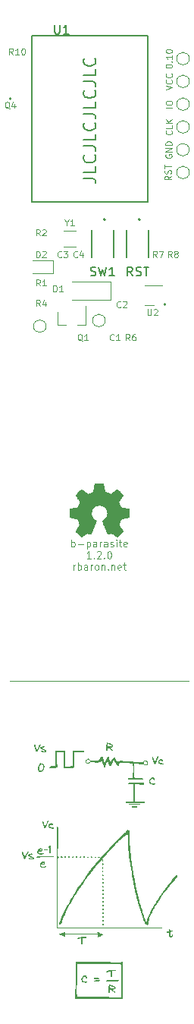
<source format=gbr>
G04 #@! TF.GenerationSoftware,KiCad,Pcbnew,(6.0.0-0)*
G04 #@! TF.CreationDate,2023-01-24T18:24:50+01:00*
G04 #@! TF.ProjectId,parasite,70617261-7369-4746-952e-6b696361645f,2.0.0*
G04 #@! TF.SameCoordinates,Original*
G04 #@! TF.FileFunction,Legend,Top*
G04 #@! TF.FilePolarity,Positive*
%FSLAX46Y46*%
G04 Gerber Fmt 4.6, Leading zero omitted, Abs format (unit mm)*
G04 Created by KiCad (PCBNEW (6.0.0-0)) date 2023-01-24 18:24:50*
%MOMM*%
%LPD*%
G01*
G04 APERTURE LIST*
%ADD10C,0.120000*%
%ADD11C,0.200000*%
%ADD12C,0.100000*%
%ADD13C,0.150000*%
%ADD14C,0.127000*%
%ADD15C,0.010000*%
G04 APERTURE END LIST*
D10*
X58000000Y-99000000D02*
X78000000Y-99000000D01*
D11*
X75450000Y-57060000D02*
G75*
G03*
X75450000Y-57060000I-100000J0D01*
G01*
D12*
X64914285Y-84073904D02*
X64914285Y-83273904D01*
X64914285Y-83578666D02*
X64990476Y-83540571D01*
X65142857Y-83540571D01*
X65219047Y-83578666D01*
X65257142Y-83616761D01*
X65295238Y-83692952D01*
X65295238Y-83921523D01*
X65257142Y-83997714D01*
X65219047Y-84035809D01*
X65142857Y-84073904D01*
X64990476Y-84073904D01*
X64914285Y-84035809D01*
X65638095Y-83769142D02*
X66247619Y-83769142D01*
X66628571Y-83540571D02*
X66628571Y-84340571D01*
X66628571Y-83578666D02*
X66704761Y-83540571D01*
X66857142Y-83540571D01*
X66933333Y-83578666D01*
X66971428Y-83616761D01*
X67009523Y-83692952D01*
X67009523Y-83921523D01*
X66971428Y-83997714D01*
X66933333Y-84035809D01*
X66857142Y-84073904D01*
X66704761Y-84073904D01*
X66628571Y-84035809D01*
X67695238Y-84073904D02*
X67695238Y-83654857D01*
X67657142Y-83578666D01*
X67580952Y-83540571D01*
X67428571Y-83540571D01*
X67352380Y-83578666D01*
X67695238Y-84035809D02*
X67619047Y-84073904D01*
X67428571Y-84073904D01*
X67352380Y-84035809D01*
X67314285Y-83959619D01*
X67314285Y-83883428D01*
X67352380Y-83807238D01*
X67428571Y-83769142D01*
X67619047Y-83769142D01*
X67695238Y-83731047D01*
X68076190Y-84073904D02*
X68076190Y-83540571D01*
X68076190Y-83692952D02*
X68114285Y-83616761D01*
X68152380Y-83578666D01*
X68228571Y-83540571D01*
X68304761Y-83540571D01*
X68914285Y-84073904D02*
X68914285Y-83654857D01*
X68876190Y-83578666D01*
X68800000Y-83540571D01*
X68647619Y-83540571D01*
X68571428Y-83578666D01*
X68914285Y-84035809D02*
X68838095Y-84073904D01*
X68647619Y-84073904D01*
X68571428Y-84035809D01*
X68533333Y-83959619D01*
X68533333Y-83883428D01*
X68571428Y-83807238D01*
X68647619Y-83769142D01*
X68838095Y-83769142D01*
X68914285Y-83731047D01*
X69257142Y-84035809D02*
X69333333Y-84073904D01*
X69485714Y-84073904D01*
X69561904Y-84035809D01*
X69600000Y-83959619D01*
X69600000Y-83921523D01*
X69561904Y-83845333D01*
X69485714Y-83807238D01*
X69371428Y-83807238D01*
X69295238Y-83769142D01*
X69257142Y-83692952D01*
X69257142Y-83654857D01*
X69295238Y-83578666D01*
X69371428Y-83540571D01*
X69485714Y-83540571D01*
X69561904Y-83578666D01*
X69942857Y-84073904D02*
X69942857Y-83540571D01*
X69942857Y-83273904D02*
X69904761Y-83312000D01*
X69942857Y-83350095D01*
X69980952Y-83312000D01*
X69942857Y-83273904D01*
X69942857Y-83350095D01*
X70209523Y-83540571D02*
X70514285Y-83540571D01*
X70323809Y-83273904D02*
X70323809Y-83959619D01*
X70361904Y-84035809D01*
X70438095Y-84073904D01*
X70514285Y-84073904D01*
X71085714Y-84035809D02*
X71009523Y-84073904D01*
X70857142Y-84073904D01*
X70780952Y-84035809D01*
X70742857Y-83959619D01*
X70742857Y-83654857D01*
X70780952Y-83578666D01*
X70857142Y-83540571D01*
X71009523Y-83540571D01*
X71085714Y-83578666D01*
X71123809Y-83654857D01*
X71123809Y-83731047D01*
X70742857Y-83807238D01*
X67085714Y-85361904D02*
X66628571Y-85361904D01*
X66857142Y-85361904D02*
X66857142Y-84561904D01*
X66780952Y-84676190D01*
X66704761Y-84752380D01*
X66628571Y-84790476D01*
X67428571Y-85285714D02*
X67466666Y-85323809D01*
X67428571Y-85361904D01*
X67390476Y-85323809D01*
X67428571Y-85285714D01*
X67428571Y-85361904D01*
X67771428Y-84638095D02*
X67809523Y-84600000D01*
X67885714Y-84561904D01*
X68076190Y-84561904D01*
X68152380Y-84600000D01*
X68190476Y-84638095D01*
X68228571Y-84714285D01*
X68228571Y-84790476D01*
X68190476Y-84904761D01*
X67733333Y-85361904D01*
X68228571Y-85361904D01*
X68571428Y-85285714D02*
X68609523Y-85323809D01*
X68571428Y-85361904D01*
X68533333Y-85323809D01*
X68571428Y-85285714D01*
X68571428Y-85361904D01*
X69104761Y-84561904D02*
X69180952Y-84561904D01*
X69257142Y-84600000D01*
X69295238Y-84638095D01*
X69333333Y-84714285D01*
X69371428Y-84866666D01*
X69371428Y-85057142D01*
X69333333Y-85209523D01*
X69295238Y-85285714D01*
X69257142Y-85323809D01*
X69180952Y-85361904D01*
X69104761Y-85361904D01*
X69028571Y-85323809D01*
X68990476Y-85285714D01*
X68952380Y-85209523D01*
X68914285Y-85057142D01*
X68914285Y-84866666D01*
X68952380Y-84714285D01*
X68990476Y-84638095D01*
X69028571Y-84600000D01*
X69104761Y-84561904D01*
X65123809Y-86649904D02*
X65123809Y-86116571D01*
X65123809Y-86268952D02*
X65161904Y-86192761D01*
X65200000Y-86154666D01*
X65276190Y-86116571D01*
X65352380Y-86116571D01*
X65619047Y-86649904D02*
X65619047Y-85849904D01*
X65619047Y-86154666D02*
X65695238Y-86116571D01*
X65847619Y-86116571D01*
X65923809Y-86154666D01*
X65961904Y-86192761D01*
X66000000Y-86268952D01*
X66000000Y-86497523D01*
X65961904Y-86573714D01*
X65923809Y-86611809D01*
X65847619Y-86649904D01*
X65695238Y-86649904D01*
X65619047Y-86611809D01*
X66685714Y-86649904D02*
X66685714Y-86230857D01*
X66647619Y-86154666D01*
X66571428Y-86116571D01*
X66419047Y-86116571D01*
X66342857Y-86154666D01*
X66685714Y-86611809D02*
X66609523Y-86649904D01*
X66419047Y-86649904D01*
X66342857Y-86611809D01*
X66304761Y-86535619D01*
X66304761Y-86459428D01*
X66342857Y-86383238D01*
X66419047Y-86345142D01*
X66609523Y-86345142D01*
X66685714Y-86307047D01*
X67066666Y-86649904D02*
X67066666Y-86116571D01*
X67066666Y-86268952D02*
X67104761Y-86192761D01*
X67142857Y-86154666D01*
X67219047Y-86116571D01*
X67295238Y-86116571D01*
X67676190Y-86649904D02*
X67600000Y-86611809D01*
X67561904Y-86573714D01*
X67523809Y-86497523D01*
X67523809Y-86268952D01*
X67561904Y-86192761D01*
X67600000Y-86154666D01*
X67676190Y-86116571D01*
X67790476Y-86116571D01*
X67866666Y-86154666D01*
X67904761Y-86192761D01*
X67942857Y-86268952D01*
X67942857Y-86497523D01*
X67904761Y-86573714D01*
X67866666Y-86611809D01*
X67790476Y-86649904D01*
X67676190Y-86649904D01*
X68285714Y-86116571D02*
X68285714Y-86649904D01*
X68285714Y-86192761D02*
X68323809Y-86154666D01*
X68400000Y-86116571D01*
X68514285Y-86116571D01*
X68590476Y-86154666D01*
X68628571Y-86230857D01*
X68628571Y-86649904D01*
X69009523Y-86573714D02*
X69047619Y-86611809D01*
X69009523Y-86649904D01*
X68971428Y-86611809D01*
X69009523Y-86573714D01*
X69009523Y-86649904D01*
X69390476Y-86116571D02*
X69390476Y-86649904D01*
X69390476Y-86192761D02*
X69428571Y-86154666D01*
X69504761Y-86116571D01*
X69619047Y-86116571D01*
X69695238Y-86154666D01*
X69733333Y-86230857D01*
X69733333Y-86649904D01*
X70419047Y-86611809D02*
X70342857Y-86649904D01*
X70190476Y-86649904D01*
X70114285Y-86611809D01*
X70076190Y-86535619D01*
X70076190Y-86230857D01*
X70114285Y-86154666D01*
X70190476Y-86116571D01*
X70342857Y-86116571D01*
X70419047Y-86154666D01*
X70457142Y-86230857D01*
X70457142Y-86307047D01*
X70076190Y-86383238D01*
X70685714Y-86116571D02*
X70990476Y-86116571D01*
X70800000Y-85849904D02*
X70800000Y-86535619D01*
X70838095Y-86611809D01*
X70914285Y-86649904D01*
X70990476Y-86649904D01*
D11*
X66233333Y-42966666D02*
X67233333Y-42966666D01*
X67433333Y-43033333D01*
X67566666Y-43166666D01*
X67633333Y-43366666D01*
X67633333Y-43500000D01*
X67633333Y-41633333D02*
X67633333Y-42300000D01*
X66233333Y-42300000D01*
X67500000Y-40366666D02*
X67566666Y-40433333D01*
X67633333Y-40633333D01*
X67633333Y-40766666D01*
X67566666Y-40966666D01*
X67433333Y-41100000D01*
X67300000Y-41166666D01*
X67033333Y-41233333D01*
X66833333Y-41233333D01*
X66566666Y-41166666D01*
X66433333Y-41100000D01*
X66300000Y-40966666D01*
X66233333Y-40766666D01*
X66233333Y-40633333D01*
X66300000Y-40433333D01*
X66366666Y-40366666D01*
X66233333Y-39366666D02*
X67233333Y-39366666D01*
X67433333Y-39433333D01*
X67566666Y-39566666D01*
X67633333Y-39766666D01*
X67633333Y-39900000D01*
X67633333Y-38033333D02*
X67633333Y-38700000D01*
X66233333Y-38700000D01*
X67500000Y-36766666D02*
X67566666Y-36833333D01*
X67633333Y-37033333D01*
X67633333Y-37166666D01*
X67566666Y-37366666D01*
X67433333Y-37500000D01*
X67300000Y-37566666D01*
X67033333Y-37633333D01*
X66833333Y-37633333D01*
X66566666Y-37566666D01*
X66433333Y-37500000D01*
X66300000Y-37366666D01*
X66233333Y-37166666D01*
X66233333Y-37033333D01*
X66300000Y-36833333D01*
X66366666Y-36766666D01*
X66233333Y-35766666D02*
X67233333Y-35766666D01*
X67433333Y-35833333D01*
X67566666Y-35966666D01*
X67633333Y-36166666D01*
X67633333Y-36300000D01*
X67633333Y-34433333D02*
X67633333Y-35100000D01*
X66233333Y-35100000D01*
X67500000Y-33166666D02*
X67566666Y-33233333D01*
X67633333Y-33433333D01*
X67633333Y-33566666D01*
X67566666Y-33766666D01*
X67433333Y-33900000D01*
X67300000Y-33966666D01*
X67033333Y-34033333D01*
X66833333Y-34033333D01*
X66566666Y-33966666D01*
X66433333Y-33900000D01*
X66300000Y-33766666D01*
X66233333Y-33566666D01*
X66233333Y-33433333D01*
X66300000Y-33233333D01*
X66366666Y-33166666D01*
X66233333Y-32166666D02*
X67233333Y-32166666D01*
X67433333Y-32233333D01*
X67566666Y-32366666D01*
X67633333Y-32566666D01*
X67633333Y-32700000D01*
X67633333Y-30833333D02*
X67633333Y-31500000D01*
X66233333Y-31500000D01*
X67500000Y-29566666D02*
X67566666Y-29633333D01*
X67633333Y-29833333D01*
X67633333Y-29966666D01*
X67566666Y-30166666D01*
X67433333Y-30300000D01*
X67300000Y-30366666D01*
X67033333Y-30433333D01*
X66833333Y-30433333D01*
X66566666Y-30366666D01*
X66433333Y-30300000D01*
X66300000Y-30166666D01*
X66233333Y-29966666D01*
X66233333Y-29833333D01*
X66300000Y-29633333D01*
X66366666Y-29566666D01*
D10*
X75448666Y-30494666D02*
X75448666Y-30428000D01*
X75482000Y-30361333D01*
X75515333Y-30328000D01*
X75582000Y-30294666D01*
X75715333Y-30261333D01*
X75882000Y-30261333D01*
X76015333Y-30294666D01*
X76082000Y-30328000D01*
X76115333Y-30361333D01*
X76148666Y-30428000D01*
X76148666Y-30494666D01*
X76115333Y-30561333D01*
X76082000Y-30594666D01*
X76015333Y-30628000D01*
X75882000Y-30661333D01*
X75715333Y-30661333D01*
X75582000Y-30628000D01*
X75515333Y-30594666D01*
X75482000Y-30561333D01*
X75448666Y-30494666D01*
X76082000Y-29961333D02*
X76115333Y-29928000D01*
X76148666Y-29961333D01*
X76115333Y-29994666D01*
X76082000Y-29961333D01*
X76148666Y-29961333D01*
X76148666Y-29261333D02*
X76148666Y-29661333D01*
X76148666Y-29461333D02*
X75448666Y-29461333D01*
X75548666Y-29528000D01*
X75615333Y-29594666D01*
X75648666Y-29661333D01*
X75448666Y-28828000D02*
X75448666Y-28761333D01*
X75482000Y-28694666D01*
X75515333Y-28661333D01*
X75582000Y-28628000D01*
X75715333Y-28594666D01*
X75882000Y-28594666D01*
X76015333Y-28628000D01*
X76082000Y-28661333D01*
X76115333Y-28694666D01*
X76148666Y-28761333D01*
X76148666Y-28828000D01*
X76115333Y-28894666D01*
X76082000Y-28928000D01*
X76015333Y-28961333D01*
X75882000Y-28994666D01*
X75715333Y-28994666D01*
X75582000Y-28961333D01*
X75515333Y-28928000D01*
X75482000Y-28894666D01*
X75448666Y-28828000D01*
D13*
X67066666Y-53804761D02*
X67209523Y-53852380D01*
X67447619Y-53852380D01*
X67542857Y-53804761D01*
X67590476Y-53757142D01*
X67638095Y-53661904D01*
X67638095Y-53566666D01*
X67590476Y-53471428D01*
X67542857Y-53423809D01*
X67447619Y-53376190D01*
X67257142Y-53328571D01*
X67161904Y-53280952D01*
X67114285Y-53233333D01*
X67066666Y-53138095D01*
X67066666Y-53042857D01*
X67114285Y-52947619D01*
X67161904Y-52900000D01*
X67257142Y-52852380D01*
X67495238Y-52852380D01*
X67638095Y-52900000D01*
X67971428Y-52852380D02*
X68209523Y-53852380D01*
X68400000Y-53138095D01*
X68590476Y-53852380D01*
X68828571Y-52852380D01*
X69733333Y-53852380D02*
X69161904Y-53852380D01*
X69447619Y-53852380D02*
X69447619Y-52852380D01*
X69352380Y-52995238D01*
X69257142Y-53090476D01*
X69161904Y-53138095D01*
X71752380Y-53852380D02*
X71419047Y-53376190D01*
X71180952Y-53852380D02*
X71180952Y-52852380D01*
X71561904Y-52852380D01*
X71657142Y-52900000D01*
X71704761Y-52947619D01*
X71752380Y-53042857D01*
X71752380Y-53185714D01*
X71704761Y-53280952D01*
X71657142Y-53328571D01*
X71561904Y-53376190D01*
X71180952Y-53376190D01*
X72133333Y-53804761D02*
X72276190Y-53852380D01*
X72514285Y-53852380D01*
X72609523Y-53804761D01*
X72657142Y-53757142D01*
X72704761Y-53661904D01*
X72704761Y-53566666D01*
X72657142Y-53471428D01*
X72609523Y-53423809D01*
X72514285Y-53376190D01*
X72323809Y-53328571D01*
X72228571Y-53280952D01*
X72180952Y-53233333D01*
X72133333Y-53138095D01*
X72133333Y-53042857D01*
X72180952Y-52947619D01*
X72228571Y-52900000D01*
X72323809Y-52852380D01*
X72561904Y-52852380D01*
X72704761Y-52900000D01*
X72990476Y-52852380D02*
X73561904Y-52852380D01*
X73276190Y-53852380D02*
X73276190Y-52852380D01*
D10*
X69645333Y-60993000D02*
X69612000Y-61026333D01*
X69512000Y-61059666D01*
X69445333Y-61059666D01*
X69345333Y-61026333D01*
X69278666Y-60959666D01*
X69245333Y-60893000D01*
X69212000Y-60759666D01*
X69212000Y-60659666D01*
X69245333Y-60526333D01*
X69278666Y-60459666D01*
X69345333Y-60393000D01*
X69445333Y-60359666D01*
X69512000Y-60359666D01*
X69612000Y-60393000D01*
X69645333Y-60426333D01*
X70312000Y-61059666D02*
X69912000Y-61059666D01*
X70112000Y-61059666D02*
X70112000Y-60359666D01*
X70045333Y-60459666D01*
X69978666Y-60526333D01*
X69912000Y-60559666D01*
X71423333Y-61059666D02*
X71190000Y-60726333D01*
X71023333Y-61059666D02*
X71023333Y-60359666D01*
X71290000Y-60359666D01*
X71356666Y-60393000D01*
X71390000Y-60426333D01*
X71423333Y-60493000D01*
X71423333Y-60593000D01*
X71390000Y-60659666D01*
X71356666Y-60693000D01*
X71290000Y-60726333D01*
X71023333Y-60726333D01*
X72023333Y-60359666D02*
X71890000Y-60359666D01*
X71823333Y-60393000D01*
X71790000Y-60426333D01*
X71723333Y-60526333D01*
X71690000Y-60659666D01*
X71690000Y-60926333D01*
X71723333Y-60993000D01*
X71756666Y-61026333D01*
X71823333Y-61059666D01*
X71956666Y-61059666D01*
X72023333Y-61026333D01*
X72056666Y-60993000D01*
X72090000Y-60926333D01*
X72090000Y-60759666D01*
X72056666Y-60693000D01*
X72023333Y-60659666D01*
X71956666Y-60626333D01*
X71823333Y-60626333D01*
X71756666Y-60659666D01*
X71723333Y-60693000D01*
X71690000Y-60759666D01*
X61398333Y-57238666D02*
X61165000Y-56905333D01*
X60998333Y-57238666D02*
X60998333Y-56538666D01*
X61265000Y-56538666D01*
X61331666Y-56572000D01*
X61365000Y-56605333D01*
X61398333Y-56672000D01*
X61398333Y-56772000D01*
X61365000Y-56838666D01*
X61331666Y-56872000D01*
X61265000Y-56905333D01*
X60998333Y-56905333D01*
X61998333Y-56772000D02*
X61998333Y-57238666D01*
X61831666Y-56505333D02*
X61665000Y-57005333D01*
X62098333Y-57005333D01*
X66139333Y-61126333D02*
X66072666Y-61093000D01*
X66006000Y-61026333D01*
X65906000Y-60926333D01*
X65839333Y-60893000D01*
X65772666Y-60893000D01*
X65806000Y-61059666D02*
X65739333Y-61026333D01*
X65672666Y-60959666D01*
X65639333Y-60826333D01*
X65639333Y-60593000D01*
X65672666Y-60459666D01*
X65739333Y-60393000D01*
X65806000Y-60359666D01*
X65939333Y-60359666D01*
X66006000Y-60393000D01*
X66072666Y-60459666D01*
X66106000Y-60593000D01*
X66106000Y-60826333D01*
X66072666Y-60959666D01*
X66006000Y-61026333D01*
X65939333Y-61059666D01*
X65806000Y-61059666D01*
X66772666Y-61059666D02*
X66372666Y-61059666D01*
X66572666Y-61059666D02*
X66572666Y-60359666D01*
X66506000Y-60459666D01*
X66439333Y-60526333D01*
X66372666Y-60559666D01*
X61413333Y-54963666D02*
X61180000Y-54630333D01*
X61013333Y-54963666D02*
X61013333Y-54263666D01*
X61280000Y-54263666D01*
X61346666Y-54297000D01*
X61380000Y-54330333D01*
X61413333Y-54397000D01*
X61413333Y-54497000D01*
X61380000Y-54563666D01*
X61346666Y-54597000D01*
X61280000Y-54630333D01*
X61013333Y-54630333D01*
X62080000Y-54963666D02*
X61680000Y-54963666D01*
X61880000Y-54963666D02*
X61880000Y-54263666D01*
X61813333Y-54363666D01*
X61746666Y-54430333D01*
X61680000Y-54463666D01*
X76148666Y-35074666D02*
X75448666Y-35074666D01*
X75448666Y-34608000D02*
X75448666Y-34474666D01*
X75482000Y-34408000D01*
X75548666Y-34341333D01*
X75682000Y-34308000D01*
X75915333Y-34308000D01*
X76048666Y-34341333D01*
X76115333Y-34408000D01*
X76148666Y-34474666D01*
X76148666Y-34608000D01*
X76115333Y-34674666D01*
X76048666Y-34741333D01*
X75915333Y-34774666D01*
X75682000Y-34774666D01*
X75548666Y-34741333D01*
X75482000Y-34674666D01*
X75448666Y-34608000D01*
X76082000Y-37664666D02*
X76115333Y-37698000D01*
X76148666Y-37798000D01*
X76148666Y-37864666D01*
X76115333Y-37964666D01*
X76048666Y-38031333D01*
X75982000Y-38064666D01*
X75848666Y-38098000D01*
X75748666Y-38098000D01*
X75615333Y-38064666D01*
X75548666Y-38031333D01*
X75482000Y-37964666D01*
X75448666Y-37864666D01*
X75448666Y-37798000D01*
X75482000Y-37698000D01*
X75515333Y-37664666D01*
X76148666Y-37031333D02*
X76148666Y-37364666D01*
X75448666Y-37364666D01*
X76148666Y-36798000D02*
X75448666Y-36798000D01*
X76148666Y-36398000D02*
X75748666Y-36698000D01*
X75448666Y-36398000D02*
X75848666Y-36798000D01*
X61390333Y-49375666D02*
X61157000Y-49042333D01*
X60990333Y-49375666D02*
X60990333Y-48675666D01*
X61257000Y-48675666D01*
X61323666Y-48709000D01*
X61357000Y-48742333D01*
X61390333Y-48809000D01*
X61390333Y-48909000D01*
X61357000Y-48975666D01*
X61323666Y-49009000D01*
X61257000Y-49042333D01*
X60990333Y-49042333D01*
X61657000Y-48742333D02*
X61690333Y-48709000D01*
X61757000Y-48675666D01*
X61923666Y-48675666D01*
X61990333Y-48709000D01*
X62023666Y-48742333D01*
X62057000Y-48809000D01*
X62057000Y-48875666D01*
X62023666Y-48975666D01*
X61623666Y-49375666D01*
X62057000Y-49375666D01*
X70407333Y-57310000D02*
X70374000Y-57343333D01*
X70274000Y-57376666D01*
X70207333Y-57376666D01*
X70107333Y-57343333D01*
X70040666Y-57276666D01*
X70007333Y-57210000D01*
X69974000Y-57076666D01*
X69974000Y-56976666D01*
X70007333Y-56843333D01*
X70040666Y-56776666D01*
X70107333Y-56710000D01*
X70207333Y-56676666D01*
X70274000Y-56676666D01*
X70374000Y-56710000D01*
X70407333Y-56743333D01*
X70674000Y-56743333D02*
X70707333Y-56710000D01*
X70774000Y-56676666D01*
X70940666Y-56676666D01*
X71007333Y-56710000D01*
X71040666Y-56743333D01*
X71074000Y-56810000D01*
X71074000Y-56876666D01*
X71040666Y-56976666D01*
X70640666Y-57376666D01*
X71074000Y-57376666D01*
X64368666Y-47899333D02*
X64368666Y-48232666D01*
X64135333Y-47532666D02*
X64368666Y-47899333D01*
X64602000Y-47532666D01*
X65202000Y-48232666D02*
X64802000Y-48232666D01*
X65002000Y-48232666D02*
X65002000Y-47532666D01*
X64935333Y-47632666D01*
X64868666Y-47699333D01*
X64802000Y-47732666D01*
X60990333Y-51788666D02*
X60990333Y-51088666D01*
X61157000Y-51088666D01*
X61257000Y-51122000D01*
X61323666Y-51188666D01*
X61357000Y-51255333D01*
X61390333Y-51388666D01*
X61390333Y-51488666D01*
X61357000Y-51622000D01*
X61323666Y-51688666D01*
X61257000Y-51755333D01*
X61157000Y-51788666D01*
X60990333Y-51788666D01*
X61657000Y-51155333D02*
X61690333Y-51122000D01*
X61757000Y-51088666D01*
X61923666Y-51088666D01*
X61990333Y-51122000D01*
X62023666Y-51155333D01*
X62057000Y-51222000D01*
X62057000Y-51288666D01*
X62023666Y-51388666D01*
X61623666Y-51788666D01*
X62057000Y-51788666D01*
X65581333Y-51722000D02*
X65548000Y-51755333D01*
X65448000Y-51788666D01*
X65381333Y-51788666D01*
X65281333Y-51755333D01*
X65214666Y-51688666D01*
X65181333Y-51622000D01*
X65148000Y-51488666D01*
X65148000Y-51388666D01*
X65181333Y-51255333D01*
X65214666Y-51188666D01*
X65281333Y-51122000D01*
X65381333Y-51088666D01*
X65448000Y-51088666D01*
X65548000Y-51122000D01*
X65581333Y-51155333D01*
X66181333Y-51322000D02*
X66181333Y-51788666D01*
X66014666Y-51055333D02*
X65848000Y-51555333D01*
X66281333Y-51555333D01*
X63803333Y-51722000D02*
X63770000Y-51755333D01*
X63670000Y-51788666D01*
X63603333Y-51788666D01*
X63503333Y-51755333D01*
X63436666Y-51688666D01*
X63403333Y-51622000D01*
X63370000Y-51488666D01*
X63370000Y-51388666D01*
X63403333Y-51255333D01*
X63436666Y-51188666D01*
X63503333Y-51122000D01*
X63603333Y-51088666D01*
X63670000Y-51088666D01*
X63770000Y-51122000D01*
X63803333Y-51155333D01*
X64036666Y-51088666D02*
X64470000Y-51088666D01*
X64236666Y-51355333D01*
X64336666Y-51355333D01*
X64403333Y-51388666D01*
X64436666Y-51422000D01*
X64470000Y-51488666D01*
X64470000Y-51655333D01*
X64436666Y-51722000D01*
X64403333Y-51755333D01*
X64336666Y-51788666D01*
X64136666Y-51788666D01*
X64070000Y-51755333D01*
X64036666Y-51722000D01*
X74471333Y-51788666D02*
X74238000Y-51455333D01*
X74071333Y-51788666D02*
X74071333Y-51088666D01*
X74338000Y-51088666D01*
X74404666Y-51122000D01*
X74438000Y-51155333D01*
X74471333Y-51222000D01*
X74471333Y-51322000D01*
X74438000Y-51388666D01*
X74404666Y-51422000D01*
X74338000Y-51455333D01*
X74071333Y-51455333D01*
X74704666Y-51088666D02*
X75171333Y-51088666D01*
X74871333Y-51788666D01*
X76122333Y-51788666D02*
X75889000Y-51455333D01*
X75722333Y-51788666D02*
X75722333Y-51088666D01*
X75989000Y-51088666D01*
X76055666Y-51122000D01*
X76089000Y-51155333D01*
X76122333Y-51222000D01*
X76122333Y-51322000D01*
X76089000Y-51388666D01*
X76055666Y-51422000D01*
X75989000Y-51455333D01*
X75722333Y-51455333D01*
X76522333Y-51388666D02*
X76455666Y-51355333D01*
X76422333Y-51322000D01*
X76389000Y-51255333D01*
X76389000Y-51222000D01*
X76422333Y-51155333D01*
X76455666Y-51122000D01*
X76522333Y-51088666D01*
X76655666Y-51088666D01*
X76722333Y-51122000D01*
X76755666Y-51155333D01*
X76789000Y-51222000D01*
X76789000Y-51255333D01*
X76755666Y-51322000D01*
X76722333Y-51355333D01*
X76655666Y-51388666D01*
X76522333Y-51388666D01*
X76455666Y-51422000D01*
X76422333Y-51455333D01*
X76389000Y-51522000D01*
X76389000Y-51655333D01*
X76422333Y-51722000D01*
X76455666Y-51755333D01*
X76522333Y-51788666D01*
X76655666Y-51788666D01*
X76722333Y-51755333D01*
X76755666Y-51722000D01*
X76789000Y-51655333D01*
X76789000Y-51522000D01*
X76755666Y-51455333D01*
X76722333Y-51422000D01*
X76655666Y-51388666D01*
X73419666Y-57565666D02*
X73419666Y-58132333D01*
X73453000Y-58199000D01*
X73486333Y-58232333D01*
X73553000Y-58265666D01*
X73686333Y-58265666D01*
X73753000Y-58232333D01*
X73786333Y-58199000D01*
X73819666Y-58132333D01*
X73819666Y-57565666D01*
X74119666Y-57632333D02*
X74153000Y-57599000D01*
X74219666Y-57565666D01*
X74386333Y-57565666D01*
X74453000Y-57599000D01*
X74486333Y-57632333D01*
X74519666Y-57699000D01*
X74519666Y-57765666D01*
X74486333Y-57865666D01*
X74086333Y-58265666D01*
X74519666Y-58265666D01*
X62895333Y-55598666D02*
X62895333Y-54898666D01*
X63062000Y-54898666D01*
X63162000Y-54932000D01*
X63228666Y-54998666D01*
X63262000Y-55065333D01*
X63295333Y-55198666D01*
X63295333Y-55298666D01*
X63262000Y-55432000D01*
X63228666Y-55498666D01*
X63162000Y-55565333D01*
X63062000Y-55598666D01*
X62895333Y-55598666D01*
X63962000Y-55598666D02*
X63562000Y-55598666D01*
X63762000Y-55598666D02*
X63762000Y-54898666D01*
X63695333Y-54998666D01*
X63628666Y-55065333D01*
X63562000Y-55098666D01*
X76038666Y-42711333D02*
X75705333Y-42944666D01*
X76038666Y-43111333D02*
X75338666Y-43111333D01*
X75338666Y-42844666D01*
X75372000Y-42778000D01*
X75405333Y-42744666D01*
X75472000Y-42711333D01*
X75572000Y-42711333D01*
X75638666Y-42744666D01*
X75672000Y-42778000D01*
X75705333Y-42844666D01*
X75705333Y-43111333D01*
X76005333Y-42444666D02*
X76038666Y-42344666D01*
X76038666Y-42178000D01*
X76005333Y-42111333D01*
X75972000Y-42078000D01*
X75905333Y-42044666D01*
X75838666Y-42044666D01*
X75772000Y-42078000D01*
X75738666Y-42111333D01*
X75705333Y-42178000D01*
X75672000Y-42311333D01*
X75638666Y-42378000D01*
X75605333Y-42411333D01*
X75538666Y-42444666D01*
X75472000Y-42444666D01*
X75405333Y-42411333D01*
X75372000Y-42378000D01*
X75338666Y-42311333D01*
X75338666Y-42144666D01*
X75372000Y-42044666D01*
X75338666Y-41844666D02*
X75338666Y-41444666D01*
X76038666Y-41644666D02*
X75338666Y-41644666D01*
D13*
X63031095Y-25864930D02*
X63031095Y-26674454D01*
X63078714Y-26769692D01*
X63126333Y-26817311D01*
X63221571Y-26864930D01*
X63412047Y-26864930D01*
X63507285Y-26817311D01*
X63554904Y-26769692D01*
X63602523Y-26674454D01*
X63602523Y-25864930D01*
X64602523Y-26864930D02*
X64031095Y-26864930D01*
X64316809Y-26864930D02*
X64316809Y-25864930D01*
X64221571Y-26007788D01*
X64126333Y-26103026D01*
X64031095Y-26150645D01*
D10*
X58390000Y-29182666D02*
X58156666Y-28849333D01*
X57990000Y-29182666D02*
X57990000Y-28482666D01*
X58256666Y-28482666D01*
X58323333Y-28516000D01*
X58356666Y-28549333D01*
X58390000Y-28616000D01*
X58390000Y-28716000D01*
X58356666Y-28782666D01*
X58323333Y-28816000D01*
X58256666Y-28849333D01*
X57990000Y-28849333D01*
X59056666Y-29182666D02*
X58656666Y-29182666D01*
X58856666Y-29182666D02*
X58856666Y-28482666D01*
X58790000Y-28582666D01*
X58723333Y-28649333D01*
X58656666Y-28682666D01*
X59490000Y-28482666D02*
X59556666Y-28482666D01*
X59623333Y-28516000D01*
X59656666Y-28549333D01*
X59690000Y-28616000D01*
X59723333Y-28749333D01*
X59723333Y-28916000D01*
X59690000Y-29049333D01*
X59656666Y-29116000D01*
X59623333Y-29149333D01*
X59556666Y-29182666D01*
X59490000Y-29182666D01*
X59423333Y-29149333D01*
X59390000Y-29116000D01*
X59356666Y-29049333D01*
X59323333Y-28916000D01*
X59323333Y-28749333D01*
X59356666Y-28616000D01*
X59390000Y-28549333D01*
X59423333Y-28516000D01*
X59490000Y-28482666D01*
X58011333Y-35218333D02*
X57944666Y-35185000D01*
X57878000Y-35118333D01*
X57778000Y-35018333D01*
X57711333Y-34985000D01*
X57644666Y-34985000D01*
X57678000Y-35151666D02*
X57611333Y-35118333D01*
X57544666Y-35051666D01*
X57511333Y-34918333D01*
X57511333Y-34685000D01*
X57544666Y-34551666D01*
X57611333Y-34485000D01*
X57678000Y-34451666D01*
X57811333Y-34451666D01*
X57878000Y-34485000D01*
X57944666Y-34551666D01*
X57978000Y-34685000D01*
X57978000Y-34918333D01*
X57944666Y-35051666D01*
X57878000Y-35118333D01*
X57811333Y-35151666D01*
X57678000Y-35151666D01*
X58578000Y-34685000D02*
X58578000Y-35151666D01*
X58411333Y-34418333D02*
X58244666Y-34918333D01*
X58678000Y-34918333D01*
X75448666Y-33101333D02*
X76148666Y-32868000D01*
X75448666Y-32634666D01*
X76082000Y-32001333D02*
X76115333Y-32034666D01*
X76148666Y-32134666D01*
X76148666Y-32201333D01*
X76115333Y-32301333D01*
X76048666Y-32368000D01*
X75982000Y-32401333D01*
X75848666Y-32434666D01*
X75748666Y-32434666D01*
X75615333Y-32401333D01*
X75548666Y-32368000D01*
X75482000Y-32301333D01*
X75448666Y-32201333D01*
X75448666Y-32134666D01*
X75482000Y-32034666D01*
X75515333Y-32001333D01*
X76082000Y-31301333D02*
X76115333Y-31334666D01*
X76148666Y-31434666D01*
X76148666Y-31501333D01*
X76115333Y-31601333D01*
X76048666Y-31668000D01*
X75982000Y-31701333D01*
X75848666Y-31734666D01*
X75748666Y-31734666D01*
X75615333Y-31701333D01*
X75548666Y-31668000D01*
X75482000Y-31601333D01*
X75448666Y-31501333D01*
X75448666Y-31434666D01*
X75482000Y-31334666D01*
X75515333Y-31301333D01*
X75462000Y-40321333D02*
X75428666Y-40388000D01*
X75428666Y-40488000D01*
X75462000Y-40588000D01*
X75528666Y-40654666D01*
X75595333Y-40688000D01*
X75728666Y-40721333D01*
X75828666Y-40721333D01*
X75962000Y-40688000D01*
X76028666Y-40654666D01*
X76095333Y-40588000D01*
X76128666Y-40488000D01*
X76128666Y-40421333D01*
X76095333Y-40321333D01*
X76062000Y-40288000D01*
X75828666Y-40288000D01*
X75828666Y-40421333D01*
X76128666Y-39988000D02*
X75428666Y-39988000D01*
X76128666Y-39588000D01*
X75428666Y-39588000D01*
X76128666Y-39254666D02*
X75428666Y-39254666D01*
X75428666Y-39088000D01*
X75462000Y-38988000D01*
X75528666Y-38921333D01*
X75595333Y-38888000D01*
X75728666Y-38854666D01*
X75828666Y-38854666D01*
X75962000Y-38888000D01*
X76028666Y-38921333D01*
X76095333Y-38988000D01*
X76128666Y-39088000D01*
X76128666Y-39254666D01*
G36*
X65377917Y-132670678D02*
G01*
X65382297Y-132352731D01*
X65384767Y-132014446D01*
X65385537Y-131676570D01*
X65385316Y-131419817D01*
X65384502Y-131194636D01*
X65383107Y-131001706D01*
X65381140Y-130841704D01*
X65378614Y-130715310D01*
X65375537Y-130623200D01*
X65371922Y-130566055D01*
X65367779Y-130544551D01*
X65367691Y-130544489D01*
X65349780Y-130515971D01*
X65358572Y-130477613D01*
X65390928Y-130440308D01*
X65399486Y-130434233D01*
X65442392Y-130403697D01*
X65473459Y-130377637D01*
X65496965Y-130372180D01*
X65553853Y-130367427D01*
X65641174Y-130363372D01*
X65755979Y-130360011D01*
X65895320Y-130357338D01*
X66056247Y-130355349D01*
X66235813Y-130354038D01*
X66431068Y-130353399D01*
X66639064Y-130353429D01*
X66856851Y-130354122D01*
X67081481Y-130355472D01*
X67310005Y-130357476D01*
X67539475Y-130360126D01*
X67766941Y-130363420D01*
X67989455Y-130367350D01*
X68204068Y-130371913D01*
X68407831Y-130377104D01*
X68597796Y-130382916D01*
X68601739Y-130383049D01*
X68908560Y-130393309D01*
X69180968Y-130402191D01*
X69420864Y-130409727D01*
X69630145Y-130415952D01*
X69810710Y-130420898D01*
X69964459Y-130424600D01*
X70093288Y-130427089D01*
X70199098Y-130428400D01*
X70283786Y-130428567D01*
X70349252Y-130427622D01*
X70397393Y-130425599D01*
X70430109Y-130422531D01*
X70449297Y-130418453D01*
X70454958Y-130415651D01*
X70498999Y-130394288D01*
X70555759Y-130381734D01*
X70610031Y-130379923D01*
X70646605Y-130390790D01*
X70647108Y-130391197D01*
X70651196Y-130398649D01*
X70654842Y-130415107D01*
X70658070Y-130442475D01*
X70660904Y-130482655D01*
X70663368Y-130537552D01*
X70665487Y-130609067D01*
X70667284Y-130699104D01*
X70668783Y-130809566D01*
X70670010Y-130942357D01*
X70670987Y-131099379D01*
X70671739Y-131282535D01*
X70672290Y-131493729D01*
X70672664Y-131734863D01*
X70672885Y-132007842D01*
X70672978Y-132314567D01*
X70672984Y-132434045D01*
X70673019Y-132751978D01*
X70673061Y-133035534D01*
X70673013Y-133286673D01*
X70672779Y-133507356D01*
X70672262Y-133699543D01*
X70671367Y-133865194D01*
X70669997Y-134006271D01*
X70668056Y-134124733D01*
X70665448Y-134222540D01*
X70662076Y-134301654D01*
X70657845Y-134364034D01*
X70652657Y-134411642D01*
X70646417Y-134446436D01*
X70639029Y-134470379D01*
X70630395Y-134485430D01*
X70620421Y-134493549D01*
X70609010Y-134496698D01*
X70596065Y-134496836D01*
X70581490Y-134495924D01*
X70571768Y-134495689D01*
X70514578Y-134496387D01*
X70473127Y-134497136D01*
X70449602Y-134497187D01*
X70391950Y-134497092D01*
X70302383Y-134496858D01*
X70183111Y-134496493D01*
X70036346Y-134496005D01*
X69864297Y-134495403D01*
X69669176Y-134494694D01*
X69453194Y-134493887D01*
X69218562Y-134492989D01*
X68967490Y-134492009D01*
X68702189Y-134490954D01*
X68424871Y-134489833D01*
X68137746Y-134488654D01*
X68111181Y-134488544D01*
X67743800Y-134487115D01*
X67411009Y-134486037D01*
X67111062Y-134485333D01*
X66842215Y-134485026D01*
X66602720Y-134485139D01*
X66390833Y-134485694D01*
X66204808Y-134486713D01*
X66042898Y-134488221D01*
X65903359Y-134490239D01*
X65784444Y-134492790D01*
X65684408Y-134495897D01*
X65601504Y-134499583D01*
X65533988Y-134503870D01*
X65480113Y-134508781D01*
X65438134Y-134514339D01*
X65406304Y-134520567D01*
X65393675Y-134523932D01*
X65349959Y-134520544D01*
X65331938Y-134505995D01*
X65321765Y-134484720D01*
X65316109Y-134447257D01*
X65314708Y-134387893D01*
X65317300Y-134300914D01*
X65319982Y-134245827D01*
X65337080Y-133905077D01*
X65351211Y-133585487D01*
X65362586Y-133278757D01*
X65363941Y-133232398D01*
X65524878Y-133232398D01*
X65525005Y-133411012D01*
X65526288Y-133584736D01*
X65527050Y-133644849D01*
X65536022Y-134274251D01*
X67536728Y-134285926D01*
X67807822Y-134287627D01*
X68071734Y-134289512D01*
X68325826Y-134291552D01*
X68567461Y-134293714D01*
X68794003Y-134295967D01*
X69002815Y-134298282D01*
X69191259Y-134300626D01*
X69356700Y-134302969D01*
X69496500Y-134305279D01*
X69608022Y-134307526D01*
X69688629Y-134309679D01*
X69735686Y-134311706D01*
X69737290Y-134311817D01*
X69835538Y-134317609D01*
X69954981Y-134322852D01*
X70080479Y-134326965D01*
X70196053Y-134329359D01*
X70454958Y-134332686D01*
X70454864Y-132647529D01*
X70454726Y-132398816D01*
X70454350Y-132157398D01*
X70453756Y-131926162D01*
X70452961Y-131707995D01*
X70451984Y-131505784D01*
X70450842Y-131322416D01*
X70449554Y-131160778D01*
X70448138Y-131023756D01*
X70446612Y-130914237D01*
X70444993Y-130835108D01*
X70443301Y-130789257D01*
X70443197Y-130787623D01*
X70431624Y-130612873D01*
X70284314Y-130596850D01*
X70247785Y-130594841D01*
X70177273Y-130592906D01*
X70075131Y-130591058D01*
X69943714Y-130589314D01*
X69785376Y-130587688D01*
X69602471Y-130586198D01*
X69397353Y-130584857D01*
X69172376Y-130583682D01*
X68929894Y-130582687D01*
X68672262Y-130581889D01*
X68401833Y-130581303D01*
X68120962Y-130580943D01*
X67843205Y-130580827D01*
X65549407Y-130580827D01*
X65546653Y-130626249D01*
X65546156Y-130653597D01*
X65545855Y-130713308D01*
X65545746Y-130801403D01*
X65545824Y-130913908D01*
X65546085Y-131046846D01*
X65546524Y-131196242D01*
X65547136Y-131358120D01*
X65547597Y-131462014D01*
X65548002Y-131646338D01*
X65547582Y-131834783D01*
X65546407Y-132020867D01*
X65544548Y-132198107D01*
X65542077Y-132360021D01*
X65539066Y-132500125D01*
X65535586Y-132611936D01*
X65534686Y-132633902D01*
X65530811Y-132749644D01*
X65527843Y-132893470D01*
X65525845Y-133057135D01*
X65524878Y-133232398D01*
X65363941Y-133232398D01*
X65371418Y-132976587D01*
X65377917Y-132670678D01*
G37*
G36*
X66528437Y-127576156D02*
G01*
X66583422Y-127582357D01*
X66616966Y-127595565D01*
X66633983Y-127616994D01*
X66639388Y-127647856D01*
X66639508Y-127655229D01*
X66637926Y-127672031D01*
X66629254Y-127683761D01*
X66607606Y-127691716D01*
X66567093Y-127697189D01*
X66501827Y-127701476D01*
X66410051Y-127705693D01*
X66301898Y-127711787D01*
X66226790Y-127719512D01*
X66181453Y-127729326D01*
X66163527Y-127740131D01*
X66157870Y-127766878D01*
X66154315Y-127824110D01*
X66153013Y-127906028D01*
X66154112Y-128006833D01*
X66155392Y-128055574D01*
X66157677Y-128168160D01*
X66157245Y-128262007D01*
X66154241Y-128331818D01*
X66148808Y-128372299D01*
X66146650Y-128378071D01*
X66114709Y-128405447D01*
X66075003Y-128404511D01*
X66041542Y-128376041D01*
X66039292Y-128372110D01*
X66030864Y-128336035D01*
X66025407Y-128266581D01*
X66023060Y-128166596D01*
X66023708Y-128053747D01*
X66024234Y-127955060D01*
X66022681Y-127869572D01*
X66019322Y-127803852D01*
X66014430Y-127764466D01*
X66011366Y-127756568D01*
X65981620Y-127749089D01*
X65926979Y-127753304D01*
X65856276Y-127767388D01*
X65778344Y-127789514D01*
X65702017Y-127817857D01*
X65690388Y-127822916D01*
X65629498Y-127847982D01*
X65591317Y-127857186D01*
X65566710Y-127852171D01*
X65558664Y-127846587D01*
X65535863Y-127808604D01*
X65533658Y-127761598D01*
X65552763Y-127724166D01*
X65553921Y-127723181D01*
X65601048Y-127698088D01*
X65678621Y-127672783D01*
X65780775Y-127648341D01*
X65901640Y-127625839D01*
X66035350Y-127606355D01*
X66176036Y-127590965D01*
X66317832Y-127580746D01*
X66334493Y-127579925D01*
X66447099Y-127575750D01*
X66528437Y-127576156D01*
G37*
G36*
X75920598Y-126719652D02*
G01*
X75940077Y-126780764D01*
X75941940Y-126794475D01*
X75951024Y-126874389D01*
X76050953Y-126870134D01*
X76120406Y-126869507D01*
X76185227Y-126872676D01*
X76211058Y-126875711D01*
X76252339Y-126886978D01*
X76266290Y-126907310D01*
X76265564Y-126925388D01*
X76257752Y-126946694D01*
X76236557Y-126962873D01*
X76194656Y-126977386D01*
X76124725Y-126993691D01*
X76117965Y-126995121D01*
X76049830Y-127010635D01*
X75996061Y-127025050D01*
X75966143Y-127035762D01*
X75963530Y-127037527D01*
X75958057Y-127061160D01*
X75955555Y-127111748D01*
X75955681Y-127180060D01*
X75958096Y-127256867D01*
X75962459Y-127332937D01*
X75968429Y-127399039D01*
X75975666Y-127445943D01*
X75979032Y-127457775D01*
X76008851Y-127493539D01*
X76058580Y-127499906D01*
X76096659Y-127489505D01*
X76121704Y-127466663D01*
X76149765Y-127422443D01*
X76161090Y-127398661D01*
X76194988Y-127343213D01*
X76230145Y-127320104D01*
X76260219Y-127326142D01*
X76278870Y-127358132D01*
X76279757Y-127412880D01*
X76269766Y-127453404D01*
X76228001Y-127529996D01*
X76158089Y-127587575D01*
X76089031Y-127618696D01*
X76016764Y-127639877D01*
X75964136Y-127643533D01*
X75927931Y-127634403D01*
X75893142Y-127603835D01*
X75866789Y-127542571D01*
X75848426Y-127449010D01*
X75837606Y-127321553D01*
X75836971Y-127307987D01*
X75832235Y-127224266D01*
X75826278Y-127153235D01*
X75819920Y-127103210D01*
X75814860Y-127083495D01*
X75796738Y-127073235D01*
X75758553Y-127076781D01*
X75707554Y-127090194D01*
X75652114Y-127105465D01*
X75619135Y-127108809D01*
X75596513Y-127099516D01*
X75577808Y-127082575D01*
X75551470Y-127050253D01*
X75542226Y-127028824D01*
X75558059Y-126994016D01*
X75597204Y-126961906D01*
X75647128Y-126941159D01*
X75673950Y-126937732D01*
X75744889Y-126934632D01*
X75787016Y-126921538D01*
X75807716Y-126891652D01*
X75814373Y-126838176D01*
X75814758Y-126808109D01*
X75817315Y-126743054D01*
X75826301Y-126706167D01*
X75843690Y-126689552D01*
X75844481Y-126689239D01*
X75887831Y-126688170D01*
X75920598Y-126719652D01*
G37*
G36*
X63804901Y-127420827D02*
G01*
X63727280Y-127386412D01*
X63658251Y-127353703D01*
X63607352Y-127327325D01*
X63589029Y-127316141D01*
X63557218Y-127283114D01*
X63560405Y-127255777D01*
X63597497Y-127235567D01*
X63658503Y-127224702D01*
X63737095Y-127207521D01*
X63839044Y-127168394D01*
X63935783Y-127122346D01*
X64016180Y-127082204D01*
X64071239Y-127056934D01*
X64107809Y-127044550D01*
X64132742Y-127043065D01*
X64152889Y-127050492D01*
X64162700Y-127056526D01*
X64190808Y-127083474D01*
X64203011Y-127123704D01*
X64204887Y-127164733D01*
X64204887Y-127245298D01*
X64545552Y-127250616D01*
X64618048Y-127251387D01*
X64723304Y-127251986D01*
X64857742Y-127252413D01*
X65017786Y-127252668D01*
X65199858Y-127252753D01*
X65400381Y-127252667D01*
X65615778Y-127252410D01*
X65842471Y-127251984D01*
X66076883Y-127251388D01*
X66315437Y-127250622D01*
X66371518Y-127250419D01*
X67856818Y-127244903D01*
X67856818Y-127210512D01*
X67929493Y-127210512D01*
X67936141Y-127225467D01*
X67941606Y-127222624D01*
X67943780Y-127201062D01*
X67941606Y-127198399D01*
X67930804Y-127200893D01*
X67929493Y-127210512D01*
X67856818Y-127210512D01*
X67856818Y-127183188D01*
X67847387Y-127129882D01*
X67826758Y-127104651D01*
X67805971Y-127076938D01*
X67807898Y-127058642D01*
X67825240Y-127040732D01*
X67859873Y-127038222D01*
X67914848Y-127051999D01*
X67993217Y-127082947D01*
X68098030Y-127131954D01*
X68150686Y-127158142D01*
X68233144Y-127198358D01*
X68306462Y-127231662D01*
X68363294Y-127254885D01*
X68396293Y-127264859D01*
X68398564Y-127265018D01*
X68434892Y-127280918D01*
X68454929Y-127320917D01*
X68456389Y-127337210D01*
X68440959Y-127351903D01*
X68408791Y-127363869D01*
X68365014Y-127382692D01*
X68312534Y-127415493D01*
X68295236Y-127428552D01*
X68241430Y-127465017D01*
X68171532Y-127503982D01*
X68120266Y-127528295D01*
X68054015Y-127557542D01*
X67993694Y-127585315D01*
X67959816Y-127601847D01*
X67916800Y-127622083D01*
X67889279Y-127625665D01*
X67861118Y-127613829D01*
X67854347Y-127609930D01*
X67838267Y-127593701D01*
X67831109Y-127563614D01*
X67831553Y-127510808D01*
X67834124Y-127474216D01*
X67843624Y-127355862D01*
X67046251Y-127354430D01*
X66840785Y-127353750D01*
X66613769Y-127352457D01*
X66375059Y-127350644D01*
X66134509Y-127348399D01*
X65901976Y-127345815D01*
X65687315Y-127342982D01*
X65522126Y-127340375D01*
X65348421Y-127337675D01*
X65173599Y-127335543D01*
X65003890Y-127334012D01*
X64845525Y-127333118D01*
X64704736Y-127332897D01*
X64587753Y-127333383D01*
X64500808Y-127334610D01*
X64500130Y-127334626D01*
X64204887Y-127341501D01*
X64204639Y-127416815D01*
X64199116Y-127501792D01*
X64183509Y-127554622D01*
X64158268Y-127573836D01*
X64156622Y-127573888D01*
X64125795Y-127565966D01*
X64077792Y-127545943D01*
X64054270Y-127534382D01*
X64003854Y-127509863D01*
X63931690Y-127476668D01*
X63884721Y-127455791D01*
X64095874Y-127455791D01*
X64104958Y-127464875D01*
X64114043Y-127455791D01*
X64104958Y-127446706D01*
X64095874Y-127455791D01*
X63884721Y-127455791D01*
X63849547Y-127440157D01*
X63804901Y-127420827D01*
G37*
G36*
X63363730Y-115333485D02*
G01*
X63379409Y-115347408D01*
X63422201Y-115387609D01*
X63410867Y-117002136D01*
X63399532Y-118616664D01*
X63438194Y-118616664D01*
X63479373Y-118631829D01*
X63502634Y-118668777D01*
X63501140Y-118714684D01*
X63496303Y-118725676D01*
X63466330Y-118754786D01*
X63441157Y-118762014D01*
X63429577Y-118763467D01*
X63420805Y-118770785D01*
X63414444Y-118788405D01*
X63410095Y-118820765D01*
X63407360Y-118872302D01*
X63405841Y-118947455D01*
X63405140Y-119050660D01*
X63404887Y-119166270D01*
X63404740Y-119226195D01*
X63404424Y-119320413D01*
X63403948Y-119446879D01*
X63403321Y-119603549D01*
X63402553Y-119788377D01*
X63401652Y-119999320D01*
X63400628Y-120234334D01*
X63399490Y-120491372D01*
X63398246Y-120768392D01*
X63396907Y-121063347D01*
X63395480Y-121374195D01*
X63393976Y-121698890D01*
X63392403Y-122035388D01*
X63390770Y-122381644D01*
X63389087Y-122735614D01*
X63387632Y-123039132D01*
X63385528Y-123468625D01*
X63383507Y-123863128D01*
X63381555Y-124223991D01*
X63379655Y-124552561D01*
X63377793Y-124850187D01*
X63375952Y-125118218D01*
X63374118Y-125358001D01*
X63372273Y-125570885D01*
X63370404Y-125758218D01*
X63368493Y-125921348D01*
X63366527Y-126061625D01*
X63364488Y-126180395D01*
X63362362Y-126279008D01*
X63360132Y-126358813D01*
X63357784Y-126421156D01*
X63355301Y-126467387D01*
X63352669Y-126498854D01*
X63349870Y-126516905D01*
X63347325Y-126522724D01*
X63363434Y-126523880D01*
X63414555Y-126525014D01*
X63499361Y-126526124D01*
X63616525Y-126527205D01*
X63764721Y-126528254D01*
X63942622Y-126529269D01*
X64148903Y-126530245D01*
X64382237Y-126531178D01*
X64641297Y-126532067D01*
X64924758Y-126532907D01*
X65231292Y-126533695D01*
X65559573Y-126534428D01*
X65908275Y-126535103D01*
X66276072Y-126535715D01*
X66661636Y-126536262D01*
X67063643Y-126536740D01*
X67480765Y-126537146D01*
X67911675Y-126537476D01*
X68355048Y-126537728D01*
X68809558Y-126537897D01*
X69273877Y-126537981D01*
X69370704Y-126537988D01*
X69927590Y-126538019D01*
X70449283Y-126538066D01*
X70936925Y-126538134D01*
X71391661Y-126538228D01*
X71814634Y-126538356D01*
X72206989Y-126538523D01*
X72569868Y-126538735D01*
X72904416Y-126538998D01*
X73211777Y-126539318D01*
X73493093Y-126539702D01*
X73749509Y-126540156D01*
X73982170Y-126540685D01*
X74192217Y-126541296D01*
X74380795Y-126541994D01*
X74549049Y-126542786D01*
X74698121Y-126543678D01*
X74829155Y-126544676D01*
X74943296Y-126545786D01*
X75041686Y-126547014D01*
X75125471Y-126548367D01*
X75195792Y-126549849D01*
X75253795Y-126551468D01*
X75300622Y-126553229D01*
X75337418Y-126555138D01*
X75365327Y-126557202D01*
X75385492Y-126559427D01*
X75399056Y-126561818D01*
X75407165Y-126564382D01*
X75410960Y-126567125D01*
X75411587Y-126570053D01*
X75411585Y-126570061D01*
X75409813Y-126572991D01*
X75404896Y-126575739D01*
X75395689Y-126578311D01*
X75381045Y-126580713D01*
X75359817Y-126582954D01*
X75330860Y-126585039D01*
X75293026Y-126586976D01*
X75245170Y-126588772D01*
X75186145Y-126590433D01*
X75114805Y-126591967D01*
X75030004Y-126593379D01*
X74930594Y-126594678D01*
X74815430Y-126595870D01*
X74683366Y-126596962D01*
X74533254Y-126597961D01*
X74363950Y-126598873D01*
X74174305Y-126599706D01*
X73963174Y-126600466D01*
X73729411Y-126601161D01*
X73471869Y-126601798D01*
X73189401Y-126602382D01*
X72880862Y-126602921D01*
X72545105Y-126603423D01*
X72180984Y-126603893D01*
X71787352Y-126604339D01*
X71363063Y-126604767D01*
X70906971Y-126605185D01*
X70417929Y-126605600D01*
X69894790Y-126606017D01*
X69362146Y-126606426D01*
X63318829Y-126610995D01*
X63289634Y-126566437D01*
X63286838Y-126560158D01*
X63284246Y-126549371D01*
X63281856Y-126532886D01*
X63279667Y-126509512D01*
X63277677Y-126478057D01*
X63275885Y-126437331D01*
X63274289Y-126386143D01*
X63272888Y-126323301D01*
X63271681Y-126247615D01*
X63270667Y-126157894D01*
X63269843Y-126052946D01*
X63269209Y-125931581D01*
X63268764Y-125792608D01*
X63268505Y-125634835D01*
X63268431Y-125457072D01*
X63268542Y-125258128D01*
X63268835Y-125036811D01*
X63269309Y-124791931D01*
X63269964Y-124522297D01*
X63270797Y-124226718D01*
X63271807Y-123904002D01*
X63272992Y-123552960D01*
X63274353Y-123172399D01*
X63275886Y-122761128D01*
X63277590Y-122317958D01*
X63279465Y-121841696D01*
X63281509Y-121331152D01*
X63283097Y-120938620D01*
X63284966Y-120490303D01*
X63286892Y-120051306D01*
X63288868Y-119623027D01*
X63290883Y-119206861D01*
X63292928Y-118804203D01*
X63294993Y-118416448D01*
X63297069Y-118044993D01*
X63299147Y-117691233D01*
X63301216Y-117356563D01*
X63303267Y-117042380D01*
X63305292Y-116750078D01*
X63307280Y-116481053D01*
X63309222Y-116236701D01*
X63311108Y-116018417D01*
X63312930Y-115827598D01*
X63314677Y-115665638D01*
X63316340Y-115533933D01*
X63317909Y-115433879D01*
X63319376Y-115366871D01*
X63320730Y-115334305D01*
X63321186Y-115331284D01*
X63337867Y-115319654D01*
X63363730Y-115333485D01*
G37*
G36*
X68470015Y-126076894D02*
G01*
X68496064Y-126111193D01*
X68508185Y-126162796D01*
X68505409Y-126216191D01*
X68486766Y-126255865D01*
X68481494Y-126260467D01*
X68451158Y-126279308D01*
X68438220Y-126283902D01*
X68416150Y-126274362D01*
X68394946Y-126260467D01*
X68372379Y-126229171D01*
X68368093Y-126176292D01*
X68368763Y-126166921D01*
X68383570Y-126106702D01*
X68412811Y-126072470D01*
X68451739Y-126068447D01*
X68470015Y-126076894D01*
G37*
G36*
X71280852Y-115668803D02*
G01*
X71351139Y-115703719D01*
X71407567Y-115750814D01*
X71421047Y-115768621D01*
X71425554Y-115793173D01*
X71429542Y-115848072D01*
X71432772Y-115927326D01*
X71435007Y-116024944D01*
X71436009Y-116134938D01*
X71436031Y-116145705D01*
X71452998Y-116984831D01*
X71501019Y-117832976D01*
X71579391Y-118681496D01*
X71687412Y-119521746D01*
X71735588Y-119833974D01*
X71857054Y-120554934D01*
X71983963Y-121246365D01*
X72117635Y-121914841D01*
X72259390Y-122566938D01*
X72410549Y-123209228D01*
X72426949Y-123276079D01*
X72486325Y-123514588D01*
X72540385Y-123725404D01*
X72591391Y-123916370D01*
X72641611Y-124095329D01*
X72693307Y-124270125D01*
X72748745Y-124448602D01*
X72810189Y-124638604D01*
X72879905Y-124847974D01*
X72886224Y-124866735D01*
X72948508Y-125050364D01*
X73001646Y-125204132D01*
X73047467Y-125332818D01*
X73087800Y-125441203D01*
X73124475Y-125534065D01*
X73159321Y-125616183D01*
X73194169Y-125692338D01*
X73230847Y-125767308D01*
X73231304Y-125768215D01*
X73300631Y-125906001D01*
X73339858Y-125759441D01*
X73382652Y-125614639D01*
X73435966Y-125462639D01*
X73502147Y-125297577D01*
X73583541Y-125113593D01*
X73678929Y-124912157D01*
X73788169Y-124690746D01*
X73892474Y-124487457D01*
X73995838Y-124295388D01*
X74102254Y-124107637D01*
X74215715Y-123917303D01*
X74340214Y-123717484D01*
X74479743Y-123501276D01*
X74603921Y-123313302D01*
X74680459Y-123198896D01*
X74751830Y-123093530D01*
X74820989Y-122993134D01*
X74890888Y-122893637D01*
X74964479Y-122790969D01*
X75044718Y-122681059D01*
X75134555Y-122559837D01*
X75236945Y-122423232D01*
X75354839Y-122267174D01*
X75491193Y-122087592D01*
X75533188Y-122032400D01*
X75637376Y-121895017D01*
X75742939Y-121754902D01*
X75845836Y-121617484D01*
X75942025Y-121488194D01*
X76027462Y-121372459D01*
X76098108Y-121275711D01*
X76141844Y-121214804D01*
X76249648Y-121065160D01*
X76340872Y-120944322D01*
X76417871Y-120850082D01*
X76483001Y-120780232D01*
X76538618Y-120732565D01*
X76587077Y-120704872D01*
X76630735Y-120694946D01*
X76671945Y-120700579D01*
X76685302Y-120705431D01*
X76733043Y-120740898D01*
X76764780Y-120793791D01*
X76773102Y-120850051D01*
X76769823Y-120865808D01*
X76752663Y-120891050D01*
X76713886Y-120934525D01*
X76659060Y-120990355D01*
X76593753Y-121052661D01*
X76586622Y-121059240D01*
X76519121Y-121123283D01*
X76450287Y-121192913D01*
X76377809Y-121270909D01*
X76299380Y-121360049D01*
X76212688Y-121463111D01*
X76115424Y-121582873D01*
X76005278Y-121722113D01*
X75879942Y-121883610D01*
X75737105Y-122070140D01*
X75640702Y-122196997D01*
X75393783Y-122525887D01*
X75169535Y-122831651D01*
X74965773Y-123117671D01*
X74780310Y-123387328D01*
X74610962Y-123644003D01*
X74455543Y-123891076D01*
X74311867Y-124131930D01*
X74177749Y-124369943D01*
X74051003Y-124608499D01*
X73942919Y-124823417D01*
X73822028Y-125078727D01*
X73722102Y-125309689D01*
X73641633Y-125520508D01*
X73579111Y-125715393D01*
X73533030Y-125898548D01*
X73506980Y-126039519D01*
X73486847Y-126143325D01*
X73461546Y-126213697D01*
X73427397Y-126253508D01*
X73380720Y-126265631D01*
X73317835Y-126252940D01*
X73262040Y-126230758D01*
X73236008Y-126217695D01*
X73212878Y-126201103D01*
X73190713Y-126177242D01*
X73167578Y-126142375D01*
X73141535Y-126092764D01*
X73110650Y-126024671D01*
X73072987Y-125934358D01*
X73026608Y-125818087D01*
X72969579Y-125672120D01*
X72960204Y-125647994D01*
X72826102Y-125287665D01*
X72692188Y-124898718D01*
X72560828Y-124488808D01*
X72434387Y-124065587D01*
X72315232Y-123636711D01*
X72205727Y-123209834D01*
X72202143Y-123195204D01*
X72145146Y-122960056D01*
X72092388Y-122737440D01*
X72042878Y-122522568D01*
X71995625Y-122310653D01*
X71949636Y-122096906D01*
X71903922Y-121876539D01*
X71857490Y-121644766D01*
X71809350Y-121396797D01*
X71758510Y-121127846D01*
X71703979Y-120833124D01*
X71644766Y-120507843D01*
X71637905Y-120469882D01*
X71549758Y-119964939D01*
X71473298Y-119489524D01*
X71408008Y-119038939D01*
X71353368Y-118608485D01*
X71308862Y-118193464D01*
X71273970Y-117789178D01*
X71248175Y-117390928D01*
X71230959Y-116994017D01*
X71223716Y-116713480D01*
X71220649Y-116571714D01*
X71217090Y-116442305D01*
X71213216Y-116329536D01*
X71209205Y-116237689D01*
X71205235Y-116171047D01*
X71201483Y-116133893D01*
X71199415Y-116127536D01*
X71178264Y-116139879D01*
X71162537Y-116156000D01*
X71138600Y-116175514D01*
X71089811Y-116208776D01*
X71022833Y-116251441D01*
X70944328Y-116299168D01*
X70928188Y-116308728D01*
X70824269Y-116371195D01*
X70733479Y-116429077D01*
X70650573Y-116486646D01*
X70570303Y-116548176D01*
X70487425Y-116617937D01*
X70396691Y-116700203D01*
X70292856Y-116799246D01*
X70170674Y-116919338D01*
X70135576Y-116954217D01*
X70027300Y-117063245D01*
X69908492Y-117185109D01*
X69781611Y-117317118D01*
X69649117Y-117456578D01*
X69513471Y-117600797D01*
X69377131Y-117747083D01*
X69242558Y-117892742D01*
X69112213Y-118035083D01*
X68988554Y-118171412D01*
X68874042Y-118299038D01*
X68771136Y-118415267D01*
X68682298Y-118517407D01*
X68609986Y-118602766D01*
X68556660Y-118668650D01*
X68524781Y-118712368D01*
X68517598Y-118725204D01*
X68494434Y-118763020D01*
X68469624Y-118780100D01*
X68468144Y-118780183D01*
X68446212Y-118794034D01*
X68403933Y-118833890D01*
X68343441Y-118897208D01*
X68266868Y-118981441D01*
X68176346Y-119084046D01*
X68074009Y-119202477D01*
X67961989Y-119334190D01*
X67842419Y-119476640D01*
X67717431Y-119627282D01*
X67589159Y-119783572D01*
X67459734Y-119942964D01*
X67331289Y-120102915D01*
X67205958Y-120260879D01*
X67085872Y-120414311D01*
X66973165Y-120560667D01*
X66945472Y-120597064D01*
X66699014Y-120928056D01*
X66452475Y-121271146D01*
X66207392Y-121623705D01*
X65965297Y-121983104D01*
X65727728Y-122346716D01*
X65496218Y-122711911D01*
X65272304Y-123076062D01*
X65057519Y-123436539D01*
X64853401Y-123790714D01*
X64661482Y-124135959D01*
X64483300Y-124469645D01*
X64320388Y-124789144D01*
X64174283Y-125091826D01*
X64046519Y-125375064D01*
X63938631Y-125636230D01*
X63852155Y-125872693D01*
X63836354Y-125920526D01*
X63799932Y-126029473D01*
X63770139Y-126107986D01*
X63744237Y-126160738D01*
X63719488Y-126192405D01*
X63693154Y-126207663D01*
X63666091Y-126211227D01*
X63618457Y-126196939D01*
X63576165Y-126162098D01*
X63552373Y-126118736D01*
X63550809Y-126105784D01*
X63557573Y-126066795D01*
X63576520Y-126000046D01*
X63605632Y-125911229D01*
X63642892Y-125806032D01*
X63686281Y-125690144D01*
X63733781Y-125569254D01*
X63783376Y-125449053D01*
X63785480Y-125444093D01*
X63911819Y-125159734D01*
X64059370Y-124850999D01*
X64226117Y-124521459D01*
X64410046Y-124174681D01*
X64609139Y-123814235D01*
X64821383Y-123443690D01*
X65044762Y-123066616D01*
X65277259Y-122686581D01*
X65516860Y-122307155D01*
X65761550Y-121931908D01*
X65809504Y-121859797D01*
X66220456Y-121262393D01*
X66659671Y-120658914D01*
X67121565Y-120056502D01*
X67600555Y-119462301D01*
X68091056Y-118883453D01*
X68472668Y-118453144D01*
X68741368Y-118157562D01*
X69001601Y-117873780D01*
X69251904Y-117603323D01*
X69490816Y-117347713D01*
X69716874Y-117108477D01*
X69928617Y-116887139D01*
X70124582Y-116685223D01*
X70303308Y-116504253D01*
X70463332Y-116345754D01*
X70603193Y-116211251D01*
X70721429Y-116102267D01*
X70759340Y-116068771D01*
X70864382Y-115970405D01*
X70949365Y-115876675D01*
X70999892Y-115807655D01*
X71049185Y-115735023D01*
X71091255Y-115689421D01*
X71134313Y-115664981D01*
X71186569Y-115655838D01*
X71213324Y-115655147D01*
X71280852Y-115668803D01*
G37*
G36*
X68483878Y-125666359D02*
G01*
X68505281Y-125703195D01*
X68511636Y-125755113D01*
X68503629Y-125806821D01*
X68481948Y-125843026D01*
X68475752Y-125847212D01*
X68430689Y-125864180D01*
X68398617Y-125852828D01*
X68373442Y-125821336D01*
X68354269Y-125769817D01*
X68358166Y-125719446D01*
X68379782Y-125677732D01*
X68413767Y-125652185D01*
X68454767Y-125650314D01*
X68483878Y-125666359D01*
G37*
G36*
X68483878Y-125248476D02*
G01*
X68505281Y-125285312D01*
X68511636Y-125337231D01*
X68503629Y-125388938D01*
X68481948Y-125425143D01*
X68475752Y-125429329D01*
X68430689Y-125446298D01*
X68398617Y-125434946D01*
X68373442Y-125403453D01*
X68354269Y-125351935D01*
X68358166Y-125301563D01*
X68379782Y-125259849D01*
X68413767Y-125234302D01*
X68454767Y-125232431D01*
X68483878Y-125248476D01*
G37*
G36*
X68470369Y-124819375D02*
G01*
X68499290Y-124854695D01*
X68510862Y-124917139D01*
X68510895Y-124921241D01*
X68499826Y-124983367D01*
X68470868Y-125021381D01*
X68430401Y-125031481D01*
X68384800Y-125009864D01*
X68375927Y-125001703D01*
X68351636Y-124954716D01*
X68351193Y-124898038D01*
X68374091Y-124848949D01*
X68380602Y-124842298D01*
X68429129Y-124814226D01*
X68470369Y-124819375D01*
G37*
G36*
X68480698Y-124409635D02*
G01*
X68505680Y-124454647D01*
X68510895Y-124503359D01*
X68499826Y-124565485D01*
X68470868Y-124603498D01*
X68430401Y-124613598D01*
X68384800Y-124591982D01*
X68375927Y-124583821D01*
X68351004Y-124538412D01*
X68349557Y-124485507D01*
X68367982Y-124436496D01*
X68402674Y-124402770D01*
X68435884Y-124394346D01*
X68480698Y-124409635D01*
G37*
G36*
X68475352Y-123986742D02*
G01*
X68489093Y-123998266D01*
X68507687Y-124036794D01*
X68511452Y-124089217D01*
X68501556Y-124139992D01*
X68479168Y-124173574D01*
X68475752Y-124175681D01*
X68432723Y-124192603D01*
X68401160Y-124183744D01*
X68377445Y-124161263D01*
X68352459Y-124115085D01*
X68350679Y-124065985D01*
X68367092Y-124021281D01*
X68396684Y-123988293D01*
X68434441Y-123974341D01*
X68475352Y-123986742D01*
G37*
G36*
X68474233Y-123567999D02*
G01*
X68489093Y-123580383D01*
X68506880Y-123619431D01*
X68509362Y-123673468D01*
X68497247Y-123724868D01*
X68482344Y-123748055D01*
X68440921Y-123774108D01*
X68401071Y-123764601D01*
X68377445Y-123743380D01*
X68351761Y-123696559D01*
X68349414Y-123647122D01*
X68365445Y-123602309D01*
X68394898Y-123569359D01*
X68432814Y-123555509D01*
X68474233Y-123567999D01*
G37*
G36*
X68478609Y-123155007D02*
G01*
X68505564Y-123197710D01*
X68510895Y-123242962D01*
X68499364Y-123299680D01*
X68469830Y-123341849D01*
X68429886Y-123358718D01*
X68429136Y-123358724D01*
X68397215Y-123346810D01*
X68375927Y-123330173D01*
X68354934Y-123289564D01*
X68348087Y-123235151D01*
X68356097Y-123184562D01*
X68369179Y-123162500D01*
X68404600Y-123144298D01*
X68429136Y-123140698D01*
X68478609Y-123155007D01*
G37*
G36*
X68478609Y-122737124D02*
G01*
X68505564Y-122779827D01*
X68510895Y-122825080D01*
X68499364Y-122881797D01*
X68469830Y-122923966D01*
X68429886Y-122940835D01*
X68429136Y-122940841D01*
X68397215Y-122928928D01*
X68375927Y-122912290D01*
X68354934Y-122871681D01*
X68348087Y-122817268D01*
X68356097Y-122766679D01*
X68369179Y-122744618D01*
X68404600Y-122726415D01*
X68429136Y-122722815D01*
X68478609Y-122737124D01*
G37*
G36*
X68473872Y-122320094D02*
G01*
X68500754Y-122358039D01*
X68510486Y-122407457D01*
X68500782Y-122457039D01*
X68470515Y-122494675D01*
X68431499Y-122518152D01*
X68405000Y-122518051D01*
X68375927Y-122494407D01*
X68354934Y-122453799D01*
X68348087Y-122399386D01*
X68356097Y-122348796D01*
X68369179Y-122326735D01*
X68404087Y-122309031D01*
X68432130Y-122304932D01*
X68473872Y-122320094D01*
G37*
G36*
X68474176Y-121903093D02*
G01*
X68501394Y-121945007D01*
X68508001Y-122003471D01*
X68507473Y-122008527D01*
X68488588Y-122053969D01*
X68451976Y-122085439D01*
X68409911Y-122093323D01*
X68401882Y-122091209D01*
X68365753Y-122066057D01*
X68349562Y-122019226D01*
X68347654Y-121986070D01*
X68359230Y-121926074D01*
X68394573Y-121893468D01*
X68432130Y-121887050D01*
X68474176Y-121903093D01*
G37*
G36*
X68456227Y-121475196D02*
G01*
X68490520Y-121501581D01*
X68492087Y-121504310D01*
X68508853Y-121559227D01*
X68506266Y-121613675D01*
X68489093Y-121647221D01*
X68452959Y-121665303D01*
X68408002Y-121667566D01*
X68370547Y-121654874D01*
X68358404Y-121640285D01*
X68348049Y-121587551D01*
X68351342Y-121532739D01*
X68367019Y-121493347D01*
X68369179Y-121490970D01*
X68410084Y-121471040D01*
X68456227Y-121475196D01*
G37*
G36*
X68458936Y-121061202D02*
G01*
X68490871Y-121093060D01*
X68506998Y-121139676D01*
X68500818Y-121193920D01*
X68496366Y-121204987D01*
X68467105Y-121237293D01*
X68425282Y-121252151D01*
X68384532Y-121247838D01*
X68358494Y-121222634D01*
X68358404Y-121222402D01*
X68347760Y-121167789D01*
X68352271Y-121112677D01*
X68370298Y-121073433D01*
X68373629Y-121070283D01*
X68417690Y-121051233D01*
X68458936Y-121061202D01*
G37*
G36*
X68461969Y-120648435D02*
G01*
X68494678Y-120682662D01*
X68500536Y-120698380D01*
X68504311Y-120762576D01*
X68483957Y-120810629D01*
X68444784Y-120836232D01*
X68392103Y-120833079D01*
X68388256Y-120831697D01*
X68360378Y-120813235D01*
X68348839Y-120778440D01*
X68347376Y-120745225D01*
X68354250Y-120691026D01*
X68371705Y-120654308D01*
X68374393Y-120651766D01*
X68417184Y-120636403D01*
X68461969Y-120648435D01*
G37*
G36*
X68466832Y-120226283D02*
G01*
X68479289Y-120246392D01*
X68483389Y-120288830D01*
X68483642Y-120315447D01*
X68482306Y-120369414D01*
X68474494Y-120397001D01*
X68454506Y-120408160D01*
X68428483Y-120411695D01*
X68385401Y-120411665D01*
X68360350Y-120404124D01*
X68349070Y-120372899D01*
X68347820Y-120323740D01*
X68355301Y-120273241D01*
X68370214Y-120237996D01*
X68373629Y-120234518D01*
X68411843Y-120219408D01*
X68441762Y-120218667D01*
X68466832Y-120226283D01*
G37*
G36*
X68483642Y-119897565D02*
G01*
X68481991Y-119951823D01*
X68473934Y-119979583D01*
X68454814Y-119990639D01*
X68438220Y-119993115D01*
X68393698Y-119990902D01*
X68368908Y-119982230D01*
X68352915Y-119951269D01*
X68350471Y-119890684D01*
X68350740Y-119886680D01*
X68355939Y-119837173D01*
X68367859Y-119813982D01*
X68395142Y-119807134D01*
X68420051Y-119806721D01*
X68483642Y-119806721D01*
X68483642Y-119897565D01*
G37*
G36*
X61524663Y-119280313D02*
G01*
X61602348Y-119214435D01*
X61687036Y-119172967D01*
X61756556Y-119161728D01*
X61847783Y-119174917D01*
X61915779Y-119212768D01*
X61957516Y-119272701D01*
X61970123Y-119343416D01*
X61959425Y-119413993D01*
X61923657Y-119465915D01*
X61857306Y-119507073D01*
X61855102Y-119508081D01*
X61774294Y-119536436D01*
X61704654Y-119538713D01*
X61631985Y-119514852D01*
X61616114Y-119507079D01*
X61567860Y-119485919D01*
X61540893Y-119484442D01*
X61530790Y-119493453D01*
X61516056Y-119547380D01*
X61530471Y-119606934D01*
X61569235Y-119664792D01*
X61627546Y-119713630D01*
X61695442Y-119744633D01*
X61745939Y-119756161D01*
X61793646Y-119756057D01*
X61854359Y-119743663D01*
X61879183Y-119736975D01*
X61947303Y-119720516D01*
X62009768Y-119709553D01*
X62042524Y-119706792D01*
X62081733Y-119711748D01*
X62096081Y-119732318D01*
X62097304Y-119750242D01*
X62088112Y-119783777D01*
X62055053Y-119809362D01*
X62028223Y-119821332D01*
X61989272Y-119834141D01*
X61933494Y-119849287D01*
X61871021Y-119864449D01*
X61811986Y-119877306D01*
X61766521Y-119885536D01*
X61744758Y-119886818D01*
X61744218Y-119886391D01*
X61727638Y-119881831D01*
X61688358Y-119873292D01*
X61679422Y-119871470D01*
X61566676Y-119831675D01*
X61471629Y-119760593D01*
X61443578Y-119729882D01*
X61410212Y-119686020D01*
X61394263Y-119647888D01*
X61390939Y-119599363D01*
X61392948Y-119559514D01*
X61414031Y-119459343D01*
X61453006Y-119378447D01*
X61622658Y-119378447D01*
X61647632Y-119394136D01*
X61670337Y-119399927D01*
X61751997Y-119403463D01*
X61815131Y-119376096D01*
X61824772Y-119367609D01*
X61841543Y-119344933D01*
X61829934Y-119325406D01*
X61816757Y-119315052D01*
X61769471Y-119291973D01*
X61720763Y-119297527D01*
X61673380Y-119323080D01*
X61631198Y-119355845D01*
X61622658Y-119378447D01*
X61453006Y-119378447D01*
X61459913Y-119364112D01*
X61524663Y-119280313D01*
G37*
G36*
X68445287Y-119387527D02*
G01*
X68478855Y-119418483D01*
X68492480Y-119478721D01*
X68492726Y-119490352D01*
X68485699Y-119545741D01*
X68462205Y-119576263D01*
X68457583Y-119578971D01*
X68426669Y-119594157D01*
X68406217Y-119592986D01*
X68379171Y-119578155D01*
X68356550Y-119550308D01*
X68347713Y-119497092D01*
X68347376Y-119479125D01*
X68349972Y-119427839D01*
X68361501Y-119401430D01*
X68387578Y-119388595D01*
X68393034Y-119387155D01*
X68445287Y-119387527D01*
G37*
G36*
X68457424Y-118974309D02*
G01*
X68485004Y-119013331D01*
X68492726Y-119073878D01*
X68485265Y-119129110D01*
X68460542Y-119159411D01*
X68457583Y-119161089D01*
X68422779Y-119176901D01*
X68398699Y-119173000D01*
X68368089Y-119146100D01*
X68365545Y-119143559D01*
X68337043Y-119096581D01*
X68331588Y-119044491D01*
X68346682Y-118997983D01*
X68379827Y-118967751D01*
X68407972Y-118961871D01*
X68457424Y-118974309D01*
G37*
G36*
X60508423Y-118295315D02*
G01*
X60551835Y-118315289D01*
X60566985Y-118352217D01*
X60562317Y-118379597D01*
X60543716Y-118406223D01*
X60503976Y-118416919D01*
X60483598Y-118417832D01*
X60421678Y-118424251D01*
X60360516Y-118439238D01*
X60311631Y-118459074D01*
X60286544Y-118480042D01*
X60285920Y-118481627D01*
X60298717Y-118496757D01*
X60338236Y-118523373D01*
X60398247Y-118557648D01*
X60468284Y-118593679D01*
X60550965Y-118637006D01*
X60622615Y-118679636D01*
X60675099Y-118716468D01*
X60696689Y-118736832D01*
X60729047Y-118800362D01*
X60727490Y-118860799D01*
X60692919Y-118912138D01*
X60667741Y-118930146D01*
X60608347Y-118952213D01*
X60526615Y-118966820D01*
X60435973Y-118972918D01*
X60349850Y-118969458D01*
X60294036Y-118959332D01*
X60244846Y-118938183D01*
X60192786Y-118905064D01*
X60148039Y-118867881D01*
X60120787Y-118834543D01*
X60116904Y-118821788D01*
X60126671Y-118795335D01*
X60141691Y-118771399D01*
X60158234Y-118752524D01*
X60176720Y-118748960D01*
X60207727Y-118761949D01*
X60246161Y-118783647D01*
X60308909Y-118814336D01*
X60372871Y-118837165D01*
X60393978Y-118842148D01*
X60452416Y-118847398D01*
X60510112Y-118844173D01*
X60556990Y-118834182D01*
X60582969Y-118819133D01*
X60584854Y-118809808D01*
X60565239Y-118791317D01*
X60515737Y-118760762D01*
X60439985Y-118720098D01*
X60341621Y-118671285D01*
X60231100Y-118619402D01*
X60142019Y-118570979D01*
X60088029Y-118522954D01*
X60067926Y-118473960D01*
X60072906Y-118439654D01*
X60087566Y-118412566D01*
X60114884Y-118389925D01*
X60162417Y-118367108D01*
X60235298Y-118340327D01*
X60347486Y-118307513D01*
X60439417Y-118292616D01*
X60508423Y-118295315D01*
G37*
G36*
X60084431Y-118067345D02*
G01*
X60110978Y-118089396D01*
X60114187Y-118128340D01*
X60094277Y-118173401D01*
X60081979Y-118188525D01*
X60059302Y-118221843D01*
X60028528Y-118278839D01*
X59994951Y-118349414D01*
X59981374Y-118380469D01*
X59936806Y-118484126D01*
X59890555Y-118589736D01*
X59846021Y-118689711D01*
X59806606Y-118776462D01*
X59775710Y-118842400D01*
X59761536Y-118871027D01*
X59730139Y-118905276D01*
X59688291Y-118922186D01*
X59649504Y-118918310D01*
X59632859Y-118903864D01*
X59615548Y-118867937D01*
X59590289Y-118804169D01*
X59559576Y-118719522D01*
X59525906Y-118620959D01*
X59491776Y-118515443D01*
X59479786Y-118476866D01*
X59453850Y-118396593D01*
X59427849Y-118323063D01*
X59405930Y-118267755D01*
X59398456Y-118251780D01*
X59380795Y-118193028D01*
X59389071Y-118144432D01*
X59420327Y-118114070D01*
X59451128Y-118107937D01*
X59489389Y-118115061D01*
X59518102Y-118140368D01*
X59541261Y-118189759D01*
X59562860Y-118269134D01*
X59564192Y-118274970D01*
X59582481Y-118346713D01*
X59605714Y-118425106D01*
X59631165Y-118502414D01*
X59656105Y-118570902D01*
X59677809Y-118622834D01*
X59693550Y-118650475D01*
X59697446Y-118653001D01*
X59708681Y-118637612D01*
X59731955Y-118595828D01*
X59764028Y-118534218D01*
X59801654Y-118459355D01*
X59841593Y-118377810D01*
X59880602Y-118296156D01*
X59915438Y-118220962D01*
X59942858Y-118158801D01*
X59950966Y-118139201D01*
X59987258Y-118090286D01*
X60040565Y-118065728D01*
X60084431Y-118067345D01*
G37*
G36*
X65129659Y-118621220D02*
G01*
X65157973Y-118639678D01*
X65172112Y-118664220D01*
X65183865Y-118701456D01*
X65171662Y-118728020D01*
X65151541Y-118745980D01*
X65106461Y-118772388D01*
X65056400Y-118775580D01*
X65017953Y-118767661D01*
X64988128Y-118743694D01*
X64973339Y-118701661D01*
X64977828Y-118658195D01*
X64986341Y-118643681D01*
X65019677Y-118625249D01*
X65072447Y-118616783D01*
X65079604Y-118616664D01*
X65129659Y-118621220D01*
G37*
G36*
X65541639Y-118622736D02*
G01*
X65559789Y-118630568D01*
X65590600Y-118666263D01*
X65592320Y-118704536D01*
X65571227Y-118739643D01*
X65533604Y-118765841D01*
X65485729Y-118777386D01*
X65433882Y-118768534D01*
X65417655Y-118760559D01*
X65391991Y-118727411D01*
X65387590Y-118681447D01*
X65405896Y-118640310D01*
X65407662Y-118638466D01*
X65442420Y-118622840D01*
X65493401Y-118617268D01*
X65541639Y-118622736D01*
G37*
G36*
X65969822Y-118633635D02*
G01*
X66008155Y-118662316D01*
X66021768Y-118696905D01*
X66005883Y-118736450D01*
X65965674Y-118764393D01*
X65912312Y-118776915D01*
X65856967Y-118770198D01*
X65835538Y-118760559D01*
X65809873Y-118727411D01*
X65805472Y-118681447D01*
X65823778Y-118640310D01*
X65825545Y-118638466D01*
X65866541Y-118618144D01*
X65918625Y-118617722D01*
X65969822Y-118633635D01*
G37*
G36*
X66385138Y-118623046D02*
G01*
X66417782Y-118638400D01*
X66417848Y-118638466D01*
X66439086Y-118679987D01*
X66431105Y-118723195D01*
X66399426Y-118759119D01*
X66349569Y-118778787D01*
X66330638Y-118780183D01*
X66282047Y-118770488D01*
X66250176Y-118751632D01*
X66225513Y-118708259D01*
X66232133Y-118666642D01*
X66265390Y-118633970D01*
X66320638Y-118617434D01*
X66337386Y-118616664D01*
X66385138Y-118623046D01*
G37*
G36*
X66787777Y-118624065D02*
G01*
X66832819Y-118647610D01*
X66856261Y-118685861D01*
X66857533Y-118698423D01*
X66841609Y-118736523D01*
X66801800Y-118764918D01*
X66750049Y-118779958D01*
X66698301Y-118777994D01*
X66661310Y-118758380D01*
X66641381Y-118717475D01*
X66645536Y-118671332D01*
X66671922Y-118637039D01*
X66674651Y-118635472D01*
X66731574Y-118618821D01*
X66787777Y-118624065D01*
G37*
G36*
X67239052Y-118638560D02*
G01*
X67267461Y-118678445D01*
X67268084Y-118680767D01*
X67267525Y-118732865D01*
X67236437Y-118766481D01*
X67176484Y-118779988D01*
X67166403Y-118780183D01*
X67114506Y-118773225D01*
X67078377Y-118755921D01*
X67075755Y-118753166D01*
X67060617Y-118710452D01*
X67071892Y-118664714D01*
X67104353Y-118630789D01*
X67121258Y-118624055D01*
X67187502Y-118619343D01*
X67239052Y-118638560D01*
G37*
G36*
X67626148Y-118623231D02*
G01*
X67667440Y-118648784D01*
X67688720Y-118691333D01*
X67684789Y-118737033D01*
X67674934Y-118753166D01*
X67639510Y-118772513D01*
X67586752Y-118779444D01*
X67533347Y-118773899D01*
X67495985Y-118755819D01*
X67494166Y-118753802D01*
X67478637Y-118712869D01*
X67491680Y-118672388D01*
X67526138Y-118639439D01*
X67574854Y-118621102D01*
X67626148Y-118623231D01*
G37*
G36*
X68041457Y-118627758D02*
G01*
X68076720Y-118650867D01*
X68105100Y-118679717D01*
X68106816Y-118708473D01*
X68097291Y-118732626D01*
X68075428Y-118765149D01*
X68041077Y-118778404D01*
X68006192Y-118780183D01*
X67955206Y-118774789D01*
X67918793Y-118761501D01*
X67914958Y-118758380D01*
X67894323Y-118716459D01*
X67906358Y-118672206D01*
X67933536Y-118644947D01*
X67989326Y-118619355D01*
X68041457Y-118627758D01*
G37*
G36*
X63879600Y-118626487D02*
G01*
X63917650Y-118653848D01*
X63925206Y-118695588D01*
X63914186Y-118725676D01*
X63882694Y-118750943D01*
X63832612Y-118762339D01*
X63779254Y-118759076D01*
X63737928Y-118740370D01*
X63732693Y-118734997D01*
X63719121Y-118695728D01*
X63721730Y-118662321D01*
X63733483Y-118633644D01*
X63757086Y-118620302D01*
X63803826Y-118616707D01*
X63813964Y-118616664D01*
X63879600Y-118626487D01*
G37*
G36*
X64230865Y-118619820D02*
G01*
X64238203Y-118620272D01*
X64289609Y-118624975D01*
X64314420Y-118635570D01*
X64322323Y-118659950D01*
X64322984Y-118689339D01*
X64321140Y-118728015D01*
X64309151Y-118747399D01*
X64277328Y-118755383D01*
X64238203Y-118758405D01*
X64184722Y-118759399D01*
X64156434Y-118751045D01*
X64142663Y-118729829D01*
X64141592Y-118726610D01*
X64137120Y-118677699D01*
X64141592Y-118652068D01*
X64154431Y-118629247D01*
X64180630Y-118619669D01*
X64230865Y-118619820D01*
G37*
G36*
X64720608Y-118627746D02*
G01*
X64754867Y-118657673D01*
X64759392Y-118701466D01*
X64749951Y-118725676D01*
X64726966Y-118750087D01*
X64685657Y-118760658D01*
X64649730Y-118762014D01*
X64598349Y-118759439D01*
X64571872Y-118747990D01*
X64559010Y-118722080D01*
X64557496Y-118716356D01*
X64557868Y-118664103D01*
X64588824Y-118630535D01*
X64649062Y-118616910D01*
X64660692Y-118616664D01*
X64720608Y-118627746D01*
G37*
G36*
X62596016Y-118563739D02*
G01*
X62700846Y-118564773D01*
X62781949Y-118566453D01*
X62835037Y-118568823D01*
X62847553Y-118569986D01*
X62912681Y-118581324D01*
X62944358Y-118596676D01*
X62945458Y-118619088D01*
X62921794Y-118648704D01*
X62907952Y-118657945D01*
X62884083Y-118665471D01*
X62846025Y-118671631D01*
X62789615Y-118676775D01*
X62710693Y-118681251D01*
X62605097Y-118685409D01*
X62468665Y-118689597D01*
X62417609Y-118691007D01*
X62253028Y-118695495D01*
X62065823Y-118700652D01*
X61869695Y-118706097D01*
X61678341Y-118711448D01*
X61505463Y-118716326D01*
X61464080Y-118717503D01*
X61320021Y-118721516D01*
X61208264Y-118724235D01*
X61124791Y-118725480D01*
X61065582Y-118725074D01*
X61026618Y-118722840D01*
X61003882Y-118718599D01*
X60993354Y-118712175D01*
X60991017Y-118703388D01*
X60991929Y-118696613D01*
X60998624Y-118680659D01*
X61015853Y-118670084D01*
X61050364Y-118663462D01*
X61108903Y-118659368D01*
X61180018Y-118656885D01*
X61277428Y-118653382D01*
X61344199Y-118649568D01*
X61379322Y-118645820D01*
X61381785Y-118642518D01*
X61350578Y-118640039D01*
X61284692Y-118638764D01*
X61228472Y-118638731D01*
X61127198Y-118636543D01*
X61056382Y-118629218D01*
X61017603Y-118617145D01*
X61012438Y-118600713D01*
X61026214Y-118588873D01*
X61049070Y-118585554D01*
X61103973Y-118582302D01*
X61186633Y-118579162D01*
X61292761Y-118576180D01*
X61418064Y-118573399D01*
X61558254Y-118570864D01*
X61709040Y-118568619D01*
X61866132Y-118566709D01*
X62025239Y-118565178D01*
X62182071Y-118564072D01*
X62332338Y-118563433D01*
X62471750Y-118563308D01*
X62596016Y-118563739D01*
G37*
G36*
X61256966Y-117788722D02*
G01*
X61335636Y-117726947D01*
X61357320Y-117714754D01*
X61426887Y-117694603D01*
X61506773Y-117694570D01*
X61582089Y-117713065D01*
X61633650Y-117744232D01*
X61678404Y-117805042D01*
X61691968Y-117868313D01*
X61678830Y-117929603D01*
X61643476Y-117984471D01*
X61590393Y-118028476D01*
X61524068Y-118057177D01*
X61448987Y-118066133D01*
X61369638Y-118050903D01*
X61337786Y-118037084D01*
X61291765Y-118014631D01*
X61267116Y-118008594D01*
X61252975Y-118018618D01*
X61244028Y-118034033D01*
X61227447Y-118080064D01*
X61234434Y-118122656D01*
X61267609Y-118172662D01*
X61281393Y-118188840D01*
X61352186Y-118250182D01*
X61431817Y-118279790D01*
X61525732Y-118279019D01*
X61588482Y-118265301D01*
X61656602Y-118248842D01*
X61719067Y-118237880D01*
X61751823Y-118235118D01*
X61790942Y-118239988D01*
X61805295Y-118260556D01*
X61806603Y-118279901D01*
X61794624Y-118321117D01*
X61774448Y-118341893D01*
X61746845Y-118351537D01*
X61696283Y-118365295D01*
X61633003Y-118380814D01*
X61567246Y-118395738D01*
X61509253Y-118407715D01*
X61469264Y-118414391D01*
X61457620Y-118414717D01*
X61438115Y-118410108D01*
X61397042Y-118401484D01*
X61388721Y-118399796D01*
X61278199Y-118361102D01*
X61186603Y-118295656D01*
X61120315Y-118208069D01*
X61118459Y-118204517D01*
X61100108Y-118131858D01*
X61108405Y-118046522D01*
X61139728Y-117955936D01*
X61167123Y-117908192D01*
X61334214Y-117908192D01*
X61349802Y-117925268D01*
X61388750Y-117933157D01*
X61439334Y-117932130D01*
X61489829Y-117922463D01*
X61528512Y-117904428D01*
X61529529Y-117903631D01*
X61551631Y-117871600D01*
X61542188Y-117842605D01*
X61505872Y-117822654D01*
X61462360Y-117817236D01*
X61428301Y-117827487D01*
X61386834Y-117852009D01*
X61351126Y-117881457D01*
X61334346Y-117906483D01*
X61334214Y-117908192D01*
X61167123Y-117908192D01*
X61190456Y-117867528D01*
X61256966Y-117788722D01*
G37*
G36*
X62548402Y-117366488D02*
G01*
X62596947Y-117372100D01*
X62590342Y-117789983D01*
X62587742Y-117911146D01*
X62584082Y-118021309D01*
X62579652Y-118114872D01*
X62574742Y-118186236D01*
X62569645Y-118229803D01*
X62566991Y-118239661D01*
X62535629Y-118266891D01*
X62494088Y-118267076D01*
X62460571Y-118244070D01*
X62447789Y-118210438D01*
X62445299Y-118149796D01*
X62448967Y-118094178D01*
X62454604Y-118015597D01*
X62459381Y-117919316D01*
X62462404Y-117823972D01*
X62462696Y-117808151D01*
X62463326Y-117730563D01*
X62461318Y-117682604D01*
X62455350Y-117657588D01*
X62444099Y-117648833D01*
X62431195Y-117648941D01*
X62385386Y-117648742D01*
X62342796Y-117639713D01*
X62317496Y-117625400D01*
X62315330Y-117619742D01*
X62325625Y-117599227D01*
X62353044Y-117557754D01*
X62392391Y-117503041D01*
X62407593Y-117482752D01*
X62455566Y-117421772D01*
X62490004Y-117385625D01*
X62517483Y-117368880D01*
X62544580Y-117366107D01*
X62548402Y-117366488D01*
G37*
G36*
X62161269Y-117818453D02*
G01*
X62219958Y-117822423D01*
X62250253Y-117828264D01*
X62274478Y-117853547D01*
X62276030Y-117891014D01*
X62256282Y-117921746D01*
X62227203Y-117931263D01*
X62171750Y-117939425D01*
X62099874Y-117945731D01*
X62021528Y-117949684D01*
X61946665Y-117950785D01*
X61885237Y-117948534D01*
X61847196Y-117942433D01*
X61846753Y-117942272D01*
X61814219Y-117915215D01*
X61808898Y-117877354D01*
X61831450Y-117842691D01*
X61841747Y-117836044D01*
X61874553Y-117828192D01*
X61933280Y-117822310D01*
X62007557Y-117818594D01*
X62087011Y-117817243D01*
X62161269Y-117818453D01*
G37*
G36*
X62733084Y-114906156D02*
G01*
X62787253Y-114939875D01*
X62824606Y-114977193D01*
X62838874Y-115014935D01*
X62838611Y-115062514D01*
X62831266Y-115112350D01*
X62815151Y-115136115D01*
X62793764Y-115142945D01*
X62757570Y-115135261D01*
X62730047Y-115097523D01*
X62699092Y-115057256D01*
X62649725Y-115041144D01*
X62645560Y-115040707D01*
X62602988Y-115042210D01*
X62566056Y-115060654D01*
X62522086Y-115102068D01*
X62480345Y-115155811D01*
X62463997Y-115199453D01*
X62464262Y-115207157D01*
X62487150Y-115249146D01*
X62538978Y-115289561D01*
X62612461Y-115323968D01*
X62693454Y-115346611D01*
X62795754Y-115368163D01*
X62867207Y-115386330D01*
X62912940Y-115402837D01*
X62938082Y-115419409D01*
X62946042Y-115431616D01*
X62942335Y-115464591D01*
X62911066Y-115491747D01*
X62861010Y-115507054D01*
X62834211Y-115508459D01*
X62788285Y-115503364D01*
X62721896Y-115491320D01*
X62651453Y-115475421D01*
X62528686Y-115438562D01*
X62438833Y-115396049D01*
X62378582Y-115345040D01*
X62344618Y-115282697D01*
X62333628Y-115206178D01*
X62333619Y-115203019D01*
X62344070Y-115124028D01*
X62378222Y-115054218D01*
X62440638Y-114985789D01*
X62480140Y-114952592D01*
X62564547Y-114904378D01*
X62650859Y-114888817D01*
X62733084Y-114906156D01*
G37*
G36*
X62351668Y-114619525D02*
G01*
X62382340Y-114647054D01*
X62382153Y-114683636D01*
X62351067Y-114734258D01*
X62350768Y-114734639D01*
X62331027Y-114766777D01*
X62300248Y-114825112D01*
X62261804Y-114902483D01*
X62219065Y-114991728D01*
X62175403Y-115085686D01*
X62134190Y-115177196D01*
X62098798Y-115259097D01*
X62072597Y-115324226D01*
X62070350Y-115330251D01*
X62047543Y-115384968D01*
X62024141Y-115431047D01*
X62021911Y-115434722D01*
X61986734Y-115465056D01*
X61942902Y-115472296D01*
X61905791Y-115454373D01*
X61902757Y-115450748D01*
X61887029Y-115420559D01*
X61863217Y-115363316D01*
X61834096Y-115286646D01*
X61802438Y-115198173D01*
X61771018Y-115105522D01*
X61742608Y-115016317D01*
X61732588Y-114982901D01*
X61709462Y-114910054D01*
X61685721Y-114844951D01*
X61666138Y-114800579D01*
X61664504Y-114797627D01*
X61648435Y-114744047D01*
X61658128Y-114695936D01*
X61689387Y-114663598D01*
X61722230Y-114655862D01*
X61751336Y-114659010D01*
X61773958Y-114672194D01*
X61793208Y-114701027D01*
X61812198Y-114751120D01*
X61834039Y-114828086D01*
X61848159Y-114882973D01*
X61880050Y-115000772D01*
X61909754Y-115094340D01*
X61936055Y-115160422D01*
X61957735Y-115195766D01*
X61967121Y-115200927D01*
X61979782Y-115185376D01*
X62004258Y-115142831D01*
X62037490Y-115079449D01*
X62076418Y-115001389D01*
X62117984Y-114914810D01*
X62159127Y-114825870D01*
X62196789Y-114740728D01*
X62203272Y-114725549D01*
X62243630Y-114653405D01*
X62288347Y-114615603D01*
X62336237Y-114612990D01*
X62351668Y-114619525D01*
G37*
G36*
X71974137Y-113006517D02*
G01*
X72225593Y-113011585D01*
X72242945Y-113060999D01*
X72250361Y-113105650D01*
X72231174Y-113142454D01*
X72226915Y-113147301D01*
X72209829Y-113162691D01*
X72186971Y-113173116D01*
X72151559Y-113179524D01*
X72096808Y-113182863D01*
X72015938Y-113184079D01*
X71962970Y-113184189D01*
X71865306Y-113183571D01*
X71797371Y-113181159D01*
X71752565Y-113176110D01*
X71724293Y-113167584D01*
X71705955Y-113154739D01*
X71702338Y-113150962D01*
X71676397Y-113102829D01*
X71676945Y-113053737D01*
X71697475Y-113022368D01*
X71727999Y-113012765D01*
X71792187Y-113007162D01*
X71890972Y-113005504D01*
X71974137Y-113006517D01*
G37*
G36*
X71794274Y-112742911D02*
G01*
X71924839Y-112743424D01*
X72057375Y-112744270D01*
X72186774Y-112745413D01*
X72307927Y-112746818D01*
X72415728Y-112748449D01*
X72505068Y-112750270D01*
X72570840Y-112752246D01*
X72607935Y-112754340D01*
X72614133Y-112755421D01*
X72632871Y-112785050D01*
X72630703Y-112824828D01*
X72612505Y-112852298D01*
X72590147Y-112856156D01*
X72536749Y-112859679D01*
X72457430Y-112862830D01*
X72357312Y-112865571D01*
X72241514Y-112867864D01*
X72115157Y-112869673D01*
X71983362Y-112870960D01*
X71851249Y-112871687D01*
X71723938Y-112871818D01*
X71606550Y-112871314D01*
X71504205Y-112870139D01*
X71422023Y-112868255D01*
X71365126Y-112865625D01*
X71338633Y-112862211D01*
X71337570Y-112861602D01*
X71327683Y-112834522D01*
X71327852Y-112795307D01*
X71336323Y-112760496D01*
X71349772Y-112746587D01*
X71393870Y-112744901D01*
X71465477Y-112743725D01*
X71559485Y-112743026D01*
X71670786Y-112742766D01*
X71794274Y-112742911D01*
G37*
G36*
X72623907Y-110382655D02*
G01*
X72735876Y-110384847D01*
X72825021Y-110389334D01*
X72894040Y-110396244D01*
X72945627Y-110405705D01*
X72982478Y-110417847D01*
X73007289Y-110432797D01*
X73021025Y-110447960D01*
X73034424Y-110495568D01*
X73026732Y-110550669D01*
X73001704Y-110592317D01*
X72971031Y-110610504D01*
X72925354Y-110619800D01*
X72858866Y-110620461D01*
X72765764Y-110612744D01*
X72704663Y-110605476D01*
X72638224Y-110598683D01*
X72545943Y-110591496D01*
X72438300Y-110584623D01*
X72325774Y-110578775D01*
X72283039Y-110576933D01*
X71994454Y-110565301D01*
X72008653Y-111306969D01*
X72011897Y-111478911D01*
X72015015Y-111649014D01*
X72017912Y-111811674D01*
X72020491Y-111961291D01*
X72022656Y-112092262D01*
X72024310Y-112198985D01*
X72025359Y-112275857D01*
X72025462Y-112284832D01*
X72028070Y-112521027D01*
X72218088Y-112525805D01*
X72302471Y-112526511D01*
X72412005Y-112525353D01*
X72535565Y-112522560D01*
X72662026Y-112518359D01*
X72735144Y-112515235D01*
X72868178Y-112509843D01*
X72969250Y-112508327D01*
X73042609Y-112511496D01*
X73092503Y-112520158D01*
X73123177Y-112535123D01*
X73138879Y-112557199D01*
X73143857Y-112587196D01*
X73143943Y-112593091D01*
X73128281Y-112637320D01*
X73090598Y-112674115D01*
X73044850Y-112690919D01*
X73035429Y-112690723D01*
X72998838Y-112686958D01*
X72947693Y-112681766D01*
X72944086Y-112681402D01*
X72897020Y-112675302D01*
X72826835Y-112664614D01*
X72746154Y-112651295D01*
X72717569Y-112646337D01*
X72672329Y-112639211D01*
X72623599Y-112633548D01*
X72567448Y-112629282D01*
X72499948Y-112626346D01*
X72417169Y-112624673D01*
X72315180Y-112624197D01*
X72190052Y-112624851D01*
X72037855Y-112626569D01*
X71854659Y-112629283D01*
X71781278Y-112630477D01*
X71592601Y-112633511D01*
X71436956Y-112635737D01*
X71311045Y-112637082D01*
X71211570Y-112637470D01*
X71135233Y-112636827D01*
X71078737Y-112635079D01*
X71038782Y-112632151D01*
X71012071Y-112627969D01*
X70995307Y-112622458D01*
X70985190Y-112615543D01*
X70982310Y-112612421D01*
X70966590Y-112577161D01*
X70975789Y-112551299D01*
X70985855Y-112541253D01*
X71004810Y-112533520D01*
X71037217Y-112527718D01*
X71087636Y-112523465D01*
X71160630Y-112520378D01*
X71260761Y-112518075D01*
X71392590Y-112516174D01*
X71395131Y-112516142D01*
X71525463Y-112514458D01*
X71624072Y-112512672D01*
X71695567Y-112510277D01*
X71744561Y-112506766D01*
X71775664Y-112501631D01*
X71793488Y-112494365D01*
X71802644Y-112484461D01*
X71807742Y-112471411D01*
X71807957Y-112470720D01*
X71811833Y-112456896D01*
X71815202Y-112440215D01*
X71818205Y-112417454D01*
X71820982Y-112385389D01*
X71823674Y-112340796D01*
X71826420Y-112280451D01*
X71829362Y-112201130D01*
X71832638Y-112099611D01*
X71836391Y-111972667D01*
X71840759Y-111817077D01*
X71845883Y-111629616D01*
X71848067Y-111548995D01*
X71853778Y-111332240D01*
X71858215Y-111149068D01*
X71861370Y-110996746D01*
X71863235Y-110872542D01*
X71863799Y-110773722D01*
X71863055Y-110697554D01*
X71860993Y-110641305D01*
X71857605Y-110602243D01*
X71852882Y-110577634D01*
X71846815Y-110564747D01*
X71844872Y-110562865D01*
X71821005Y-110558591D01*
X71767938Y-110556530D01*
X71692743Y-110556738D01*
X71602495Y-110559273D01*
X71569754Y-110560669D01*
X71312805Y-110572573D01*
X71282304Y-110526023D01*
X71262608Y-110482041D01*
X71270325Y-110444865D01*
X71277260Y-110435401D01*
X71289399Y-110427649D01*
X71310473Y-110421305D01*
X71344212Y-110416067D01*
X71394346Y-110411633D01*
X71464605Y-110407699D01*
X71558721Y-110403964D01*
X71680423Y-110400123D01*
X71833441Y-110395876D01*
X71893898Y-110394268D01*
X72124112Y-110388564D01*
X72320721Y-110384642D01*
X72486421Y-110382630D01*
X72623907Y-110382655D01*
G37*
G36*
X74119435Y-109761798D02*
G01*
X74146680Y-109800920D01*
X74179588Y-109865598D01*
X74215775Y-109958203D01*
X74232039Y-110037741D01*
X74227772Y-110098531D01*
X74207979Y-110130864D01*
X74171019Y-110142349D01*
X74133270Y-110123382D01*
X74101831Y-110078982D01*
X74090387Y-110047706D01*
X74057484Y-109969603D01*
X74012723Y-109925255D01*
X73958538Y-109915322D01*
X73897361Y-109940469D01*
X73849131Y-109981935D01*
X73777751Y-110071934D01*
X73735563Y-110160282D01*
X73723366Y-110242889D01*
X73741957Y-110315663D01*
X73775309Y-110360115D01*
X73862965Y-110426198D01*
X73960699Y-110462354D01*
X74075826Y-110470936D01*
X74112738Y-110468671D01*
X74199394Y-110464742D01*
X74254694Y-110471550D01*
X74282334Y-110490256D01*
X74286013Y-110522021D01*
X74285823Y-110523026D01*
X74262328Y-110555553D01*
X74211408Y-110580074D01*
X74141340Y-110595337D01*
X74060403Y-110600090D01*
X73976876Y-110593083D01*
X73916117Y-110578920D01*
X73790206Y-110525616D01*
X73692450Y-110454543D01*
X73625542Y-110367680D01*
X73623794Y-110364383D01*
X73600062Y-110282332D01*
X73603118Y-110186333D01*
X73630995Y-110084654D01*
X73681726Y-109985562D01*
X73728789Y-109923285D01*
X73800558Y-109851690D01*
X73868070Y-109808664D01*
X73940860Y-109789155D01*
X73986818Y-109786621D01*
X74038454Y-109782898D01*
X74073270Y-109773512D01*
X74079636Y-109768452D01*
X74098033Y-109751895D01*
X74119435Y-109761798D01*
G37*
G36*
X69759874Y-108021311D02*
G01*
X69719813Y-107957988D01*
X69661278Y-107860818D01*
X69576208Y-108010665D01*
X69530267Y-108099882D01*
X69485532Y-108200646D01*
X69450351Y-108293877D01*
X69445016Y-108310526D01*
X69419790Y-108387146D01*
X69398152Y-108436646D01*
X69375438Y-108467295D01*
X69346988Y-108487362D01*
X69344616Y-108488608D01*
X69294984Y-108506452D01*
X69250510Y-108503279D01*
X69208588Y-108476377D01*
X69166611Y-108423032D01*
X69121974Y-108340531D01*
X69072071Y-108226161D01*
X69057407Y-108189593D01*
X68970112Y-107968890D01*
X68906217Y-108039613D01*
X68853223Y-108112568D01*
X68807803Y-108207590D01*
X68767886Y-108329751D01*
X68738357Y-108451213D01*
X68717291Y-108545455D01*
X68700255Y-108609554D01*
X68684219Y-108649014D01*
X68666155Y-108669337D01*
X68643034Y-108676026D01*
X68615235Y-108674922D01*
X68577722Y-108667444D01*
X68555291Y-108647520D01*
X68538393Y-108604951D01*
X68533321Y-108587479D01*
X68504295Y-108488547D01*
X68470842Y-108381484D01*
X68434822Y-108271499D01*
X68398094Y-108163807D01*
X68362517Y-108063617D01*
X68329950Y-107976142D01*
X68302253Y-107906594D01*
X68281285Y-107860184D01*
X68268905Y-107842124D01*
X68267545Y-107842446D01*
X68249952Y-107867093D01*
X68222054Y-107913363D01*
X68193996Y-107963720D01*
X68163578Y-108019005D01*
X68135855Y-108061521D01*
X68105737Y-108092869D01*
X68068136Y-108114649D01*
X68017965Y-108128461D01*
X67950133Y-108135906D01*
X67859554Y-108138583D01*
X67741139Y-108138094D01*
X67643686Y-108136792D01*
X67519232Y-108134384D01*
X67399094Y-108130885D01*
X67290883Y-108126606D01*
X67202213Y-108121857D01*
X67140695Y-108116947D01*
X67132068Y-108115942D01*
X67011968Y-108100643D01*
X66930209Y-108187374D01*
X66859770Y-108252064D01*
X66796797Y-108284981D01*
X66734406Y-108287737D01*
X66665715Y-108261944D01*
X66649822Y-108253037D01*
X66563579Y-108182817D01*
X66505645Y-108091868D01*
X66483998Y-108009456D01*
X66609013Y-108009456D01*
X66615012Y-108079239D01*
X66644120Y-108141956D01*
X66682392Y-108179404D01*
X66735184Y-108203364D01*
X66787579Y-108197383D01*
X66845243Y-108159996D01*
X66878163Y-108128716D01*
X66938362Y-108065133D01*
X66974964Y-108019745D01*
X66990693Y-107985698D01*
X66988274Y-107956138D01*
X66970431Y-107924208D01*
X66963367Y-107914353D01*
X66908255Y-107858491D01*
X66840614Y-107830326D01*
X66773723Y-107824389D01*
X66708478Y-107840074D01*
X66657865Y-107881637D01*
X66624004Y-107940843D01*
X66609013Y-108009456D01*
X66483998Y-108009456D01*
X66480294Y-107995356D01*
X66477222Y-107945822D01*
X66485983Y-107911151D01*
X66512641Y-107876805D01*
X66541484Y-107848669D01*
X66592679Y-107807675D01*
X66656948Y-107766106D01*
X66723467Y-107729926D01*
X66781416Y-107705101D01*
X66815905Y-107697385D01*
X66848214Y-107709251D01*
X66895819Y-107740006D01*
X66949342Y-107781862D01*
X66999406Y-107827031D01*
X67036635Y-107867724D01*
X67051125Y-107892742D01*
X67062264Y-107937124D01*
X67273311Y-107926357D01*
X67383262Y-107920785D01*
X67510845Y-107914375D01*
X67637396Y-107908064D01*
X67712194Y-107904362D01*
X67940031Y-107893134D01*
X67979101Y-107825249D01*
X68017614Y-107765767D01*
X68069376Y-107695699D01*
X68127557Y-107623254D01*
X68185327Y-107556642D01*
X68235854Y-107504070D01*
X68270733Y-107474735D01*
X68328992Y-107447266D01*
X68378028Y-107450661D01*
X68426772Y-107483724D01*
X68446341Y-107504991D01*
X68461166Y-107532525D01*
X68473162Y-107573340D01*
X68484245Y-107634447D01*
X68496329Y-107722862D01*
X68499936Y-107751714D01*
X68513855Y-107854794D01*
X68530030Y-107959862D01*
X68546290Y-108053493D01*
X68558413Y-108113424D01*
X68588812Y-108248023D01*
X68629924Y-108134483D01*
X68662780Y-108055548D01*
X68703499Y-107973459D01*
X68730197Y-107927208D01*
X68773972Y-107853237D01*
X68821599Y-107765510D01*
X68866382Y-107676996D01*
X68901628Y-107600663D01*
X68912404Y-107574242D01*
X68946556Y-107530246D01*
X68999578Y-107509131D01*
X69059181Y-107515086D01*
X69071263Y-107520110D01*
X69102360Y-107541566D01*
X69120229Y-107575715D01*
X69131031Y-107633853D01*
X69141745Y-107697303D01*
X69155525Y-107752714D01*
X69161575Y-107769882D01*
X69175903Y-107809293D01*
X69196019Y-107871128D01*
X69217857Y-107942835D01*
X69220419Y-107951571D01*
X69241007Y-108018759D01*
X69255629Y-108055545D01*
X69267149Y-108066777D01*
X69278430Y-108057299D01*
X69280719Y-108053663D01*
X69315765Y-107997439D01*
X69361358Y-107927273D01*
X69412425Y-107850628D01*
X69463892Y-107774966D01*
X69510685Y-107707750D01*
X69547730Y-107656441D01*
X69569416Y-107629074D01*
X69618060Y-107599547D01*
X69684652Y-107586952D01*
X69753920Y-107593500D01*
X69773072Y-107599580D01*
X69794985Y-107620468D01*
X69826081Y-107665434D01*
X69860328Y-107725556D01*
X69866931Y-107738427D01*
X69909116Y-107817731D01*
X69956593Y-107900339D01*
X69996640Y-107964570D01*
X70032261Y-108016837D01*
X70054680Y-108042874D01*
X70070345Y-108047018D01*
X70085702Y-108033606D01*
X70090498Y-108027706D01*
X70106228Y-108009289D01*
X70123552Y-107994320D01*
X70146045Y-107982547D01*
X70177284Y-107973715D01*
X70220842Y-107967571D01*
X70280295Y-107963860D01*
X70359219Y-107962330D01*
X70461189Y-107962725D01*
X70589780Y-107964793D01*
X70748568Y-107968279D01*
X70882372Y-107971495D01*
X71083777Y-107976422D01*
X71251967Y-107980665D01*
X71390053Y-107984435D01*
X71501146Y-107987942D01*
X71588359Y-107991397D01*
X71654801Y-107995011D01*
X71703585Y-107998996D01*
X71737822Y-108003561D01*
X71760624Y-108008917D01*
X71775101Y-108015276D01*
X71784365Y-108022848D01*
X71791527Y-108031845D01*
X71792494Y-108033168D01*
X71805157Y-108045193D01*
X71826697Y-108054551D01*
X71862255Y-108061932D01*
X71916974Y-108068032D01*
X71995994Y-108073543D01*
X72104457Y-108079159D01*
X72148693Y-108081204D01*
X72272241Y-108086980D01*
X72399469Y-108093228D01*
X72519398Y-108099387D01*
X72621047Y-108104899D01*
X72671553Y-108107835D01*
X72862326Y-108119403D01*
X72948270Y-108008669D01*
X72999241Y-107949332D01*
X73046092Y-107906068D01*
X73079971Y-107886452D01*
X73122647Y-107884376D01*
X73184194Y-107891170D01*
X73230218Y-107900470D01*
X73284810Y-107915208D01*
X73321519Y-107932302D01*
X73350373Y-107960044D01*
X73381398Y-108006720D01*
X73402845Y-108043161D01*
X73448549Y-108132306D01*
X73468662Y-108203039D01*
X73463402Y-108262529D01*
X73432984Y-108317943D01*
X73411932Y-108342618D01*
X73346962Y-108391770D01*
X73265178Y-108424088D01*
X73176450Y-108438668D01*
X73090645Y-108434607D01*
X73017634Y-108411001D01*
X72979311Y-108382243D01*
X72951338Y-108358871D01*
X72916248Y-108348045D01*
X72861580Y-108346712D01*
X72838574Y-108347757D01*
X72781864Y-108347150D01*
X72699447Y-108341574D01*
X72601478Y-108331920D01*
X72498114Y-108319078D01*
X72475989Y-108315961D01*
X72367633Y-108301893D01*
X72257468Y-108290246D01*
X72157514Y-108282132D01*
X72079789Y-108278661D01*
X72071733Y-108278609D01*
X71926632Y-108278609D01*
X71926500Y-108819131D01*
X71927262Y-108972679D01*
X71929476Y-109129545D01*
X71932927Y-109281759D01*
X71937400Y-109421353D01*
X71942678Y-109540360D01*
X71948403Y-109629058D01*
X71970437Y-109898463D01*
X72343706Y-109897064D01*
X72496518Y-109896543D01*
X72617023Y-109896543D01*
X72709251Y-109897497D01*
X72777234Y-109899840D01*
X72825002Y-109904002D01*
X72856586Y-109910419D01*
X72876016Y-109919522D01*
X72887323Y-109931745D01*
X72894538Y-109947520D01*
X72897767Y-109956584D01*
X72906629Y-109997690D01*
X72891732Y-110026749D01*
X72873574Y-110042886D01*
X72834525Y-110070421D01*
X72805356Y-110072921D01*
X72769622Y-110050397D01*
X72760348Y-110042978D01*
X72717191Y-110019546D01*
X72676017Y-110024572D01*
X72639473Y-110030003D01*
X72575088Y-110031197D01*
X72491108Y-110028174D01*
X72430257Y-110023984D01*
X72298068Y-110017449D01*
X72156110Y-110017267D01*
X72030088Y-110023262D01*
X71947473Y-110028896D01*
X71877071Y-110031815D01*
X71827523Y-110031774D01*
X71808976Y-110029555D01*
X71782760Y-110025991D01*
X71727321Y-110022590D01*
X71649773Y-110019657D01*
X71557230Y-110017499D01*
X71514748Y-110016888D01*
X71245302Y-110013731D01*
X71245302Y-109904718D01*
X71501471Y-109899694D01*
X71757640Y-109894669D01*
X71779867Y-109627161D01*
X71786779Y-109517472D01*
X71792040Y-109377887D01*
X71795524Y-109214816D01*
X71797106Y-109034667D01*
X71796658Y-108843852D01*
X71796230Y-108796771D01*
X71790366Y-108233888D01*
X71716335Y-108239239D01*
X71650948Y-108235321D01*
X71619283Y-108216850D01*
X71596971Y-108199009D01*
X71569665Y-108206244D01*
X71557047Y-108213760D01*
X71520778Y-108227726D01*
X71469966Y-108228785D01*
X71417905Y-108221938D01*
X71373366Y-108217192D01*
X71298352Y-108212146D01*
X71198720Y-108207066D01*
X71080328Y-108202217D01*
X70949033Y-108197867D01*
X70810693Y-108194280D01*
X70806646Y-108194190D01*
X70652735Y-108190568D01*
X70531137Y-108188023D01*
X70437829Y-108187690D01*
X70368788Y-108190709D01*
X70319989Y-108198216D01*
X70287408Y-108211349D01*
X70267021Y-108231245D01*
X70254806Y-108259042D01*
X70246737Y-108295876D01*
X70238792Y-108342886D01*
X70236544Y-108355338D01*
X70210858Y-108436950D01*
X70170709Y-108491141D01*
X70119044Y-108514233D01*
X70108751Y-108514804D01*
X70062675Y-108498580D01*
X70017167Y-108456002D01*
X69980581Y-108396211D01*
X69967562Y-108360303D01*
X69946702Y-108309473D01*
X69910613Y-108243781D01*
X69866777Y-108176732D01*
X69862902Y-108171360D01*
X69832348Y-108127973D01*
X72987551Y-108127973D01*
X72990932Y-108182921D01*
X73000111Y-108236191D01*
X73013093Y-108275137D01*
X73023992Y-108287305D01*
X73051854Y-108295526D01*
X73101056Y-108310502D01*
X73134858Y-108320919D01*
X73197604Y-108339681D01*
X73237843Y-108347375D01*
X73267798Y-108343621D01*
X73299690Y-108328041D01*
X73321088Y-108315146D01*
X73361955Y-108281144D01*
X73378596Y-108239272D01*
X73371842Y-108182316D01*
X73344869Y-108108500D01*
X73318111Y-108055736D01*
X73287873Y-108026169D01*
X73241331Y-108007879D01*
X73234624Y-108006033D01*
X73166869Y-107998760D01*
X73097891Y-108008831D01*
X73038536Y-108032762D01*
X72999647Y-108067070D01*
X72991958Y-108083991D01*
X72987551Y-108127973D01*
X69832348Y-108127973D01*
X69811734Y-108098702D01*
X69759874Y-108021311D01*
G37*
G36*
X61167925Y-108725984D02*
G01*
X61177541Y-108658601D01*
X61197132Y-108582396D01*
X61229145Y-108485493D01*
X61230909Y-108480477D01*
X61262950Y-108396080D01*
X61296571Y-108318289D01*
X61327074Y-108257482D01*
X61343998Y-108230655D01*
X61386864Y-108188443D01*
X61428088Y-108170904D01*
X61460221Y-108179620D01*
X61473568Y-108203134D01*
X61484549Y-108223152D01*
X61509978Y-108230981D01*
X61559741Y-108229194D01*
X61570050Y-108228243D01*
X61669664Y-108234394D01*
X61753885Y-108273457D01*
X61822686Y-108345417D01*
X61854753Y-108400655D01*
X61890409Y-108512620D01*
X61897429Y-108635905D01*
X61878225Y-108762945D01*
X61835209Y-108886180D01*
X61770793Y-108998048D01*
X61687388Y-109090986D01*
X61618656Y-109140930D01*
X61540876Y-109176589D01*
X61462832Y-109195604D01*
X61395506Y-109196097D01*
X61361468Y-109184904D01*
X61272170Y-109114352D01*
X61210186Y-109021132D01*
X61175002Y-108904225D01*
X61167964Y-108821421D01*
X61295688Y-108821421D01*
X61304775Y-108885471D01*
X61315701Y-108915462D01*
X61354480Y-108974631D01*
X61401364Y-109023755D01*
X61447087Y-109054184D01*
X61470350Y-109059868D01*
X61509799Y-109049376D01*
X61557710Y-109023509D01*
X61566590Y-109017263D01*
X61648025Y-108941067D01*
X61710431Y-108850346D01*
X61752731Y-108751395D01*
X61773851Y-108650509D01*
X61772717Y-108553982D01*
X61748253Y-108468108D01*
X61699384Y-108399182D01*
X61675483Y-108379641D01*
X61619555Y-108356540D01*
X61555570Y-108353112D01*
X61495166Y-108367267D01*
X61449984Y-108396915D01*
X61434473Y-108422919D01*
X61411591Y-108452986D01*
X61389891Y-108460297D01*
X61363107Y-108477099D01*
X61338991Y-108522089D01*
X61318867Y-108587142D01*
X61304059Y-108664131D01*
X61295891Y-108744933D01*
X61295688Y-108821421D01*
X61167964Y-108821421D01*
X61165839Y-108796420D01*
X61167925Y-108725984D01*
G37*
G36*
X65224140Y-106800065D02*
G01*
X65233054Y-106809571D01*
X65254118Y-106814888D01*
X65305983Y-106818491D01*
X65383159Y-106820465D01*
X65480153Y-106820894D01*
X65591475Y-106819862D01*
X65711632Y-106817454D01*
X65835133Y-106813753D01*
X65956486Y-106808844D01*
X66070201Y-106802811D01*
X66170785Y-106795739D01*
X66178856Y-106795067D01*
X66247121Y-106790239D01*
X66288378Y-106791196D01*
X66311724Y-106799603D01*
X66326256Y-106817125D01*
X66329300Y-106822605D01*
X66336943Y-106871140D01*
X66318631Y-106922795D01*
X66281088Y-106964801D01*
X66245337Y-106982051D01*
X66213391Y-106985134D01*
X66151165Y-106986946D01*
X66064695Y-106987467D01*
X65960020Y-106986680D01*
X65843174Y-106984567D01*
X65795990Y-106983390D01*
X65674146Y-106980642D01*
X65560353Y-106979061D01*
X65461110Y-106978659D01*
X65382915Y-106979450D01*
X65332269Y-106981446D01*
X65322269Y-106982430D01*
X65249593Y-106992254D01*
X65249380Y-107806364D01*
X65249240Y-108000671D01*
X65248850Y-108161885D01*
X65248087Y-108293251D01*
X65246832Y-108398015D01*
X65244962Y-108479420D01*
X65242355Y-108540711D01*
X65238891Y-108585134D01*
X65234447Y-108615933D01*
X65228902Y-108636352D01*
X65222135Y-108649637D01*
X65217585Y-108655371D01*
X65193528Y-108688797D01*
X65186003Y-108709605D01*
X65171409Y-108732020D01*
X65157263Y-108739970D01*
X65132370Y-108742758D01*
X65075916Y-108745286D01*
X64992679Y-108747464D01*
X64887435Y-108749197D01*
X64764963Y-108750395D01*
X64630038Y-108750964D01*
X64587170Y-108750998D01*
X64429469Y-108750771D01*
X64304285Y-108749964D01*
X64207800Y-108748392D01*
X64136198Y-108745868D01*
X64085660Y-108742208D01*
X64052368Y-108737226D01*
X64032504Y-108730734D01*
X64023023Y-108723534D01*
X64017033Y-108700551D01*
X64013181Y-108648065D01*
X64011484Y-108565270D01*
X64011958Y-108451358D01*
X64014620Y-108305523D01*
X64019485Y-108126959D01*
X64026571Y-107914859D01*
X64035893Y-107668418D01*
X64047469Y-107386827D01*
X64052541Y-107268600D01*
X64063639Y-107012597D01*
X63840709Y-107000610D01*
X63732573Y-106995627D01*
X63617002Y-106991657D01*
X63510101Y-106989191D01*
X63448028Y-106988623D01*
X63278277Y-106988623D01*
X63277962Y-107283867D01*
X63279044Y-107385134D01*
X63282253Y-107513787D01*
X63287260Y-107660955D01*
X63293740Y-107817770D01*
X63301364Y-107975361D01*
X63307697Y-108089758D01*
X63337746Y-108600407D01*
X63295046Y-108658162D01*
X63277239Y-108681634D01*
X63259818Y-108699391D01*
X63237361Y-108712819D01*
X63204445Y-108723303D01*
X63155649Y-108732226D01*
X63085550Y-108740973D01*
X62988727Y-108750930D01*
X62896732Y-108759886D01*
X62768022Y-108772077D01*
X62670580Y-108780366D01*
X62599551Y-108784816D01*
X62550084Y-108785496D01*
X62517324Y-108782470D01*
X62496421Y-108775806D01*
X62482519Y-108765569D01*
X62482483Y-108765533D01*
X62466562Y-108735631D01*
X62461133Y-108698085D01*
X62466807Y-108668247D01*
X62478279Y-108660154D01*
X62488733Y-108647029D01*
X62486319Y-108635244D01*
X62490246Y-108604116D01*
X62506356Y-108580737D01*
X62523059Y-108569272D01*
X62550306Y-108561121D01*
X62593693Y-108555762D01*
X62658816Y-108552672D01*
X62751273Y-108551328D01*
X62823084Y-108551141D01*
X63110216Y-108551141D01*
X63121571Y-108494364D01*
X63126314Y-108450097D01*
X63129764Y-108375004D01*
X63131965Y-108274570D01*
X63132961Y-108154280D01*
X63132798Y-108019622D01*
X63131520Y-107876081D01*
X63129171Y-107729143D01*
X63125796Y-107584294D01*
X63121439Y-107447021D01*
X63116146Y-107322808D01*
X63111359Y-107237951D01*
X63089318Y-106896792D01*
X63133933Y-106852177D01*
X63154531Y-106832820D01*
X63174922Y-106820727D01*
X63202810Y-106815055D01*
X63245901Y-106814961D01*
X63311900Y-106819602D01*
X63378305Y-106825435D01*
X63468673Y-106830978D01*
X63583091Y-106834221D01*
X63709338Y-106835014D01*
X63835190Y-106833212D01*
X63887060Y-106831567D01*
X64003358Y-106827626D01*
X64088497Y-106826102D01*
X64147590Y-106827219D01*
X64185752Y-106831198D01*
X64208094Y-106838263D01*
X64217768Y-106845986D01*
X64222839Y-106870671D01*
X64226291Y-106928227D01*
X64228177Y-107015225D01*
X64228552Y-107128238D01*
X64227468Y-107263838D01*
X64224978Y-107418595D01*
X64221137Y-107589083D01*
X64215998Y-107771872D01*
X64209613Y-107963535D01*
X64202037Y-108160644D01*
X64194637Y-108331266D01*
X64182671Y-108592863D01*
X64407262Y-108580751D01*
X64519780Y-108574608D01*
X64643605Y-108567729D01*
X64760922Y-108561108D01*
X64827169Y-108557304D01*
X65022483Y-108545970D01*
X65022483Y-107712220D01*
X65022557Y-107516011D01*
X65022856Y-107353020D01*
X65023499Y-107220130D01*
X65024601Y-107114220D01*
X65026281Y-107032172D01*
X65028656Y-106970868D01*
X65031843Y-106927187D01*
X65035958Y-106898013D01*
X65041121Y-106880225D01*
X65047447Y-106870704D01*
X65054279Y-106866610D01*
X65091021Y-106842290D01*
X65109815Y-106821758D01*
X65143661Y-106797099D01*
X65187295Y-106789321D01*
X65224140Y-106800065D01*
G37*
G36*
X74989625Y-107745603D02*
G01*
X75045631Y-107777241D01*
X75089026Y-107821655D01*
X75115419Y-107872043D01*
X75120419Y-107921600D01*
X75099635Y-107963523D01*
X75082532Y-107976991D01*
X75057398Y-107985097D01*
X75031845Y-107971617D01*
X75000772Y-107937780D01*
X74945437Y-107890252D01*
X74888405Y-107879010D01*
X74829993Y-107904062D01*
X74796440Y-107934327D01*
X74749389Y-107995155D01*
X74732008Y-108046994D01*
X74745548Y-108091293D01*
X74791258Y-108129501D01*
X74870387Y-108163064D01*
X74984184Y-108193433D01*
X75027885Y-108202664D01*
X75125988Y-108226752D01*
X75188131Y-108252451D01*
X75214662Y-108280028D01*
X75205935Y-108309749D01*
X75189004Y-108325095D01*
X75149499Y-108343522D01*
X75094663Y-108348393D01*
X75018432Y-108339528D01*
X74915402Y-108316909D01*
X74790193Y-108278743D01*
X74698449Y-108234016D01*
X74637568Y-108180603D01*
X74604947Y-108116376D01*
X74597448Y-108056939D01*
X74604054Y-107989298D01*
X74627700Y-107930630D01*
X74674126Y-107868497D01*
X74695014Y-107845550D01*
X74770380Y-107779132D01*
X74846506Y-107743361D01*
X74925401Y-107733545D01*
X74989625Y-107745603D01*
G37*
G36*
X74619481Y-107456759D02*
G01*
X74646028Y-107478810D01*
X74649237Y-107517754D01*
X74629327Y-107562815D01*
X74617029Y-107577939D01*
X74594352Y-107611256D01*
X74563578Y-107668253D01*
X74530001Y-107738827D01*
X74516424Y-107769882D01*
X74471856Y-107873539D01*
X74425605Y-107979149D01*
X74381071Y-108079124D01*
X74341656Y-108165875D01*
X74310760Y-108231814D01*
X74296586Y-108260440D01*
X74265189Y-108294689D01*
X74223341Y-108311600D01*
X74184554Y-108307724D01*
X74167909Y-108293277D01*
X74150598Y-108257350D01*
X74125339Y-108193582D01*
X74094626Y-108108935D01*
X74060956Y-108010373D01*
X74026826Y-107904857D01*
X74014836Y-107866280D01*
X73988900Y-107786006D01*
X73962899Y-107712476D01*
X73940980Y-107657169D01*
X73933506Y-107641193D01*
X73915845Y-107582441D01*
X73924122Y-107533845D01*
X73955377Y-107503483D01*
X73986178Y-107497350D01*
X74024439Y-107504475D01*
X74053152Y-107529782D01*
X74076311Y-107579172D01*
X74097910Y-107658548D01*
X74099242Y-107664384D01*
X74117531Y-107736126D01*
X74140765Y-107814519D01*
X74166215Y-107891827D01*
X74191155Y-107960315D01*
X74212859Y-108012248D01*
X74228600Y-108039889D01*
X74232496Y-108042415D01*
X74243731Y-108027026D01*
X74267006Y-107985241D01*
X74299078Y-107923631D01*
X74336704Y-107848768D01*
X74376643Y-107767224D01*
X74415652Y-107685569D01*
X74450488Y-107610375D01*
X74477908Y-107548215D01*
X74486016Y-107528615D01*
X74522308Y-107479699D01*
X74575615Y-107455142D01*
X74619481Y-107456759D01*
G37*
G36*
X61836547Y-106319712D02*
G01*
X61882135Y-106326179D01*
X61901938Y-106341449D01*
X61906506Y-106374606D01*
X61906532Y-106379968D01*
X61903963Y-106412560D01*
X61890072Y-106430469D01*
X61855583Y-106440452D01*
X61815688Y-106446156D01*
X61740763Y-106459335D01*
X61678678Y-106476796D01*
X61637568Y-106495760D01*
X61625193Y-106511242D01*
X61640671Y-106524141D01*
X61682715Y-106549154D01*
X61745079Y-106582787D01*
X61821515Y-106621547D01*
X61829032Y-106625247D01*
X61922709Y-106672910D01*
X61988530Y-106710953D01*
X62032356Y-106743302D01*
X62060048Y-106773886D01*
X62066830Y-106784580D01*
X62090783Y-106852024D01*
X62080458Y-106909477D01*
X62036442Y-106954555D01*
X62023003Y-106962211D01*
X61955711Y-106984472D01*
X61867316Y-106996983D01*
X61771898Y-106999082D01*
X61683536Y-106990108D01*
X61642670Y-106980092D01*
X61559130Y-106943625D01*
X61504699Y-106898983D01*
X61481682Y-106849152D01*
X61492385Y-106797120D01*
X61496279Y-106790498D01*
X61510973Y-106778878D01*
X61537053Y-106782110D01*
X61582553Y-106801992D01*
X61609556Y-106815828D01*
X61680804Y-106844682D01*
X61759356Y-106863348D01*
X61834960Y-106870795D01*
X61897364Y-106865993D01*
X61935637Y-106848609D01*
X61937853Y-106836146D01*
X61920784Y-106818376D01*
X61880775Y-106792924D01*
X61814171Y-106757414D01*
X61734300Y-106717734D01*
X61648087Y-106674272D01*
X61570516Y-106632595D01*
X61509203Y-106596972D01*
X61471761Y-106571673D01*
X61468013Y-106568422D01*
X61432808Y-106517961D01*
X61428858Y-106467484D01*
X61456276Y-106425200D01*
X61465938Y-106418187D01*
X61520238Y-106391844D01*
X61596152Y-106365354D01*
X61680777Y-106342145D01*
X61761208Y-106325646D01*
X61824540Y-106319287D01*
X61836547Y-106319712D01*
G37*
G36*
X61443227Y-106098352D02*
G01*
X61473899Y-106125881D01*
X61473712Y-106162463D01*
X61442627Y-106213085D01*
X61442328Y-106213466D01*
X61422587Y-106245603D01*
X61391808Y-106303938D01*
X61353363Y-106381309D01*
X61310624Y-106470555D01*
X61266962Y-106564513D01*
X61225749Y-106656023D01*
X61190357Y-106737924D01*
X61164157Y-106803053D01*
X61161910Y-106809078D01*
X61139102Y-106863795D01*
X61115700Y-106909874D01*
X61113471Y-106913548D01*
X61078293Y-106943883D01*
X61034462Y-106951123D01*
X60997350Y-106933200D01*
X60994316Y-106929575D01*
X60978588Y-106899385D01*
X60954777Y-106842143D01*
X60925655Y-106765473D01*
X60893998Y-106677000D01*
X60862577Y-106584349D01*
X60834167Y-106495144D01*
X60824148Y-106461728D01*
X60801021Y-106388881D01*
X60777281Y-106323778D01*
X60757698Y-106279406D01*
X60756063Y-106276454D01*
X60739995Y-106222874D01*
X60749687Y-106174763D01*
X60780946Y-106142425D01*
X60813789Y-106134689D01*
X60842895Y-106137837D01*
X60865518Y-106151021D01*
X60884768Y-106179854D01*
X60903758Y-106229947D01*
X60925599Y-106306913D01*
X60939719Y-106361799D01*
X60971609Y-106479599D01*
X61001313Y-106573166D01*
X61027614Y-106639249D01*
X61049295Y-106674593D01*
X61058680Y-106679754D01*
X61071341Y-106664203D01*
X61095817Y-106621658D01*
X61129049Y-106558276D01*
X61167978Y-106480216D01*
X61209543Y-106393637D01*
X61250687Y-106304697D01*
X61288348Y-106219555D01*
X61294832Y-106204376D01*
X61335189Y-106132232D01*
X61379906Y-106094430D01*
X61427796Y-106091816D01*
X61443227Y-106098352D01*
G37*
G36*
X68950951Y-105930034D02*
G01*
X68979291Y-105942989D01*
X69032349Y-105959716D01*
X69099216Y-105976818D01*
X69106738Y-105978530D01*
X69258522Y-106019455D01*
X69382640Y-106067071D01*
X69477814Y-106120000D01*
X69542771Y-106176866D01*
X69576233Y-106236292D01*
X69576924Y-106296901D01*
X69543569Y-106357315D01*
X69497429Y-106400168D01*
X69436931Y-106437389D01*
X69372050Y-106464496D01*
X69346607Y-106470821D01*
X69302028Y-106481398D01*
X69278672Y-106492992D01*
X69277598Y-106496832D01*
X69292969Y-106513776D01*
X69329755Y-106548247D01*
X69381571Y-106594367D01*
X69414794Y-106623110D01*
X69478646Y-106679752D01*
X69518469Y-106721077D01*
X69539341Y-106753525D01*
X69546336Y-106783534D01*
X69546518Y-106790187D01*
X69538936Y-106837266D01*
X69515489Y-106853898D01*
X69475120Y-106839988D01*
X69416772Y-106795440D01*
X69396105Y-106776558D01*
X69338209Y-106725006D01*
X69263456Y-106662419D01*
X69184357Y-106599157D01*
X69150276Y-106572926D01*
X69064366Y-106503622D01*
X69008165Y-106447350D01*
X68979119Y-106400428D01*
X68974672Y-106359175D01*
X68983921Y-106333357D01*
X69017722Y-106304628D01*
X69069413Y-106302447D01*
X69128635Y-106325462D01*
X69182315Y-106344246D01*
X69246788Y-106349923D01*
X69313160Y-106344202D01*
X69372537Y-106328789D01*
X69416026Y-106305394D01*
X69434732Y-106275724D01*
X69434361Y-106266756D01*
X69414532Y-106240716D01*
X69368891Y-106208333D01*
X69306341Y-106174010D01*
X69235781Y-106142147D01*
X69166113Y-106117147D01*
X69106239Y-106103411D01*
X69103318Y-106103060D01*
X69034382Y-106099416D01*
X68973289Y-106103353D01*
X68927734Y-106113408D01*
X68905410Y-106128116D01*
X68907651Y-106140305D01*
X68913849Y-106165084D01*
X68919435Y-106219014D01*
X68924252Y-106294914D01*
X68928143Y-106385600D01*
X68930953Y-106483890D01*
X68932524Y-106582600D01*
X68932700Y-106674549D01*
X68931323Y-106752552D01*
X68928239Y-106809427D01*
X68923289Y-106837992D01*
X68922878Y-106838731D01*
X68893374Y-106857131D01*
X68851028Y-106860012D01*
X68815367Y-106847243D01*
X68808350Y-106839501D01*
X68803368Y-106815078D01*
X68797737Y-106760480D01*
X68791912Y-106681852D01*
X68786351Y-106585339D01*
X68781650Y-106480667D01*
X68777214Y-106361998D01*
X68774729Y-106274301D01*
X68774520Y-106212247D01*
X68776914Y-106170507D01*
X68782240Y-106143751D01*
X68790822Y-106126650D01*
X68802989Y-106113875D01*
X68804209Y-106112809D01*
X68830171Y-106081109D01*
X68836768Y-106058302D01*
X68836922Y-105989895D01*
X68860371Y-105946304D01*
X68882818Y-105931772D01*
X68929024Y-105921012D01*
X68950951Y-105930034D01*
G37*
G36*
X69227692Y-132914108D02*
G01*
X69249410Y-132926154D01*
X69296809Y-132942080D01*
X69359950Y-132958582D01*
X69364773Y-132959689D01*
X69520314Y-133001978D01*
X69648030Y-133051235D01*
X69746201Y-133106282D01*
X69813109Y-133165941D01*
X69847034Y-133229032D01*
X69847292Y-133290510D01*
X69822684Y-133329807D01*
X69773368Y-133372664D01*
X69709519Y-133412458D01*
X69641312Y-133442569D01*
X69595267Y-133454527D01*
X69525443Y-133465692D01*
X69662689Y-133594862D01*
X69720222Y-133651285D01*
X69766435Y-133700921D01*
X69795515Y-133737268D01*
X69802561Y-133751284D01*
X69801413Y-133811402D01*
X69783689Y-133839330D01*
X69749984Y-133834908D01*
X69700889Y-133797971D01*
X69685928Y-133783277D01*
X69649114Y-133748754D01*
X69591713Y-133698475D01*
X69521631Y-133639237D01*
X69448069Y-133578878D01*
X69363993Y-133510185D01*
X69304892Y-133459005D01*
X69266974Y-133420652D01*
X69246446Y-133390437D01*
X69239518Y-133363673D01*
X69242395Y-133335673D01*
X69244403Y-133327129D01*
X69262518Y-133290443D01*
X69299033Y-133279579D01*
X69306127Y-133279539D01*
X69360631Y-133289411D01*
X69401167Y-133306148D01*
X69479219Y-133330165D01*
X69577260Y-133325060D01*
X69623735Y-133314278D01*
X69670810Y-133295827D01*
X69690039Y-133271020D01*
X69691868Y-133255158D01*
X69685215Y-133225761D01*
X69661757Y-133199187D01*
X69616243Y-133171850D01*
X69543424Y-133140159D01*
X69498020Y-133122645D01*
X69420006Y-133098850D01*
X69342737Y-133084736D01*
X69272596Y-133080100D01*
X69215971Y-133084742D01*
X69179248Y-133098459D01*
X69168811Y-133121048D01*
X69173663Y-133132907D01*
X69179675Y-133160131D01*
X69184621Y-133215862D01*
X69188444Y-133292866D01*
X69191085Y-133383906D01*
X69192488Y-133481747D01*
X69192593Y-133579154D01*
X69191344Y-133668889D01*
X69188681Y-133743719D01*
X69184548Y-133796407D01*
X69179160Y-133819417D01*
X69144329Y-133839326D01*
X69101890Y-133838542D01*
X69069307Y-133818450D01*
X69064646Y-133810333D01*
X69060117Y-133782549D01*
X69055732Y-133724878D01*
X69051809Y-133643767D01*
X69048665Y-133545668D01*
X69046754Y-133447339D01*
X69045619Y-133324202D01*
X69046231Y-133232791D01*
X69048857Y-133168523D01*
X69053763Y-133126814D01*
X69061217Y-133103084D01*
X69067264Y-133095364D01*
X69084709Y-133063799D01*
X69092287Y-133016224D01*
X69092297Y-133014521D01*
X69100646Y-132963828D01*
X69120733Y-132926017D01*
X69120848Y-132925901D01*
X69159123Y-132902970D01*
X69200114Y-132898570D01*
X69227692Y-132914108D01*
G37*
G36*
X66524295Y-131846769D02*
G01*
X66547222Y-131866303D01*
X66575590Y-131911096D01*
X66605076Y-131971404D01*
X66631353Y-132037488D01*
X66650098Y-132099603D01*
X66656985Y-132145662D01*
X66647170Y-132203003D01*
X66620984Y-132233169D01*
X66585910Y-132236398D01*
X66549430Y-132212929D01*
X66519026Y-132163000D01*
X66511679Y-132141033D01*
X66482127Y-132072460D01*
X66440598Y-132023589D01*
X66393675Y-132000746D01*
X66366805Y-132001858D01*
X66321827Y-132026744D01*
X66269618Y-132074749D01*
X66218525Y-132136164D01*
X66176894Y-132201276D01*
X66157229Y-132245697D01*
X66139073Y-132325740D01*
X66147382Y-132387946D01*
X66184555Y-132441704D01*
X66213979Y-132467761D01*
X66296863Y-132524431D01*
X66377210Y-132555572D01*
X66468545Y-132565117D01*
X66537591Y-132561830D01*
X66628036Y-132558153D01*
X66684983Y-132565883D01*
X66709562Y-132585420D01*
X66702904Y-132617165D01*
X66701356Y-132619759D01*
X66658915Y-132657143D01*
X66590973Y-132681900D01*
X66506479Y-132692965D01*
X66414380Y-132689274D01*
X66323624Y-132669762D01*
X66312469Y-132666035D01*
X66193032Y-132610186D01*
X66099072Y-132536443D01*
X66073385Y-132507174D01*
X66038772Y-132437516D01*
X66023749Y-132349009D01*
X66028969Y-132253816D01*
X66054954Y-132164407D01*
X66120994Y-132042812D01*
X66196832Y-131955569D01*
X66283613Y-131901734D01*
X66382480Y-131880368D01*
X66400915Y-131879897D01*
X66456463Y-131876411D01*
X66489100Y-131867157D01*
X66494157Y-131860396D01*
X66508464Y-131846610D01*
X66524295Y-131846769D01*
G37*
G36*
X68006139Y-132396028D02*
G01*
X68067534Y-132417793D01*
X68077373Y-132424961D01*
X68120266Y-132461299D01*
X68080866Y-132494808D01*
X68050395Y-132512466D01*
X68002640Y-132525284D01*
X67930554Y-132534719D01*
X67861602Y-132540105D01*
X67772209Y-132548200D01*
X67685346Y-132559877D01*
X67614809Y-132573139D01*
X67592132Y-132579074D01*
X67510893Y-132600046D01*
X67455688Y-132604239D01*
X67420129Y-132591282D01*
X67401368Y-132568013D01*
X67390167Y-132516657D01*
X67407492Y-132472433D01*
X67447354Y-132446187D01*
X67470341Y-132443127D01*
X67512312Y-132439734D01*
X67576980Y-132430775D01*
X67651462Y-132418070D01*
X67663102Y-132415874D01*
X67800220Y-132394987D01*
X67915800Y-132388399D01*
X68006139Y-132396028D01*
G37*
G36*
X70177336Y-132364187D02*
G01*
X70195361Y-132365778D01*
X70222298Y-132392430D01*
X70229405Y-132436432D01*
X70214620Y-132483441D01*
X70212704Y-132486486D01*
X70204556Y-132497922D01*
X70194134Y-132507125D01*
X70177578Y-132514434D01*
X70151029Y-132520185D01*
X70110625Y-132524716D01*
X70052507Y-132528365D01*
X69972815Y-132531468D01*
X69867689Y-132534364D01*
X69733269Y-132537389D01*
X69597999Y-132540212D01*
X69450311Y-132543499D01*
X69309893Y-132547060D01*
X69182047Y-132550729D01*
X69072075Y-132554338D01*
X68985279Y-132557720D01*
X68926962Y-132560705D01*
X68910609Y-132561952D01*
X68844713Y-132564068D01*
X68794231Y-132557838D01*
X68778885Y-132551856D01*
X68752449Y-132520672D01*
X68747090Y-132498958D01*
X68750265Y-132473017D01*
X68762607Y-132452844D01*
X68788343Y-132437478D01*
X68831697Y-132425964D01*
X68896895Y-132417343D01*
X68988163Y-132410655D01*
X69109727Y-132404944D01*
X69172266Y-132402554D01*
X69313299Y-132397147D01*
X69469531Y-132390765D01*
X69626960Y-132384007D01*
X69771585Y-132377467D01*
X69855387Y-132373454D01*
X69960202Y-132368776D01*
X70053030Y-132365576D01*
X70127525Y-132363999D01*
X70177336Y-132364187D01*
G37*
G36*
X67852053Y-132168954D02*
G01*
X67937248Y-132178920D01*
X67994850Y-132195407D01*
X68027663Y-132218945D01*
X68038491Y-132250062D01*
X68038506Y-132251478D01*
X68022571Y-132289266D01*
X67983480Y-132318943D01*
X67934304Y-132335237D01*
X67888114Y-132332874D01*
X67867453Y-132320490D01*
X67844892Y-132314389D01*
X67793746Y-132308015D01*
X67721752Y-132302145D01*
X67641857Y-132297779D01*
X67429851Y-132288695D01*
X67424158Y-132229646D01*
X67418464Y-132170598D01*
X67587677Y-132166477D01*
X67736464Y-132164983D01*
X67852053Y-132168954D01*
G37*
G36*
X69793751Y-131263556D02*
G01*
X69862469Y-131271190D01*
X69892919Y-131280965D01*
X69920912Y-131312684D01*
X69928063Y-131341913D01*
X69926690Y-131359474D01*
X69918611Y-131371654D01*
X69897882Y-131379818D01*
X69858561Y-131385334D01*
X69794706Y-131389568D01*
X69702426Y-131393797D01*
X69614182Y-131398566D01*
X69538431Y-131404449D01*
X69482982Y-131410717D01*
X69455643Y-131416639D01*
X69455140Y-131416922D01*
X69446680Y-131433814D01*
X69441187Y-131474377D01*
X69438501Y-131541977D01*
X69438460Y-131639982D01*
X69440039Y-131734034D01*
X69441940Y-131853018D01*
X69441585Y-131940625D01*
X69438702Y-132001760D01*
X69433023Y-132041328D01*
X69424276Y-132064236D01*
X69421653Y-132067844D01*
X69383931Y-132095173D01*
X69348736Y-132087441D01*
X69329131Y-132062779D01*
X69322373Y-132032200D01*
X69316780Y-131971716D01*
X69312722Y-131887748D01*
X69310571Y-131786721D01*
X69310323Y-131736813D01*
X69309508Y-131637835D01*
X69307257Y-131552236D01*
X69303859Y-131486334D01*
X69299604Y-131446446D01*
X69296596Y-131437506D01*
X69266486Y-131434349D01*
X69211995Y-131441528D01*
X69142831Y-131456792D01*
X69068700Y-131477888D01*
X68999310Y-131502566D01*
X68978943Y-131511185D01*
X68905569Y-131537957D01*
X68856754Y-131540312D01*
X68829257Y-131517235D01*
X68819838Y-131467708D01*
X68819765Y-131461292D01*
X68825072Y-131427196D01*
X68847138Y-131404224D01*
X68895177Y-131382946D01*
X68896983Y-131382284D01*
X68983099Y-131356038D01*
X69089435Y-131331749D01*
X69209592Y-131310068D01*
X69337172Y-131291645D01*
X69465776Y-131277131D01*
X69589006Y-131267178D01*
X69700464Y-131262436D01*
X69793751Y-131263556D01*
G37*
X78082000Y-29628000D02*
G75*
G03*
X78082000Y-29628000I-700000J0D01*
G01*
D14*
X67150000Y-48762500D02*
X67150000Y-51762500D01*
D11*
X68700000Y-47562500D02*
G75*
G03*
X68700000Y-47562500I-100000J0D01*
G01*
D14*
X69650000Y-48762500D02*
X69650000Y-51762500D01*
X71050000Y-48762500D02*
X71050000Y-51762500D01*
D11*
X72600000Y-47562500D02*
G75*
G03*
X72600000Y-47562500I-100000J0D01*
G01*
D14*
X73550000Y-48762500D02*
X73550000Y-51762500D01*
D10*
X66516000Y-59328000D02*
X65586000Y-59328000D01*
X63356000Y-59328000D02*
X63356000Y-57868000D01*
X63356000Y-59328000D02*
X64286000Y-59328000D01*
X66516000Y-59328000D02*
X66516000Y-57168000D01*
X78082000Y-34708000D02*
G75*
G03*
X78082000Y-34708000I-700000J0D01*
G01*
X78082000Y-37248000D02*
G75*
G03*
X78082000Y-37248000I-700000J0D01*
G01*
X68684000Y-58838000D02*
G75*
G03*
X68684000Y-58838000I-700000J0D01*
G01*
X62080000Y-59473000D02*
G75*
G03*
X62080000Y-59473000I-700000J0D01*
G01*
X64027000Y-48819000D02*
X65377000Y-48819000D01*
X64027000Y-50569000D02*
X65377000Y-50569000D01*
X60605500Y-53604000D02*
X62890500Y-53604000D01*
X62890500Y-52134000D02*
X60605500Y-52134000D01*
X62890500Y-53604000D02*
X62890500Y-52134000D01*
X74080000Y-57154000D02*
X73080000Y-57154000D01*
X75080000Y-54934000D02*
X73080000Y-54934000D01*
X64992000Y-56536000D02*
X69292000Y-56536000D01*
X69292000Y-56536000D02*
X69292000Y-54536000D01*
X69292000Y-54536000D02*
X64992000Y-54536000D01*
D15*
X68555814Y-77468931D02*
X68639635Y-77913555D01*
X68639635Y-77913555D02*
X68948920Y-78041053D01*
X68948920Y-78041053D02*
X69258206Y-78168551D01*
X69258206Y-78168551D02*
X69629246Y-77916246D01*
X69629246Y-77916246D02*
X69733157Y-77845996D01*
X69733157Y-77845996D02*
X69827087Y-77783272D01*
X69827087Y-77783272D02*
X69906652Y-77730938D01*
X69906652Y-77730938D02*
X69967470Y-77691857D01*
X69967470Y-77691857D02*
X70005157Y-77668893D01*
X70005157Y-77668893D02*
X70015421Y-77663942D01*
X70015421Y-77663942D02*
X70033910Y-77676676D01*
X70033910Y-77676676D02*
X70073420Y-77711882D01*
X70073420Y-77711882D02*
X70129522Y-77765062D01*
X70129522Y-77765062D02*
X70197787Y-77831718D01*
X70197787Y-77831718D02*
X70273786Y-77907354D01*
X70273786Y-77907354D02*
X70353092Y-77987472D01*
X70353092Y-77987472D02*
X70431275Y-78067574D01*
X70431275Y-78067574D02*
X70503907Y-78143164D01*
X70503907Y-78143164D02*
X70566559Y-78209745D01*
X70566559Y-78209745D02*
X70614803Y-78262818D01*
X70614803Y-78262818D02*
X70644210Y-78297887D01*
X70644210Y-78297887D02*
X70651241Y-78309623D01*
X70651241Y-78309623D02*
X70641123Y-78331260D01*
X70641123Y-78331260D02*
X70612759Y-78378662D01*
X70612759Y-78378662D02*
X70569129Y-78447193D01*
X70569129Y-78447193D02*
X70513218Y-78532215D01*
X70513218Y-78532215D02*
X70448006Y-78629093D01*
X70448006Y-78629093D02*
X70410219Y-78684350D01*
X70410219Y-78684350D02*
X70341343Y-78785248D01*
X70341343Y-78785248D02*
X70280140Y-78876299D01*
X70280140Y-78876299D02*
X70229578Y-78952970D01*
X70229578Y-78952970D02*
X70192628Y-79010728D01*
X70192628Y-79010728D02*
X70172258Y-79045043D01*
X70172258Y-79045043D02*
X70169197Y-79052254D01*
X70169197Y-79052254D02*
X70176136Y-79072748D01*
X70176136Y-79072748D02*
X70195051Y-79120513D01*
X70195051Y-79120513D02*
X70223087Y-79188832D01*
X70223087Y-79188832D02*
X70257391Y-79270989D01*
X70257391Y-79270989D02*
X70295109Y-79360270D01*
X70295109Y-79360270D02*
X70333387Y-79449958D01*
X70333387Y-79449958D02*
X70369370Y-79533338D01*
X70369370Y-79533338D02*
X70400206Y-79603694D01*
X70400206Y-79603694D02*
X70423039Y-79654310D01*
X70423039Y-79654310D02*
X70435017Y-79678471D01*
X70435017Y-79678471D02*
X70435724Y-79679422D01*
X70435724Y-79679422D02*
X70454531Y-79684036D01*
X70454531Y-79684036D02*
X70504618Y-79694328D01*
X70504618Y-79694328D02*
X70580793Y-79709287D01*
X70580793Y-79709287D02*
X70677865Y-79727901D01*
X70677865Y-79727901D02*
X70790643Y-79749159D01*
X70790643Y-79749159D02*
X70856442Y-79761418D01*
X70856442Y-79761418D02*
X70976950Y-79784362D01*
X70976950Y-79784362D02*
X71085797Y-79806195D01*
X71085797Y-79806195D02*
X71177476Y-79825722D01*
X71177476Y-79825722D02*
X71246481Y-79841748D01*
X71246481Y-79841748D02*
X71287304Y-79853079D01*
X71287304Y-79853079D02*
X71295511Y-79856674D01*
X71295511Y-79856674D02*
X71303548Y-79881006D01*
X71303548Y-79881006D02*
X71310033Y-79935959D01*
X71310033Y-79935959D02*
X71314970Y-80015108D01*
X71314970Y-80015108D02*
X71318364Y-80112026D01*
X71318364Y-80112026D02*
X71320218Y-80220287D01*
X71320218Y-80220287D02*
X71320538Y-80333465D01*
X71320538Y-80333465D02*
X71319327Y-80445135D01*
X71319327Y-80445135D02*
X71316590Y-80548868D01*
X71316590Y-80548868D02*
X71312331Y-80638241D01*
X71312331Y-80638241D02*
X71306555Y-80706826D01*
X71306555Y-80706826D02*
X71299267Y-80748197D01*
X71299267Y-80748197D02*
X71294895Y-80756810D01*
X71294895Y-80756810D02*
X71268764Y-80767133D01*
X71268764Y-80767133D02*
X71213393Y-80781892D01*
X71213393Y-80781892D02*
X71136107Y-80799352D01*
X71136107Y-80799352D02*
X71044230Y-80817780D01*
X71044230Y-80817780D02*
X71012158Y-80823741D01*
X71012158Y-80823741D02*
X70857524Y-80852066D01*
X70857524Y-80852066D02*
X70735375Y-80874876D01*
X70735375Y-80874876D02*
X70641673Y-80893080D01*
X70641673Y-80893080D02*
X70572384Y-80907583D01*
X70572384Y-80907583D02*
X70523471Y-80919292D01*
X70523471Y-80919292D02*
X70490897Y-80929115D01*
X70490897Y-80929115D02*
X70470628Y-80937956D01*
X70470628Y-80937956D02*
X70458626Y-80946724D01*
X70458626Y-80946724D02*
X70456947Y-80948457D01*
X70456947Y-80948457D02*
X70440184Y-80976371D01*
X70440184Y-80976371D02*
X70414614Y-81030695D01*
X70414614Y-81030695D02*
X70382788Y-81104777D01*
X70382788Y-81104777D02*
X70347260Y-81191965D01*
X70347260Y-81191965D02*
X70310583Y-81285608D01*
X70310583Y-81285608D02*
X70275311Y-81379052D01*
X70275311Y-81379052D02*
X70243996Y-81465647D01*
X70243996Y-81465647D02*
X70219193Y-81538740D01*
X70219193Y-81538740D02*
X70203454Y-81591678D01*
X70203454Y-81591678D02*
X70199332Y-81617811D01*
X70199332Y-81617811D02*
X70199676Y-81618726D01*
X70199676Y-81618726D02*
X70213641Y-81640086D01*
X70213641Y-81640086D02*
X70245322Y-81687084D01*
X70245322Y-81687084D02*
X70291391Y-81754827D01*
X70291391Y-81754827D02*
X70348518Y-81838423D01*
X70348518Y-81838423D02*
X70413373Y-81932982D01*
X70413373Y-81932982D02*
X70431843Y-81959854D01*
X70431843Y-81959854D02*
X70497699Y-82057275D01*
X70497699Y-82057275D02*
X70555650Y-82146163D01*
X70555650Y-82146163D02*
X70602538Y-82221412D01*
X70602538Y-82221412D02*
X70635207Y-82277920D01*
X70635207Y-82277920D02*
X70650500Y-82310581D01*
X70650500Y-82310581D02*
X70651241Y-82314593D01*
X70651241Y-82314593D02*
X70638392Y-82335684D01*
X70638392Y-82335684D02*
X70602888Y-82377464D01*
X70602888Y-82377464D02*
X70549293Y-82435445D01*
X70549293Y-82435445D02*
X70482171Y-82505135D01*
X70482171Y-82505135D02*
X70406087Y-82582045D01*
X70406087Y-82582045D02*
X70325604Y-82661683D01*
X70325604Y-82661683D02*
X70245287Y-82739561D01*
X70245287Y-82739561D02*
X70169699Y-82811186D01*
X70169699Y-82811186D02*
X70103405Y-82872070D01*
X70103405Y-82872070D02*
X70050969Y-82917721D01*
X70050969Y-82917721D02*
X70016955Y-82943650D01*
X70016955Y-82943650D02*
X70007545Y-82947883D01*
X70007545Y-82947883D02*
X69985643Y-82937912D01*
X69985643Y-82937912D02*
X69940800Y-82911020D01*
X69940800Y-82911020D02*
X69880321Y-82871736D01*
X69880321Y-82871736D02*
X69833789Y-82840117D01*
X69833789Y-82840117D02*
X69749475Y-82782098D01*
X69749475Y-82782098D02*
X69649626Y-82713784D01*
X69649626Y-82713784D02*
X69549473Y-82645579D01*
X69549473Y-82645579D02*
X69495627Y-82609075D01*
X69495627Y-82609075D02*
X69313371Y-82485800D01*
X69313371Y-82485800D02*
X69160381Y-82568520D01*
X69160381Y-82568520D02*
X69090682Y-82604759D01*
X69090682Y-82604759D02*
X69031414Y-82632926D01*
X69031414Y-82632926D02*
X68991311Y-82648991D01*
X68991311Y-82648991D02*
X68981103Y-82651226D01*
X68981103Y-82651226D02*
X68968829Y-82634722D01*
X68968829Y-82634722D02*
X68944613Y-82588082D01*
X68944613Y-82588082D02*
X68910263Y-82515609D01*
X68910263Y-82515609D02*
X68867588Y-82421606D01*
X68867588Y-82421606D02*
X68818394Y-82310374D01*
X68818394Y-82310374D02*
X68764490Y-82186215D01*
X68764490Y-82186215D02*
X68707684Y-82053432D01*
X68707684Y-82053432D02*
X68649782Y-81916327D01*
X68649782Y-81916327D02*
X68592593Y-81779202D01*
X68592593Y-81779202D02*
X68537924Y-81646358D01*
X68537924Y-81646358D02*
X68487584Y-81522098D01*
X68487584Y-81522098D02*
X68443380Y-81410725D01*
X68443380Y-81410725D02*
X68407119Y-81316539D01*
X68407119Y-81316539D02*
X68380609Y-81243844D01*
X68380609Y-81243844D02*
X68365658Y-81196941D01*
X68365658Y-81196941D02*
X68363254Y-81180833D01*
X68363254Y-81180833D02*
X68382311Y-81160286D01*
X68382311Y-81160286D02*
X68424036Y-81126933D01*
X68424036Y-81126933D02*
X68479706Y-81087702D01*
X68479706Y-81087702D02*
X68484378Y-81084599D01*
X68484378Y-81084599D02*
X68628264Y-80969423D01*
X68628264Y-80969423D02*
X68744283Y-80835053D01*
X68744283Y-80835053D02*
X68831430Y-80685784D01*
X68831430Y-80685784D02*
X68888699Y-80525913D01*
X68888699Y-80525913D02*
X68915086Y-80359737D01*
X68915086Y-80359737D02*
X68909585Y-80191552D01*
X68909585Y-80191552D02*
X68871190Y-80025655D01*
X68871190Y-80025655D02*
X68798895Y-79866342D01*
X68798895Y-79866342D02*
X68777626Y-79831487D01*
X68777626Y-79831487D02*
X68666996Y-79690737D01*
X68666996Y-79690737D02*
X68536302Y-79577714D01*
X68536302Y-79577714D02*
X68390064Y-79493003D01*
X68390064Y-79493003D02*
X68232808Y-79437194D01*
X68232808Y-79437194D02*
X68069057Y-79410874D01*
X68069057Y-79410874D02*
X67903333Y-79414630D01*
X67903333Y-79414630D02*
X67740162Y-79449050D01*
X67740162Y-79449050D02*
X67584065Y-79514723D01*
X67584065Y-79514723D02*
X67439567Y-79612235D01*
X67439567Y-79612235D02*
X67394869Y-79651813D01*
X67394869Y-79651813D02*
X67281112Y-79775703D01*
X67281112Y-79775703D02*
X67198218Y-79906124D01*
X67198218Y-79906124D02*
X67141356Y-80052315D01*
X67141356Y-80052315D02*
X67109687Y-80197088D01*
X67109687Y-80197088D02*
X67101869Y-80359860D01*
X67101869Y-80359860D02*
X67127938Y-80523440D01*
X67127938Y-80523440D02*
X67185245Y-80682298D01*
X67185245Y-80682298D02*
X67271144Y-80830906D01*
X67271144Y-80830906D02*
X67382986Y-80963735D01*
X67382986Y-80963735D02*
X67518123Y-81075256D01*
X67518123Y-81075256D02*
X67535883Y-81087011D01*
X67535883Y-81087011D02*
X67592150Y-81125508D01*
X67592150Y-81125508D02*
X67634923Y-81158863D01*
X67634923Y-81158863D02*
X67655372Y-81180160D01*
X67655372Y-81180160D02*
X67655669Y-81180833D01*
X67655669Y-81180833D02*
X67651279Y-81203871D01*
X67651279Y-81203871D02*
X67633876Y-81256157D01*
X67633876Y-81256157D02*
X67605268Y-81333390D01*
X67605268Y-81333390D02*
X67567265Y-81431268D01*
X67567265Y-81431268D02*
X67521674Y-81545491D01*
X67521674Y-81545491D02*
X67470303Y-81671758D01*
X67470303Y-81671758D02*
X67414962Y-81805767D01*
X67414962Y-81805767D02*
X67357458Y-81943218D01*
X67357458Y-81943218D02*
X67299601Y-82079808D01*
X67299601Y-82079808D02*
X67243198Y-82211237D01*
X67243198Y-82211237D02*
X67190058Y-82333205D01*
X67190058Y-82333205D02*
X67141990Y-82441409D01*
X67141990Y-82441409D02*
X67100801Y-82531549D01*
X67100801Y-82531549D02*
X67068301Y-82599323D01*
X67068301Y-82599323D02*
X67046297Y-82640430D01*
X67046297Y-82640430D02*
X67037436Y-82651226D01*
X67037436Y-82651226D02*
X67010360Y-82642819D01*
X67010360Y-82642819D02*
X66959697Y-82620272D01*
X66959697Y-82620272D02*
X66894183Y-82587613D01*
X66894183Y-82587613D02*
X66858159Y-82568520D01*
X66858159Y-82568520D02*
X66705168Y-82485800D01*
X66705168Y-82485800D02*
X66522912Y-82609075D01*
X66522912Y-82609075D02*
X66429875Y-82672228D01*
X66429875Y-82672228D02*
X66328015Y-82741727D01*
X66328015Y-82741727D02*
X66232562Y-82807165D01*
X66232562Y-82807165D02*
X66184750Y-82840117D01*
X66184750Y-82840117D02*
X66117505Y-82885273D01*
X66117505Y-82885273D02*
X66060564Y-82921057D01*
X66060564Y-82921057D02*
X66021354Y-82942938D01*
X66021354Y-82942938D02*
X66008619Y-82947563D01*
X66008619Y-82947563D02*
X65990083Y-82935085D01*
X65990083Y-82935085D02*
X65949059Y-82900252D01*
X65949059Y-82900252D02*
X65889525Y-82846678D01*
X65889525Y-82846678D02*
X65815458Y-82777983D01*
X65815458Y-82777983D02*
X65730835Y-82697781D01*
X65730835Y-82697781D02*
X65677315Y-82646286D01*
X65677315Y-82646286D02*
X65583681Y-82554286D01*
X65583681Y-82554286D02*
X65502759Y-82471999D01*
X65502759Y-82471999D02*
X65437823Y-82402945D01*
X65437823Y-82402945D02*
X65392142Y-82350644D01*
X65392142Y-82350644D02*
X65368989Y-82318616D01*
X65368989Y-82318616D02*
X65366768Y-82312116D01*
X65366768Y-82312116D02*
X65377076Y-82287394D01*
X65377076Y-82287394D02*
X65405561Y-82237405D01*
X65405561Y-82237405D02*
X65449063Y-82167212D01*
X65449063Y-82167212D02*
X65504423Y-82081875D01*
X65504423Y-82081875D02*
X65568480Y-81986456D01*
X65568480Y-81986456D02*
X65586697Y-81959854D01*
X65586697Y-81959854D02*
X65653073Y-81863167D01*
X65653073Y-81863167D02*
X65712622Y-81776117D01*
X65712622Y-81776117D02*
X65762016Y-81703595D01*
X65762016Y-81703595D02*
X65797925Y-81650493D01*
X65797925Y-81650493D02*
X65817019Y-81621703D01*
X65817019Y-81621703D02*
X65818864Y-81618726D01*
X65818864Y-81618726D02*
X65816105Y-81595782D01*
X65816105Y-81595782D02*
X65801462Y-81545336D01*
X65801462Y-81545336D02*
X65777487Y-81474041D01*
X65777487Y-81474041D02*
X65746734Y-81388547D01*
X65746734Y-81388547D02*
X65711756Y-81295507D01*
X65711756Y-81295507D02*
X65675107Y-81201574D01*
X65675107Y-81201574D02*
X65639339Y-81113399D01*
X65639339Y-81113399D02*
X65607006Y-81037634D01*
X65607006Y-81037634D02*
X65580662Y-80980931D01*
X65580662Y-80980931D02*
X65562858Y-80949943D01*
X65562858Y-80949943D02*
X65561593Y-80948457D01*
X65561593Y-80948457D02*
X65550706Y-80939601D01*
X65550706Y-80939601D02*
X65532318Y-80930843D01*
X65532318Y-80930843D02*
X65502394Y-80921277D01*
X65502394Y-80921277D02*
X65456897Y-80909996D01*
X65456897Y-80909996D02*
X65391791Y-80896093D01*
X65391791Y-80896093D02*
X65303039Y-80878663D01*
X65303039Y-80878663D02*
X65186607Y-80856798D01*
X65186607Y-80856798D02*
X65038458Y-80829591D01*
X65038458Y-80829591D02*
X65006382Y-80823741D01*
X65006382Y-80823741D02*
X64911314Y-80805374D01*
X64911314Y-80805374D02*
X64828435Y-80787405D01*
X64828435Y-80787405D02*
X64765070Y-80771569D01*
X64765070Y-80771569D02*
X64728542Y-80759600D01*
X64728542Y-80759600D02*
X64723644Y-80756810D01*
X64723644Y-80756810D02*
X64715573Y-80732072D01*
X64715573Y-80732072D02*
X64709013Y-80676790D01*
X64709013Y-80676790D02*
X64703967Y-80597389D01*
X64703967Y-80597389D02*
X64700441Y-80500296D01*
X64700441Y-80500296D02*
X64698439Y-80391938D01*
X64698439Y-80391938D02*
X64697964Y-80278740D01*
X64697964Y-80278740D02*
X64699023Y-80167128D01*
X64699023Y-80167128D02*
X64701618Y-80063529D01*
X64701618Y-80063529D02*
X64705754Y-79974368D01*
X64705754Y-79974368D02*
X64711437Y-79906072D01*
X64711437Y-79906072D02*
X64718669Y-79865066D01*
X64718669Y-79865066D02*
X64723029Y-79856674D01*
X64723029Y-79856674D02*
X64747302Y-79848208D01*
X64747302Y-79848208D02*
X64802574Y-79834435D01*
X64802574Y-79834435D02*
X64883338Y-79816550D01*
X64883338Y-79816550D02*
X64984088Y-79795748D01*
X64984088Y-79795748D02*
X65099317Y-79773223D01*
X65099317Y-79773223D02*
X65162098Y-79761418D01*
X65162098Y-79761418D02*
X65281213Y-79739151D01*
X65281213Y-79739151D02*
X65387435Y-79718979D01*
X65387435Y-79718979D02*
X65475573Y-79701915D01*
X65475573Y-79701915D02*
X65540434Y-79688969D01*
X65540434Y-79688969D02*
X65576826Y-79681155D01*
X65576826Y-79681155D02*
X65582816Y-79679422D01*
X65582816Y-79679422D02*
X65592939Y-79659890D01*
X65592939Y-79659890D02*
X65614338Y-79612843D01*
X65614338Y-79612843D02*
X65644161Y-79545003D01*
X65644161Y-79545003D02*
X65679555Y-79463091D01*
X65679555Y-79463091D02*
X65717668Y-79373828D01*
X65717668Y-79373828D02*
X65755647Y-79283935D01*
X65755647Y-79283935D02*
X65790640Y-79200135D01*
X65790640Y-79200135D02*
X65819794Y-79129147D01*
X65819794Y-79129147D02*
X65840257Y-79077694D01*
X65840257Y-79077694D02*
X65849177Y-79052497D01*
X65849177Y-79052497D02*
X65849343Y-79051396D01*
X65849343Y-79051396D02*
X65839231Y-79031519D01*
X65839231Y-79031519D02*
X65810883Y-78985777D01*
X65810883Y-78985777D02*
X65767277Y-78918717D01*
X65767277Y-78918717D02*
X65711394Y-78834884D01*
X65711394Y-78834884D02*
X65646213Y-78738826D01*
X65646213Y-78738826D02*
X65608321Y-78683650D01*
X65608321Y-78683650D02*
X65539275Y-78582481D01*
X65539275Y-78582481D02*
X65477950Y-78490630D01*
X65477950Y-78490630D02*
X65427337Y-78412744D01*
X65427337Y-78412744D02*
X65390429Y-78353469D01*
X65390429Y-78353469D02*
X65370218Y-78317451D01*
X65370218Y-78317451D02*
X65367299Y-78309377D01*
X65367299Y-78309377D02*
X65379847Y-78290584D01*
X65379847Y-78290584D02*
X65414537Y-78250457D01*
X65414537Y-78250457D02*
X65466937Y-78193493D01*
X65466937Y-78193493D02*
X65532616Y-78124185D01*
X65532616Y-78124185D02*
X65607144Y-78047031D01*
X65607144Y-78047031D02*
X65686087Y-77966525D01*
X65686087Y-77966525D02*
X65765017Y-77887163D01*
X65765017Y-77887163D02*
X65839500Y-77813440D01*
X65839500Y-77813440D02*
X65905106Y-77749852D01*
X65905106Y-77749852D02*
X65957404Y-77700894D01*
X65957404Y-77700894D02*
X65991961Y-77671061D01*
X65991961Y-77671061D02*
X66003522Y-77663942D01*
X66003522Y-77663942D02*
X66022346Y-77673953D01*
X66022346Y-77673953D02*
X66067369Y-77702078D01*
X66067369Y-77702078D02*
X66134213Y-77745454D01*
X66134213Y-77745454D02*
X66218501Y-77801218D01*
X66218501Y-77801218D02*
X66315856Y-77866506D01*
X66315856Y-77866506D02*
X66389293Y-77916246D01*
X66389293Y-77916246D02*
X66760333Y-78168551D01*
X66760333Y-78168551D02*
X67378905Y-77913555D01*
X67378905Y-77913555D02*
X67462725Y-77468931D01*
X67462725Y-77468931D02*
X67546546Y-77024307D01*
X67546546Y-77024307D02*
X68471994Y-77024307D01*
X68471994Y-77024307D02*
X68555814Y-77468931D01*
X68555814Y-77468931D02*
X68555814Y-77468931D01*
G36*
X68555814Y-77468931D02*
G01*
X68639635Y-77913555D01*
X68948920Y-78041053D01*
X69258206Y-78168551D01*
X69629246Y-77916246D01*
X69733157Y-77845996D01*
X69827087Y-77783272D01*
X69906652Y-77730938D01*
X69967470Y-77691857D01*
X70005157Y-77668893D01*
X70015421Y-77663942D01*
X70033910Y-77676676D01*
X70073420Y-77711882D01*
X70129522Y-77765062D01*
X70197787Y-77831718D01*
X70273786Y-77907354D01*
X70353092Y-77987472D01*
X70431275Y-78067574D01*
X70503907Y-78143164D01*
X70566559Y-78209745D01*
X70614803Y-78262818D01*
X70644210Y-78297887D01*
X70651241Y-78309623D01*
X70641123Y-78331260D01*
X70612759Y-78378662D01*
X70569129Y-78447193D01*
X70513218Y-78532215D01*
X70448006Y-78629093D01*
X70410219Y-78684350D01*
X70341343Y-78785248D01*
X70280140Y-78876299D01*
X70229578Y-78952970D01*
X70192628Y-79010728D01*
X70172258Y-79045043D01*
X70169197Y-79052254D01*
X70176136Y-79072748D01*
X70195051Y-79120513D01*
X70223087Y-79188832D01*
X70257391Y-79270989D01*
X70295109Y-79360270D01*
X70333387Y-79449958D01*
X70369370Y-79533338D01*
X70400206Y-79603694D01*
X70423039Y-79654310D01*
X70435017Y-79678471D01*
X70435724Y-79679422D01*
X70454531Y-79684036D01*
X70504618Y-79694328D01*
X70580793Y-79709287D01*
X70677865Y-79727901D01*
X70790643Y-79749159D01*
X70856442Y-79761418D01*
X70976950Y-79784362D01*
X71085797Y-79806195D01*
X71177476Y-79825722D01*
X71246481Y-79841748D01*
X71287304Y-79853079D01*
X71295511Y-79856674D01*
X71303548Y-79881006D01*
X71310033Y-79935959D01*
X71314970Y-80015108D01*
X71318364Y-80112026D01*
X71320218Y-80220287D01*
X71320538Y-80333465D01*
X71319327Y-80445135D01*
X71316590Y-80548868D01*
X71312331Y-80638241D01*
X71306555Y-80706826D01*
X71299267Y-80748197D01*
X71294895Y-80756810D01*
X71268764Y-80767133D01*
X71213393Y-80781892D01*
X71136107Y-80799352D01*
X71044230Y-80817780D01*
X71012158Y-80823741D01*
X70857524Y-80852066D01*
X70735375Y-80874876D01*
X70641673Y-80893080D01*
X70572384Y-80907583D01*
X70523471Y-80919292D01*
X70490897Y-80929115D01*
X70470628Y-80937956D01*
X70458626Y-80946724D01*
X70456947Y-80948457D01*
X70440184Y-80976371D01*
X70414614Y-81030695D01*
X70382788Y-81104777D01*
X70347260Y-81191965D01*
X70310583Y-81285608D01*
X70275311Y-81379052D01*
X70243996Y-81465647D01*
X70219193Y-81538740D01*
X70203454Y-81591678D01*
X70199332Y-81617811D01*
X70199676Y-81618726D01*
X70213641Y-81640086D01*
X70245322Y-81687084D01*
X70291391Y-81754827D01*
X70348518Y-81838423D01*
X70413373Y-81932982D01*
X70431843Y-81959854D01*
X70497699Y-82057275D01*
X70555650Y-82146163D01*
X70602538Y-82221412D01*
X70635207Y-82277920D01*
X70650500Y-82310581D01*
X70651241Y-82314593D01*
X70638392Y-82335684D01*
X70602888Y-82377464D01*
X70549293Y-82435445D01*
X70482171Y-82505135D01*
X70406087Y-82582045D01*
X70325604Y-82661683D01*
X70245287Y-82739561D01*
X70169699Y-82811186D01*
X70103405Y-82872070D01*
X70050969Y-82917721D01*
X70016955Y-82943650D01*
X70007545Y-82947883D01*
X69985643Y-82937912D01*
X69940800Y-82911020D01*
X69880321Y-82871736D01*
X69833789Y-82840117D01*
X69749475Y-82782098D01*
X69649626Y-82713784D01*
X69549473Y-82645579D01*
X69495627Y-82609075D01*
X69313371Y-82485800D01*
X69160381Y-82568520D01*
X69090682Y-82604759D01*
X69031414Y-82632926D01*
X68991311Y-82648991D01*
X68981103Y-82651226D01*
X68968829Y-82634722D01*
X68944613Y-82588082D01*
X68910263Y-82515609D01*
X68867588Y-82421606D01*
X68818394Y-82310374D01*
X68764490Y-82186215D01*
X68707684Y-82053432D01*
X68649782Y-81916327D01*
X68592593Y-81779202D01*
X68537924Y-81646358D01*
X68487584Y-81522098D01*
X68443380Y-81410725D01*
X68407119Y-81316539D01*
X68380609Y-81243844D01*
X68365658Y-81196941D01*
X68363254Y-81180833D01*
X68382311Y-81160286D01*
X68424036Y-81126933D01*
X68479706Y-81087702D01*
X68484378Y-81084599D01*
X68628264Y-80969423D01*
X68744283Y-80835053D01*
X68831430Y-80685784D01*
X68888699Y-80525913D01*
X68915086Y-80359737D01*
X68909585Y-80191552D01*
X68871190Y-80025655D01*
X68798895Y-79866342D01*
X68777626Y-79831487D01*
X68666996Y-79690737D01*
X68536302Y-79577714D01*
X68390064Y-79493003D01*
X68232808Y-79437194D01*
X68069057Y-79410874D01*
X67903333Y-79414630D01*
X67740162Y-79449050D01*
X67584065Y-79514723D01*
X67439567Y-79612235D01*
X67394869Y-79651813D01*
X67281112Y-79775703D01*
X67198218Y-79906124D01*
X67141356Y-80052315D01*
X67109687Y-80197088D01*
X67101869Y-80359860D01*
X67127938Y-80523440D01*
X67185245Y-80682298D01*
X67271144Y-80830906D01*
X67382986Y-80963735D01*
X67518123Y-81075256D01*
X67535883Y-81087011D01*
X67592150Y-81125508D01*
X67634923Y-81158863D01*
X67655372Y-81180160D01*
X67655669Y-81180833D01*
X67651279Y-81203871D01*
X67633876Y-81256157D01*
X67605268Y-81333390D01*
X67567265Y-81431268D01*
X67521674Y-81545491D01*
X67470303Y-81671758D01*
X67414962Y-81805767D01*
X67357458Y-81943218D01*
X67299601Y-82079808D01*
X67243198Y-82211237D01*
X67190058Y-82333205D01*
X67141990Y-82441409D01*
X67100801Y-82531549D01*
X67068301Y-82599323D01*
X67046297Y-82640430D01*
X67037436Y-82651226D01*
X67010360Y-82642819D01*
X66959697Y-82620272D01*
X66894183Y-82587613D01*
X66858159Y-82568520D01*
X66705168Y-82485800D01*
X66522912Y-82609075D01*
X66429875Y-82672228D01*
X66328015Y-82741727D01*
X66232562Y-82807165D01*
X66184750Y-82840117D01*
X66117505Y-82885273D01*
X66060564Y-82921057D01*
X66021354Y-82942938D01*
X66008619Y-82947563D01*
X65990083Y-82935085D01*
X65949059Y-82900252D01*
X65889525Y-82846678D01*
X65815458Y-82777983D01*
X65730835Y-82697781D01*
X65677315Y-82646286D01*
X65583681Y-82554286D01*
X65502759Y-82471999D01*
X65437823Y-82402945D01*
X65392142Y-82350644D01*
X65368989Y-82318616D01*
X65366768Y-82312116D01*
X65377076Y-82287394D01*
X65405561Y-82237405D01*
X65449063Y-82167212D01*
X65504423Y-82081875D01*
X65568480Y-81986456D01*
X65586697Y-81959854D01*
X65653073Y-81863167D01*
X65712622Y-81776117D01*
X65762016Y-81703595D01*
X65797925Y-81650493D01*
X65817019Y-81621703D01*
X65818864Y-81618726D01*
X65816105Y-81595782D01*
X65801462Y-81545336D01*
X65777487Y-81474041D01*
X65746734Y-81388547D01*
X65711756Y-81295507D01*
X65675107Y-81201574D01*
X65639339Y-81113399D01*
X65607006Y-81037634D01*
X65580662Y-80980931D01*
X65562858Y-80949943D01*
X65561593Y-80948457D01*
X65550706Y-80939601D01*
X65532318Y-80930843D01*
X65502394Y-80921277D01*
X65456897Y-80909996D01*
X65391791Y-80896093D01*
X65303039Y-80878663D01*
X65186607Y-80856798D01*
X65038458Y-80829591D01*
X65006382Y-80823741D01*
X64911314Y-80805374D01*
X64828435Y-80787405D01*
X64765070Y-80771569D01*
X64728542Y-80759600D01*
X64723644Y-80756810D01*
X64715573Y-80732072D01*
X64709013Y-80676790D01*
X64703967Y-80597389D01*
X64700441Y-80500296D01*
X64698439Y-80391938D01*
X64697964Y-80278740D01*
X64699023Y-80167128D01*
X64701618Y-80063529D01*
X64705754Y-79974368D01*
X64711437Y-79906072D01*
X64718669Y-79865066D01*
X64723029Y-79856674D01*
X64747302Y-79848208D01*
X64802574Y-79834435D01*
X64883338Y-79816550D01*
X64984088Y-79795748D01*
X65099317Y-79773223D01*
X65162098Y-79761418D01*
X65281213Y-79739151D01*
X65387435Y-79718979D01*
X65475573Y-79701915D01*
X65540434Y-79688969D01*
X65576826Y-79681155D01*
X65582816Y-79679422D01*
X65592939Y-79659890D01*
X65614338Y-79612843D01*
X65644161Y-79545003D01*
X65679555Y-79463091D01*
X65717668Y-79373828D01*
X65755647Y-79283935D01*
X65790640Y-79200135D01*
X65819794Y-79129147D01*
X65840257Y-79077694D01*
X65849177Y-79052497D01*
X65849343Y-79051396D01*
X65839231Y-79031519D01*
X65810883Y-78985777D01*
X65767277Y-78918717D01*
X65711394Y-78834884D01*
X65646213Y-78738826D01*
X65608321Y-78683650D01*
X65539275Y-78582481D01*
X65477950Y-78490630D01*
X65427337Y-78412744D01*
X65390429Y-78353469D01*
X65370218Y-78317451D01*
X65367299Y-78309377D01*
X65379847Y-78290584D01*
X65414537Y-78250457D01*
X65466937Y-78193493D01*
X65532616Y-78124185D01*
X65607144Y-78047031D01*
X65686087Y-77966525D01*
X65765017Y-77887163D01*
X65839500Y-77813440D01*
X65905106Y-77749852D01*
X65957404Y-77700894D01*
X65991961Y-77671061D01*
X66003522Y-77663942D01*
X66022346Y-77673953D01*
X66067369Y-77702078D01*
X66134213Y-77745454D01*
X66218501Y-77801218D01*
X66315856Y-77866506D01*
X66389293Y-77916246D01*
X66760333Y-78168551D01*
X67378905Y-77913555D01*
X67462725Y-77468931D01*
X67546546Y-77024307D01*
X68471994Y-77024307D01*
X68555814Y-77468931D01*
G37*
X68555814Y-77468931D02*
X68639635Y-77913555D01*
X68948920Y-78041053D01*
X69258206Y-78168551D01*
X69629246Y-77916246D01*
X69733157Y-77845996D01*
X69827087Y-77783272D01*
X69906652Y-77730938D01*
X69967470Y-77691857D01*
X70005157Y-77668893D01*
X70015421Y-77663942D01*
X70033910Y-77676676D01*
X70073420Y-77711882D01*
X70129522Y-77765062D01*
X70197787Y-77831718D01*
X70273786Y-77907354D01*
X70353092Y-77987472D01*
X70431275Y-78067574D01*
X70503907Y-78143164D01*
X70566559Y-78209745D01*
X70614803Y-78262818D01*
X70644210Y-78297887D01*
X70651241Y-78309623D01*
X70641123Y-78331260D01*
X70612759Y-78378662D01*
X70569129Y-78447193D01*
X70513218Y-78532215D01*
X70448006Y-78629093D01*
X70410219Y-78684350D01*
X70341343Y-78785248D01*
X70280140Y-78876299D01*
X70229578Y-78952970D01*
X70192628Y-79010728D01*
X70172258Y-79045043D01*
X70169197Y-79052254D01*
X70176136Y-79072748D01*
X70195051Y-79120513D01*
X70223087Y-79188832D01*
X70257391Y-79270989D01*
X70295109Y-79360270D01*
X70333387Y-79449958D01*
X70369370Y-79533338D01*
X70400206Y-79603694D01*
X70423039Y-79654310D01*
X70435017Y-79678471D01*
X70435724Y-79679422D01*
X70454531Y-79684036D01*
X70504618Y-79694328D01*
X70580793Y-79709287D01*
X70677865Y-79727901D01*
X70790643Y-79749159D01*
X70856442Y-79761418D01*
X70976950Y-79784362D01*
X71085797Y-79806195D01*
X71177476Y-79825722D01*
X71246481Y-79841748D01*
X71287304Y-79853079D01*
X71295511Y-79856674D01*
X71303548Y-79881006D01*
X71310033Y-79935959D01*
X71314970Y-80015108D01*
X71318364Y-80112026D01*
X71320218Y-80220287D01*
X71320538Y-80333465D01*
X71319327Y-80445135D01*
X71316590Y-80548868D01*
X71312331Y-80638241D01*
X71306555Y-80706826D01*
X71299267Y-80748197D01*
X71294895Y-80756810D01*
X71268764Y-80767133D01*
X71213393Y-80781892D01*
X71136107Y-80799352D01*
X71044230Y-80817780D01*
X71012158Y-80823741D01*
X70857524Y-80852066D01*
X70735375Y-80874876D01*
X70641673Y-80893080D01*
X70572384Y-80907583D01*
X70523471Y-80919292D01*
X70490897Y-80929115D01*
X70470628Y-80937956D01*
X70458626Y-80946724D01*
X70456947Y-80948457D01*
X70440184Y-80976371D01*
X70414614Y-81030695D01*
X70382788Y-81104777D01*
X70347260Y-81191965D01*
X70310583Y-81285608D01*
X70275311Y-81379052D01*
X70243996Y-81465647D01*
X70219193Y-81538740D01*
X70203454Y-81591678D01*
X70199332Y-81617811D01*
X70199676Y-81618726D01*
X70213641Y-81640086D01*
X70245322Y-81687084D01*
X70291391Y-81754827D01*
X70348518Y-81838423D01*
X70413373Y-81932982D01*
X70431843Y-81959854D01*
X70497699Y-82057275D01*
X70555650Y-82146163D01*
X70602538Y-82221412D01*
X70635207Y-82277920D01*
X70650500Y-82310581D01*
X70651241Y-82314593D01*
X70638392Y-82335684D01*
X70602888Y-82377464D01*
X70549293Y-82435445D01*
X70482171Y-82505135D01*
X70406087Y-82582045D01*
X70325604Y-82661683D01*
X70245287Y-82739561D01*
X70169699Y-82811186D01*
X70103405Y-82872070D01*
X70050969Y-82917721D01*
X70016955Y-82943650D01*
X70007545Y-82947883D01*
X69985643Y-82937912D01*
X69940800Y-82911020D01*
X69880321Y-82871736D01*
X69833789Y-82840117D01*
X69749475Y-82782098D01*
X69649626Y-82713784D01*
X69549473Y-82645579D01*
X69495627Y-82609075D01*
X69313371Y-82485800D01*
X69160381Y-82568520D01*
X69090682Y-82604759D01*
X69031414Y-82632926D01*
X68991311Y-82648991D01*
X68981103Y-82651226D01*
X68968829Y-82634722D01*
X68944613Y-82588082D01*
X68910263Y-82515609D01*
X68867588Y-82421606D01*
X68818394Y-82310374D01*
X68764490Y-82186215D01*
X68707684Y-82053432D01*
X68649782Y-81916327D01*
X68592593Y-81779202D01*
X68537924Y-81646358D01*
X68487584Y-81522098D01*
X68443380Y-81410725D01*
X68407119Y-81316539D01*
X68380609Y-81243844D01*
X68365658Y-81196941D01*
X68363254Y-81180833D01*
X68382311Y-81160286D01*
X68424036Y-81126933D01*
X68479706Y-81087702D01*
X68484378Y-81084599D01*
X68628264Y-80969423D01*
X68744283Y-80835053D01*
X68831430Y-80685784D01*
X68888699Y-80525913D01*
X68915086Y-80359737D01*
X68909585Y-80191552D01*
X68871190Y-80025655D01*
X68798895Y-79866342D01*
X68777626Y-79831487D01*
X68666996Y-79690737D01*
X68536302Y-79577714D01*
X68390064Y-79493003D01*
X68232808Y-79437194D01*
X68069057Y-79410874D01*
X67903333Y-79414630D01*
X67740162Y-79449050D01*
X67584065Y-79514723D01*
X67439567Y-79612235D01*
X67394869Y-79651813D01*
X67281112Y-79775703D01*
X67198218Y-79906124D01*
X67141356Y-80052315D01*
X67109687Y-80197088D01*
X67101869Y-80359860D01*
X67127938Y-80523440D01*
X67185245Y-80682298D01*
X67271144Y-80830906D01*
X67382986Y-80963735D01*
X67518123Y-81075256D01*
X67535883Y-81087011D01*
X67592150Y-81125508D01*
X67634923Y-81158863D01*
X67655372Y-81180160D01*
X67655669Y-81180833D01*
X67651279Y-81203871D01*
X67633876Y-81256157D01*
X67605268Y-81333390D01*
X67567265Y-81431268D01*
X67521674Y-81545491D01*
X67470303Y-81671758D01*
X67414962Y-81805767D01*
X67357458Y-81943218D01*
X67299601Y-82079808D01*
X67243198Y-82211237D01*
X67190058Y-82333205D01*
X67141990Y-82441409D01*
X67100801Y-82531549D01*
X67068301Y-82599323D01*
X67046297Y-82640430D01*
X67037436Y-82651226D01*
X67010360Y-82642819D01*
X66959697Y-82620272D01*
X66894183Y-82587613D01*
X66858159Y-82568520D01*
X66705168Y-82485800D01*
X66522912Y-82609075D01*
X66429875Y-82672228D01*
X66328015Y-82741727D01*
X66232562Y-82807165D01*
X66184750Y-82840117D01*
X66117505Y-82885273D01*
X66060564Y-82921057D01*
X66021354Y-82942938D01*
X66008619Y-82947563D01*
X65990083Y-82935085D01*
X65949059Y-82900252D01*
X65889525Y-82846678D01*
X65815458Y-82777983D01*
X65730835Y-82697781D01*
X65677315Y-82646286D01*
X65583681Y-82554286D01*
X65502759Y-82471999D01*
X65437823Y-82402945D01*
X65392142Y-82350644D01*
X65368989Y-82318616D01*
X65366768Y-82312116D01*
X65377076Y-82287394D01*
X65405561Y-82237405D01*
X65449063Y-82167212D01*
X65504423Y-82081875D01*
X65568480Y-81986456D01*
X65586697Y-81959854D01*
X65653073Y-81863167D01*
X65712622Y-81776117D01*
X65762016Y-81703595D01*
X65797925Y-81650493D01*
X65817019Y-81621703D01*
X65818864Y-81618726D01*
X65816105Y-81595782D01*
X65801462Y-81545336D01*
X65777487Y-81474041D01*
X65746734Y-81388547D01*
X65711756Y-81295507D01*
X65675107Y-81201574D01*
X65639339Y-81113399D01*
X65607006Y-81037634D01*
X65580662Y-80980931D01*
X65562858Y-80949943D01*
X65561593Y-80948457D01*
X65550706Y-80939601D01*
X65532318Y-80930843D01*
X65502394Y-80921277D01*
X65456897Y-80909996D01*
X65391791Y-80896093D01*
X65303039Y-80878663D01*
X65186607Y-80856798D01*
X65038458Y-80829591D01*
X65006382Y-80823741D01*
X64911314Y-80805374D01*
X64828435Y-80787405D01*
X64765070Y-80771569D01*
X64728542Y-80759600D01*
X64723644Y-80756810D01*
X64715573Y-80732072D01*
X64709013Y-80676790D01*
X64703967Y-80597389D01*
X64700441Y-80500296D01*
X64698439Y-80391938D01*
X64697964Y-80278740D01*
X64699023Y-80167128D01*
X64701618Y-80063529D01*
X64705754Y-79974368D01*
X64711437Y-79906072D01*
X64718669Y-79865066D01*
X64723029Y-79856674D01*
X64747302Y-79848208D01*
X64802574Y-79834435D01*
X64883338Y-79816550D01*
X64984088Y-79795748D01*
X65099317Y-79773223D01*
X65162098Y-79761418D01*
X65281213Y-79739151D01*
X65387435Y-79718979D01*
X65475573Y-79701915D01*
X65540434Y-79688969D01*
X65576826Y-79681155D01*
X65582816Y-79679422D01*
X65592939Y-79659890D01*
X65614338Y-79612843D01*
X65644161Y-79545003D01*
X65679555Y-79463091D01*
X65717668Y-79373828D01*
X65755647Y-79283935D01*
X65790640Y-79200135D01*
X65819794Y-79129147D01*
X65840257Y-79077694D01*
X65849177Y-79052497D01*
X65849343Y-79051396D01*
X65839231Y-79031519D01*
X65810883Y-78985777D01*
X65767277Y-78918717D01*
X65711394Y-78834884D01*
X65646213Y-78738826D01*
X65608321Y-78683650D01*
X65539275Y-78582481D01*
X65477950Y-78490630D01*
X65427337Y-78412744D01*
X65390429Y-78353469D01*
X65370218Y-78317451D01*
X65367299Y-78309377D01*
X65379847Y-78290584D01*
X65414537Y-78250457D01*
X65466937Y-78193493D01*
X65532616Y-78124185D01*
X65607144Y-78047031D01*
X65686087Y-77966525D01*
X65765017Y-77887163D01*
X65839500Y-77813440D01*
X65905106Y-77749852D01*
X65957404Y-77700894D01*
X65991961Y-77671061D01*
X66003522Y-77663942D01*
X66022346Y-77673953D01*
X66067369Y-77702078D01*
X66134213Y-77745454D01*
X66218501Y-77801218D01*
X66315856Y-77866506D01*
X66389293Y-77916246D01*
X66760333Y-78168551D01*
X67378905Y-77913555D01*
X67462725Y-77468931D01*
X67546546Y-77024307D01*
X68471994Y-77024307D01*
X68555814Y-77468931D01*
D10*
X78082000Y-42328000D02*
G75*
G03*
X78082000Y-42328000I-700000J0D01*
G01*
D14*
X60468000Y-45572550D02*
X73468000Y-45572550D01*
X73468000Y-45572550D02*
X73468000Y-27072550D01*
X73468000Y-27072550D02*
X60468000Y-27072550D01*
X60468000Y-27072550D02*
X60468000Y-45572550D01*
D11*
X58178000Y-34076000D02*
G75*
G03*
X58178000Y-34076000I-100000J0D01*
G01*
D10*
X78082000Y-32168000D02*
G75*
G03*
X78082000Y-32168000I-700000J0D01*
G01*
X78062000Y-39788000D02*
G75*
G03*
X78062000Y-39788000I-700000J0D01*
G01*
M02*

</source>
